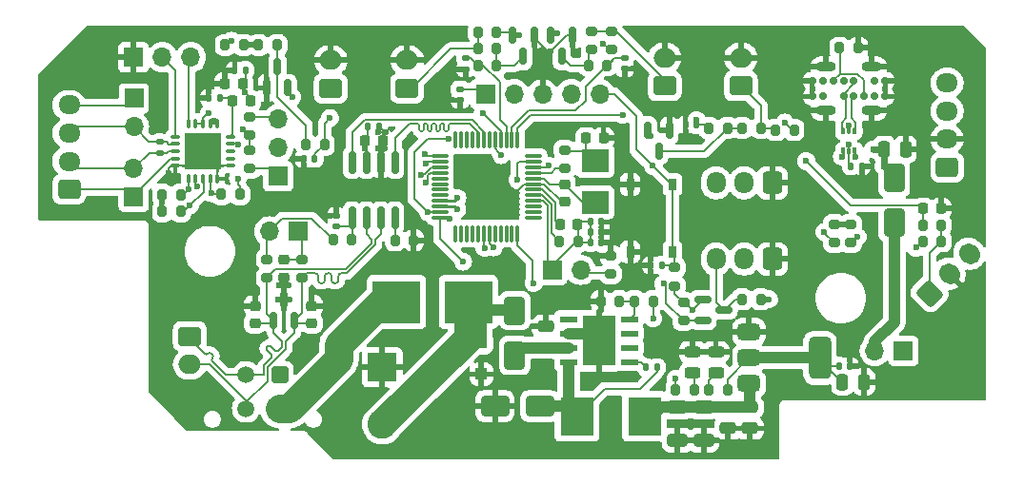
<source format=gbr>
%TF.GenerationSoftware,KiCad,Pcbnew,8.0.2-1*%
%TF.CreationDate,2024-05-31T20:33:29-04:00*%
%TF.ProjectId,checkpoint,63686563-6b70-46f6-996e-742e6b696361,v1.1*%
%TF.SameCoordinates,Original*%
%TF.FileFunction,Copper,L1,Top*%
%TF.FilePolarity,Positive*%
%FSLAX46Y46*%
G04 Gerber Fmt 4.6, Leading zero omitted, Abs format (unit mm)*
G04 Created by KiCad (PCBNEW 8.0.2-1) date 2024-05-31 20:33:29*
%MOMM*%
%LPD*%
G01*
G04 APERTURE LIST*
G04 Aperture macros list*
%AMRoundRect*
0 Rectangle with rounded corners*
0 $1 Rounding radius*
0 $2 $3 $4 $5 $6 $7 $8 $9 X,Y pos of 4 corners*
0 Add a 4 corners polygon primitive as box body*
4,1,4,$2,$3,$4,$5,$6,$7,$8,$9,$2,$3,0*
0 Add four circle primitives for the rounded corners*
1,1,$1+$1,$2,$3*
1,1,$1+$1,$4,$5*
1,1,$1+$1,$6,$7*
1,1,$1+$1,$8,$9*
0 Add four rect primitives between the rounded corners*
20,1,$1+$1,$2,$3,$4,$5,0*
20,1,$1+$1,$4,$5,$6,$7,0*
20,1,$1+$1,$6,$7,$8,$9,0*
20,1,$1+$1,$8,$9,$2,$3,0*%
%AMHorizOval*
0 Thick line with rounded ends*
0 $1 width*
0 $2 $3 position (X,Y) of the first rounded end (center of the circle)*
0 $4 $5 position (X,Y) of the second rounded end (center of the circle)*
0 Add line between two ends*
20,1,$1,$2,$3,$4,$5,0*
0 Add two circle primitives to create the rounded ends*
1,1,$1,$2,$3*
1,1,$1,$4,$5*%
G04 Aperture macros list end*
%TA.AperFunction,ComponentPad*%
%ADD10RoundRect,0.250000X0.750000X-0.600000X0.750000X0.600000X-0.750000X0.600000X-0.750000X-0.600000X0*%
%TD*%
%TA.AperFunction,ComponentPad*%
%ADD11O,2.000000X1.700000*%
%TD*%
%TA.AperFunction,SMDPad,CuDef*%
%ADD12RoundRect,0.140000X0.140000X0.170000X-0.140000X0.170000X-0.140000X-0.170000X0.140000X-0.170000X0*%
%TD*%
%TA.AperFunction,SMDPad,CuDef*%
%ADD13RoundRect,0.200000X0.275000X-0.200000X0.275000X0.200000X-0.275000X0.200000X-0.275000X-0.200000X0*%
%TD*%
%TA.AperFunction,SMDPad,CuDef*%
%ADD14RoundRect,0.250000X0.475000X-0.250000X0.475000X0.250000X-0.475000X0.250000X-0.475000X-0.250000X0*%
%TD*%
%TA.AperFunction,SMDPad,CuDef*%
%ADD15RoundRect,0.200000X0.200000X0.275000X-0.200000X0.275000X-0.200000X-0.275000X0.200000X-0.275000X0*%
%TD*%
%TA.AperFunction,ComponentPad*%
%ADD16R,1.700000X1.700000*%
%TD*%
%TA.AperFunction,ComponentPad*%
%ADD17O,1.700000X1.700000*%
%TD*%
%TA.AperFunction,SMDPad,CuDef*%
%ADD18RoundRect,0.075000X-0.075000X0.337500X-0.075000X-0.337500X0.075000X-0.337500X0.075000X0.337500X0*%
%TD*%
%TA.AperFunction,SMDPad,CuDef*%
%ADD19RoundRect,0.075000X-0.337500X0.075000X-0.337500X-0.075000X0.337500X-0.075000X0.337500X0.075000X0*%
%TD*%
%TA.AperFunction,HeatsinkPad*%
%ADD20R,3.250000X3.250000*%
%TD*%
%TA.AperFunction,SMDPad,CuDef*%
%ADD21RoundRect,0.250000X-0.475000X0.250000X-0.475000X-0.250000X0.475000X-0.250000X0.475000X0.250000X0*%
%TD*%
%TA.AperFunction,SMDPad,CuDef*%
%ADD22RoundRect,0.093750X-0.093750X0.156250X-0.093750X-0.156250X0.093750X-0.156250X0.093750X0.156250X0*%
%TD*%
%TA.AperFunction,SMDPad,CuDef*%
%ADD23RoundRect,0.075000X-0.075000X0.250000X-0.075000X-0.250000X0.075000X-0.250000X0.075000X0.250000X0*%
%TD*%
%TA.AperFunction,SMDPad,CuDef*%
%ADD24RoundRect,0.225000X0.225000X0.250000X-0.225000X0.250000X-0.225000X-0.250000X0.225000X-0.250000X0*%
%TD*%
%TA.AperFunction,SMDPad,CuDef*%
%ADD25RoundRect,0.140000X-0.170000X0.140000X-0.170000X-0.140000X0.170000X-0.140000X0.170000X0.140000X0*%
%TD*%
%TA.AperFunction,SMDPad,CuDef*%
%ADD26RoundRect,0.250000X0.650000X-1.000000X0.650000X1.000000X-0.650000X1.000000X-0.650000X-1.000000X0*%
%TD*%
%TA.AperFunction,SMDPad,CuDef*%
%ADD27RoundRect,0.200000X-0.200000X-0.275000X0.200000X-0.275000X0.200000X0.275000X-0.200000X0.275000X0*%
%TD*%
%TA.AperFunction,SMDPad,CuDef*%
%ADD28RoundRect,0.150000X0.150000X-0.587500X0.150000X0.587500X-0.150000X0.587500X-0.150000X-0.587500X0*%
%TD*%
%TA.AperFunction,SMDPad,CuDef*%
%ADD29RoundRect,0.243750X-0.456250X0.243750X-0.456250X-0.243750X0.456250X-0.243750X0.456250X0.243750X0*%
%TD*%
%TA.AperFunction,SMDPad,CuDef*%
%ADD30RoundRect,0.140000X-0.140000X-0.170000X0.140000X-0.170000X0.140000X0.170000X-0.140000X0.170000X0*%
%TD*%
%TA.AperFunction,SMDPad,CuDef*%
%ADD31RoundRect,0.250000X-0.650000X0.325000X-0.650000X-0.325000X0.650000X-0.325000X0.650000X0.325000X0*%
%TD*%
%TA.AperFunction,ComponentPad*%
%ADD32RoundRect,0.250000X-0.750000X0.600000X-0.750000X-0.600000X0.750000X-0.600000X0.750000X0.600000X0*%
%TD*%
%TA.AperFunction,SMDPad,CuDef*%
%ADD33RoundRect,0.218750X0.218750X0.256250X-0.218750X0.256250X-0.218750X-0.256250X0.218750X-0.256250X0*%
%TD*%
%TA.AperFunction,SMDPad,CuDef*%
%ADD34RoundRect,0.075000X0.662500X0.075000X-0.662500X0.075000X-0.662500X-0.075000X0.662500X-0.075000X0*%
%TD*%
%TA.AperFunction,SMDPad,CuDef*%
%ADD35RoundRect,0.075000X0.075000X0.662500X-0.075000X0.662500X-0.075000X-0.662500X0.075000X-0.662500X0*%
%TD*%
%TA.AperFunction,ComponentPad*%
%ADD36R,2.600000X2.600000*%
%TD*%
%TA.AperFunction,ComponentPad*%
%ADD37C,2.600000*%
%TD*%
%TA.AperFunction,SMDPad,CuDef*%
%ADD38RoundRect,0.150000X-0.150000X0.587500X-0.150000X-0.587500X0.150000X-0.587500X0.150000X0.587500X0*%
%TD*%
%TA.AperFunction,SMDPad,CuDef*%
%ADD39RoundRect,0.250000X-0.250000X-0.475000X0.250000X-0.475000X0.250000X0.475000X-0.250000X0.475000X0*%
%TD*%
%TA.AperFunction,SMDPad,CuDef*%
%ADD40RoundRect,0.225000X-0.250000X0.225000X-0.250000X-0.225000X0.250000X-0.225000X0.250000X0.225000X0*%
%TD*%
%TA.AperFunction,SMDPad,CuDef*%
%ADD41RoundRect,0.150000X-0.150000X0.825000X-0.150000X-0.825000X0.150000X-0.825000X0.150000X0.825000X0*%
%TD*%
%TA.AperFunction,ComponentPad*%
%ADD42RoundRect,0.250000X0.600000X0.725000X-0.600000X0.725000X-0.600000X-0.725000X0.600000X-0.725000X0*%
%TD*%
%TA.AperFunction,ComponentPad*%
%ADD43O,1.700000X1.950000*%
%TD*%
%TA.AperFunction,SMDPad,CuDef*%
%ADD44RoundRect,0.200000X-0.275000X0.200000X-0.275000X-0.200000X0.275000X-0.200000X0.275000X0.200000X0*%
%TD*%
%TA.AperFunction,SMDPad,CuDef*%
%ADD45R,1.550000X0.600000*%
%TD*%
%TA.AperFunction,ComponentPad*%
%ADD46C,0.600000*%
%TD*%
%TA.AperFunction,SMDPad,CuDef*%
%ADD47R,2.600000X3.100000*%
%TD*%
%TA.AperFunction,SMDPad,CuDef*%
%ADD48R,2.950000X4.500000*%
%TD*%
%TA.AperFunction,SMDPad,CuDef*%
%ADD49RoundRect,0.375000X-0.625000X-0.375000X0.625000X-0.375000X0.625000X0.375000X-0.625000X0.375000X0*%
%TD*%
%TA.AperFunction,SMDPad,CuDef*%
%ADD50RoundRect,0.500000X-0.500000X-1.400000X0.500000X-1.400000X0.500000X1.400000X-0.500000X1.400000X0*%
%TD*%
%TA.AperFunction,SMDPad,CuDef*%
%ADD51R,4.240000X3.810000*%
%TD*%
%TA.AperFunction,SMDPad,CuDef*%
%ADD52R,3.000000X3.500000*%
%TD*%
%TA.AperFunction,SMDPad,CuDef*%
%ADD53RoundRect,0.225000X-0.225000X-0.250000X0.225000X-0.250000X0.225000X0.250000X-0.225000X0.250000X0*%
%TD*%
%TA.AperFunction,SMDPad,CuDef*%
%ADD54R,2.400000X2.000000*%
%TD*%
%TA.AperFunction,SMDPad,CuDef*%
%ADD55RoundRect,0.225000X0.250000X-0.225000X0.250000X0.225000X-0.250000X0.225000X-0.250000X-0.225000X0*%
%TD*%
%TA.AperFunction,ComponentPad*%
%ADD56RoundRect,0.250000X0.725000X-0.600000X0.725000X0.600000X-0.725000X0.600000X-0.725000X-0.600000X0*%
%TD*%
%TA.AperFunction,ComponentPad*%
%ADD57O,1.950000X1.700000*%
%TD*%
%TA.AperFunction,SMDPad,CuDef*%
%ADD58R,0.750000X1.000000*%
%TD*%
%TA.AperFunction,SMDPad,CuDef*%
%ADD59RoundRect,0.250000X1.000000X0.650000X-1.000000X0.650000X-1.000000X-0.650000X1.000000X-0.650000X0*%
%TD*%
%TA.AperFunction,ComponentPad*%
%ADD60RoundRect,0.150000X-0.150000X-0.150000X0.150000X-0.150000X0.150000X0.150000X-0.150000X0.150000X0*%
%TD*%
%TA.AperFunction,ComponentPad*%
%ADD61O,1.800000X0.900000*%
%TD*%
%TA.AperFunction,SMDPad,CuDef*%
%ADD62RoundRect,0.250000X-0.300000X0.300000X-0.300000X-0.300000X0.300000X-0.300000X0.300000X0.300000X0*%
%TD*%
%TA.AperFunction,SMDPad,CuDef*%
%ADD63RoundRect,0.150000X-0.587500X-0.150000X0.587500X-0.150000X0.587500X0.150000X-0.587500X0.150000X0*%
%TD*%
%TA.AperFunction,ComponentPad*%
%ADD64RoundRect,0.250001X0.499999X0.499999X-0.499999X0.499999X-0.499999X-0.499999X0.499999X-0.499999X0*%
%TD*%
%TA.AperFunction,ComponentPad*%
%ADD65C,1.500000*%
%TD*%
%TA.AperFunction,ComponentPad*%
%ADD66RoundRect,0.250000X0.088388X-0.936916X0.936916X-0.088388X-0.088388X0.936916X-0.936916X0.088388X0*%
%TD*%
%TA.AperFunction,ComponentPad*%
%ADD67HorizOval,1.700000X-0.088388X0.088388X0.088388X-0.088388X0*%
%TD*%
%TA.AperFunction,ViaPad*%
%ADD68C,0.600000*%
%TD*%
%TA.AperFunction,Conductor*%
%ADD69C,0.200000*%
%TD*%
%TA.AperFunction,Conductor*%
%ADD70C,1.000000*%
%TD*%
%TA.AperFunction,Conductor*%
%ADD71C,0.148600*%
%TD*%
%TA.AperFunction,Conductor*%
%ADD72C,0.600000*%
%TD*%
%TA.AperFunction,Conductor*%
%ADD73C,0.267200*%
%TD*%
%TA.AperFunction,Conductor*%
%ADD74C,2.500000*%
%TD*%
G04 APERTURE END LIST*
D10*
%TO.P,J1,1,Pin_1*%
%TO.N,Net-(J1-Pin_1)*%
X27039592Y-7108882D03*
D11*
%TO.P,J1,2,Pin_2*%
%TO.N,GND*%
X27039592Y-4608882D03*
%TD*%
D12*
%TO.P,C5,1*%
%TO.N,+3.3V*%
X19479592Y-5488882D03*
%TO.P,C5,2*%
%TO.N,GND*%
X18519592Y-5488882D03*
%TD*%
D13*
%TO.P,R23,1*%
%TO.N,I2C_SDA*%
X71810000Y-20885000D03*
%TO.P,R23,2*%
%TO.N,+3.3V*%
X71810000Y-19235000D03*
%TD*%
D12*
%TO.P,C6,1*%
%TO.N,Net-(U1-VDD)*%
X17170000Y-7980000D03*
%TO.P,C6,2*%
%TO.N,GND*%
X16210000Y-7980000D03*
%TD*%
D14*
%TO.P,C27,1*%
%TO.N,Net-(D10-K)*%
X46140000Y-30208882D03*
%TO.P,C27,2*%
%TO.N,GND*%
X46140000Y-28308882D03*
%TD*%
D15*
%TO.P,R35,1*%
%TO.N,+5V*%
X55704592Y-26058882D03*
%TO.P,R35,2*%
%TO.N,Net-(U6-VSENSE)*%
X54054592Y-26058882D03*
%TD*%
D12*
%TO.P,C4,1*%
%TO.N,T3*%
X59569592Y-10388882D03*
%TO.P,C4,2*%
%TO.N,GND*%
X58609592Y-10388882D03*
%TD*%
D16*
%TO.P,JP1,1,A*%
%TO.N,/CANBUS/120R*%
X24144592Y-19858882D03*
D17*
%TO.P,JP1,2,B*%
%TO.N,Net-(JP1-B)*%
X21604592Y-19858882D03*
%TD*%
D18*
%TO.P,U1,1,BIAS*%
%TO.N,Net-(U1-BIAS)*%
X16979592Y-10285793D03*
%TO.P,U1,2,REFIN+*%
X16329592Y-10285793D03*
%TO.P,U1,3,REFIN-*%
%TO.N,ISENSOR*%
X15679592Y-10285793D03*
%TO.P,U1,4,ISENSOR*%
X15029592Y-10285793D03*
%TO.P,U1,5,FORCE+*%
%TO.N,FORCE_P*%
X14379592Y-10285793D03*
D19*
%TO.P,U1,6,FORCE2*%
%TO.N,FORCE2*%
X13242092Y-11423293D03*
%TO.P,U1,7,RTDIN+*%
%TO.N,RTDIN_P*%
X13242092Y-12073293D03*
%TO.P,U1,8,RTDIN-*%
%TO.N,RTDIN_N*%
X13242092Y-12723293D03*
%TO.P,U1,9,FORCE-*%
%TO.N,FORCE_N*%
X13242092Y-13373293D03*
%TO.P,U1,10,GND*%
%TO.N,GND*%
X13242092Y-14023293D03*
D18*
%TO.P,U1,11,SDI*%
%TO.N,MOSI*%
X14379592Y-15160793D03*
%TO.P,U1,12,SCLK*%
%TO.N,SCK*%
X15029592Y-15160793D03*
%TO.P,U1,13,~{CS}*%
%TO.N,PT_CS*%
X15679592Y-15160793D03*
%TO.P,U1,14,SDO*%
%TO.N,MISO*%
X16329592Y-15160793D03*
%TO.P,U1,15,DGND*%
%TO.N,GND*%
X16979592Y-15160793D03*
D19*
%TO.P,U1,16,GND*%
X18117092Y-14023293D03*
%TO.P,U1,17,NC*%
%TO.N,unconnected-(U1-NC-Pad17)*%
X18117092Y-13373293D03*
%TO.P,U1,18,~{DRDY}*%
%TO.N,unconnected-(U1-~{DRDY}-Pad18)*%
X18117092Y-12723293D03*
%TO.P,U1,19,DVDD*%
%TO.N,+3.3V*%
X18117092Y-12073293D03*
%TO.P,U1,20,VDD*%
%TO.N,Net-(U1-VDD)*%
X18117092Y-11423293D03*
D20*
%TO.P,U1,21,GND*%
%TO.N,GND*%
X15679592Y-12723293D03*
%TD*%
D15*
%TO.P,R10,1*%
%TO.N,+3.3V*%
X41805000Y-2147500D03*
%TO.P,R10,2*%
%TO.N,Net-(J2-Pin_1)*%
X40155000Y-2147500D03*
%TD*%
D21*
%TO.P,C30,1*%
%TO.N,+5V*%
X62349592Y-35498882D03*
%TO.P,C30,2*%
%TO.N,GND*%
X62349592Y-37398882D03*
%TD*%
D15*
%TO.P,R13,1*%
%TO.N,+3.3V*%
X18985000Y-16560000D03*
%TO.P,R13,2*%
%TO.N,MISO*%
X17335000Y-16560000D03*
%TD*%
D13*
%TO.P,R20,1*%
%TO.N,CAN_P*%
X24469592Y-24003882D03*
%TO.P,R20,2*%
%TO.N,/CANBUS/120R*%
X24469592Y-22353882D03*
%TD*%
%TO.P,R26,1*%
%TO.N,+3.3V*%
X57620000Y-24725000D03*
%TO.P,R26,2*%
%TO.N,RESET*%
X57620000Y-23075000D03*
%TD*%
%TO.P,R7,1*%
%TO.N,Net-(D3-COM)*%
X50260000Y-3675000D03*
%TO.P,R7,2*%
%TO.N,Net-(J3-Pin_1)*%
X50260000Y-2025000D03*
%TD*%
D22*
%TO.P,U4,1,I/O1*%
%TO.N,D_P*%
X73632092Y-10948882D03*
D23*
%TO.P,U4,2,GND*%
%TO.N,GND*%
X73094592Y-10873882D03*
D22*
%TO.P,U4,3,I/O2*%
%TO.N,D_N*%
X72557092Y-10948882D03*
%TO.P,U4,4,I/O2*%
%TO.N,USB_N*%
X72557092Y-12648882D03*
D23*
%TO.P,U4,5,VBUS*%
%TO.N,VBUS*%
X73094592Y-12723882D03*
D22*
%TO.P,U4,6,I/O1*%
%TO.N,USB_P*%
X73632092Y-12648882D03*
%TD*%
D24*
%TO.P,C20,1*%
%TO.N,GND*%
X51289592Y-11553882D03*
%TO.P,C20,2*%
%TO.N,Net-(C20-Pad2)*%
X49739592Y-11553882D03*
%TD*%
D25*
%TO.P,C3,1*%
%TO.N,T2*%
X53180000Y-4430000D03*
%TO.P,C3,2*%
%TO.N,GND*%
X53180000Y-5390000D03*
%TD*%
D26*
%TO.P,D10,1,K*%
%TO.N,Net-(D10-K)*%
X43400000Y-30907500D03*
%TO.P,D10,2,A*%
%TO.N,VOUT*%
X43400000Y-26907500D03*
%TD*%
D12*
%TO.P,C1,1*%
%TO.N,T0*%
X25619592Y-13380000D03*
%TO.P,C1,2*%
%TO.N,GND*%
X24659592Y-13380000D03*
%TD*%
D25*
%TO.P,C7,1*%
%TO.N,RTDIN_P*%
X11844592Y-11908882D03*
%TO.P,C7,2*%
%TO.N,RTDIN_N*%
X11844592Y-12868882D03*
%TD*%
D27*
%TO.P,R8,1*%
%TO.N,Net-(D4-COM)*%
X63624592Y-10648882D03*
%TO.P,R8,2*%
%TO.N,Net-(J4-Pin_1)*%
X65274592Y-10648882D03*
%TD*%
D24*
%TO.P,C8,1*%
%TO.N,GND*%
X31668668Y-11746607D03*
%TO.P,C8,2*%
%TO.N,+5V*%
X30118668Y-11746607D03*
%TD*%
D28*
%TO.P,D5,1,K*%
%TO.N,CAN_N*%
X21944592Y-27771382D03*
%TO.P,D5,2,K*%
%TO.N,CAN_P*%
X23844592Y-27771382D03*
%TO.P,D5,3,A*%
%TO.N,GND*%
X22894592Y-25896382D03*
%TD*%
D29*
%TO.P,D8,1,K*%
%TO.N,GND*%
X61280000Y-30602500D03*
%TO.P,D8,2,A*%
%TO.N,Net-(D8-A)*%
X61280000Y-32477500D03*
%TD*%
D30*
%TO.P,C18,1*%
%TO.N,+3.3V*%
X50110000Y-20860000D03*
%TO.P,C18,2*%
%TO.N,GND*%
X51070000Y-20860000D03*
%TD*%
D31*
%TO.P,C31,1*%
%TO.N,+5V*%
X60194592Y-35508882D03*
%TO.P,C31,2*%
%TO.N,GND*%
X60194592Y-38458882D03*
%TD*%
D10*
%TO.P,J2,1,Pin_1*%
%TO.N,Net-(J2-Pin_1)*%
X33824592Y-7108882D03*
D11*
%TO.P,J2,2,Pin_2*%
%TO.N,GND*%
X33824592Y-4608882D03*
%TD*%
D15*
%TO.P,R34,1*%
%TO.N,+3.3V*%
X62305000Y-33950000D03*
%TO.P,R34,2*%
%TO.N,Net-(D8-A)*%
X60655000Y-33950000D03*
%TD*%
D32*
%TO.P,J10,1,Pin_1*%
%TO.N,CAN_N*%
X14515000Y-29190000D03*
D11*
%TO.P,J10,2,Pin_2*%
%TO.N,CAN_P*%
X14515000Y-31690000D03*
%TD*%
D31*
%TO.P,C32,1*%
%TO.N,+5V*%
X57869592Y-35508882D03*
%TO.P,C32,2*%
%TO.N,GND*%
X57869592Y-38458882D03*
%TD*%
D33*
%TO.P,L2,1,1*%
%TO.N,+3.3V*%
X48987092Y-19278882D03*
%TO.P,L2,2,2*%
%TO.N,Net-(U3-VDD)*%
X47412092Y-19278882D03*
%TD*%
D15*
%TO.P,R6,1*%
%TO.N,Net-(D2-COM)*%
X41795000Y-3607500D03*
%TO.P,R6,2*%
%TO.N,Net-(J2-Pin_1)*%
X40145000Y-3607500D03*
%TD*%
D13*
%TO.P,R21,1*%
%TO.N,CAN_N*%
X21369592Y-23983882D03*
%TO.P,R21,2*%
%TO.N,Net-(JP1-B)*%
X21369592Y-22333882D03*
%TD*%
D34*
%TO.P,U3,1,PC13*%
%TO.N,unconnected-(U3-PC13-Pad1)*%
X45067092Y-18641382D03*
%TO.P,U3,2,PC14*%
%TO.N,unconnected-(U3-PC14-Pad2)*%
X45067092Y-18141382D03*
%TO.P,U3,3,PC15*%
%TO.N,unconnected-(U3-PC15-Pad3)*%
X45067092Y-17641382D03*
%TO.P,U3,4,VBAT*%
%TO.N,+3.3V*%
X45067092Y-17141382D03*
%TO.P,U3,5,VREF+*%
%TO.N,Net-(U3-VREF+)*%
X45067092Y-16641382D03*
%TO.P,U3,6,VDD*%
%TO.N,Net-(U3-VDD)*%
X45067092Y-16141382D03*
%TO.P,U3,7,VSS*%
%TO.N,GND*%
X45067092Y-15641382D03*
%TO.P,U3,8,PF0*%
%TO.N,OSC_IN*%
X45067092Y-15141382D03*
%TO.P,U3,9,PF1*%
%TO.N,OSC_OUT*%
X45067092Y-14641382D03*
%TO.P,U3,10,PF2*%
%TO.N,RESET*%
X45067092Y-14141382D03*
%TO.P,U3,11,PA0*%
%TO.N,SERVO_PWM*%
X45067092Y-13641382D03*
%TO.P,U3,12,PA1*%
%TO.N,unconnected-(U3-PA1-Pad12)*%
X45067092Y-13141382D03*
D35*
%TO.P,U3,13,PA2*%
%TO.N,T3*%
X43654592Y-11728882D03*
%TO.P,U3,14,PA3*%
%TO.N,T2*%
X43154592Y-11728882D03*
%TO.P,U3,15,PA4*%
%TO.N,T1*%
X42654592Y-11728882D03*
%TO.P,U3,16,PA5*%
%TO.N,T0*%
X42154592Y-11728882D03*
%TO.P,U3,17,PA6*%
%TO.N,Y_ENDSTOP*%
X41654592Y-11728882D03*
%TO.P,U3,18,PA7*%
%TO.N,unconnected-(U3-PA7-Pad18)*%
X41154592Y-11728882D03*
%TO.P,U3,19,PB0*%
%TO.N,CAN_RX*%
X40654592Y-11728882D03*
%TO.P,U3,20,PB1*%
%TO.N,CAN_TX*%
X40154592Y-11728882D03*
%TO.P,U3,21,PB2*%
%TO.N,unconnected-(U3-PB2-Pad21)*%
X39654592Y-11728882D03*
%TO.P,U3,22,PB10*%
%TO.N,unconnected-(U3-PB10-Pad22)*%
X39154592Y-11728882D03*
%TO.P,U3,23,PB11*%
%TO.N,unconnected-(U3-PB11-Pad23)*%
X38654592Y-11728882D03*
%TO.P,U3,24,PB12*%
%TO.N,unconnected-(U3-PB12-Pad24)*%
X38154592Y-11728882D03*
D34*
%TO.P,U3,25,PB13*%
%TO.N,SCK*%
X36742092Y-13141382D03*
%TO.P,U3,26,PB14*%
%TO.N,MISO*%
X36742092Y-13641382D03*
%TO.P,U3,27,PB15*%
%TO.N,MOSI*%
X36742092Y-14141382D03*
%TO.P,U3,28,PA8*%
%TO.N,PT_CS*%
X36742092Y-14641382D03*
%TO.P,U3,29,PA9/UCPD1_DBCC1*%
%TO.N,unconnected-(U3-PA9{slash}UCPD1_DBCC1-Pad29)*%
X36742092Y-15141382D03*
%TO.P,U3,30,PC6*%
%TO.N,unconnected-(U3-PC6-Pad30)*%
X36742092Y-15641382D03*
%TO.P,U3,31,PC7*%
%TO.N,unconnected-(U3-PC7-Pad31)*%
X36742092Y-16141382D03*
%TO.P,U3,32,PA10/UCPD1_DBCC2*%
%TO.N,unconnected-(U3-PA10{slash}UCPD1_DBCC2-Pad32)*%
X36742092Y-16641382D03*
%TO.P,U3,33,PA11/PA9*%
%TO.N,USB_N*%
X36742092Y-17141382D03*
%TO.P,U3,34,PA12/PA10*%
%TO.N,USB_P*%
X36742092Y-17641382D03*
%TO.P,U3,35,PA13*%
%TO.N,SWDIO*%
X36742092Y-18141382D03*
%TO.P,U3,36,PA14*%
%TO.N,SWCLK*%
X36742092Y-18641382D03*
D35*
%TO.P,U3,37,PA15*%
%TO.N,unconnected-(U3-PA15-Pad37)*%
X38154592Y-20053882D03*
%TO.P,U3,38,PD0*%
%TO.N,unconnected-(U3-PD0-Pad38)*%
X38654592Y-20053882D03*
%TO.P,U3,39,PD1*%
%TO.N,unconnected-(U3-PD1-Pad39)*%
X39154592Y-20053882D03*
%TO.P,U3,40,PD2*%
%TO.N,unconnected-(U3-PD2-Pad40)*%
X39654592Y-20053882D03*
%TO.P,U3,41,PD3*%
%TO.N,unconnected-(U3-PD3-Pad41)*%
X40154592Y-20053882D03*
%TO.P,U3,42,PB3*%
%TO.N,I2C_SCL*%
X40654592Y-20053882D03*
%TO.P,U3,43,PB4*%
%TO.N,I2C_SDA*%
X41154592Y-20053882D03*
%TO.P,U3,44,PB5*%
%TO.N,unconnected-(U3-PB5-Pad44)*%
X41654592Y-20053882D03*
%TO.P,U3,45,PB6*%
%TO.N,unconnected-(U3-PB6-Pad45)*%
X42154592Y-20053882D03*
%TO.P,U3,46,PB7*%
%TO.N,unconnected-(U3-PB7-Pad46)*%
X42654592Y-20053882D03*
%TO.P,U3,47,PB8*%
%TO.N,unconnected-(U3-PB8-Pad47)*%
X43154592Y-20053882D03*
%TO.P,U3,48,PB9*%
%TO.N,RGB_DATA*%
X43654592Y-20053882D03*
%TD*%
D15*
%TO.P,R28,1*%
%TO.N,Net-(D6-A)*%
X59345000Y-33950000D03*
%TO.P,R28,2*%
%TO.N,SWDIO*%
X57695000Y-33950000D03*
%TD*%
D13*
%TO.P,R25,1*%
%TO.N,SWCLK*%
X51930000Y-23645000D03*
%TO.P,R25,2*%
%TO.N,GND*%
X51930000Y-21995000D03*
%TD*%
D15*
%TO.P,R29,1*%
%TO.N,+3.3V*%
X49024592Y-20738882D03*
%TO.P,R29,2*%
%TO.N,Net-(U3-VREF+)*%
X47374592Y-20738882D03*
%TD*%
D29*
%TO.P,D6,1,K*%
%TO.N,GND*%
X59230000Y-30602500D03*
%TO.P,D6,2,A*%
%TO.N,Net-(D6-A)*%
X59230000Y-32477500D03*
%TD*%
D15*
%TO.P,R12,1*%
%TO.N,+3.3V*%
X68235000Y-10830000D03*
%TO.P,R12,2*%
%TO.N,Net-(J4-Pin_1)*%
X66585000Y-10830000D03*
%TD*%
D36*
%TO.P,J18,1,Pin_1*%
%TO.N,GND*%
X31625000Y-31955000D03*
D37*
%TO.P,J18,2,Pin_2*%
%TO.N,VOUT*%
X31625000Y-37035000D03*
%TD*%
D15*
%TO.P,R31,1*%
%TO.N,+5V*%
X65275000Y-25900000D03*
%TO.P,R31,2*%
%TO.N,Net-(J15-Pin_3)*%
X63625000Y-25900000D03*
%TD*%
D27*
%TO.P,R24,1*%
%TO.N,+3.3V*%
X79675000Y-20750000D03*
%TO.P,R24,2*%
%TO.N,Net-(J12-Pin_1)*%
X81325000Y-20750000D03*
%TD*%
D13*
%TO.P,R11,1*%
%TO.N,+3.3V*%
X51980000Y-3665000D03*
%TO.P,R11,2*%
%TO.N,Net-(J3-Pin_1)*%
X51980000Y-2015000D03*
%TD*%
D15*
%TO.P,R33,1*%
%TO.N,GND*%
X73925000Y-3520000D03*
%TO.P,R33,2*%
%TO.N,Net-(J17-CC1)*%
X72275000Y-3520000D03*
%TD*%
%TO.P,R5,1*%
%TO.N,Net-(D1-COM)*%
X22284592Y-3268882D03*
%TO.P,R5,2*%
%TO.N,Net-(J1-Pin_1)*%
X20634592Y-3268882D03*
%TD*%
D26*
%TO.P,D7,1,K*%
%TO.N,Net-(D7-K)*%
X77140000Y-19090000D03*
%TO.P,D7,2,A*%
%TO.N,VBUS*%
X77140000Y-15090000D03*
%TD*%
D38*
%TO.P,D2,1,A*%
%TO.N,GND*%
X45120000Y-2400000D03*
%TO.P,D2,2,K*%
%TO.N,+3.3V*%
X43220000Y-2400000D03*
%TO.P,D2,3,COM*%
%TO.N,Net-(D2-COM)*%
X44170000Y-4275000D03*
%TD*%
D39*
%TO.P,C25,1*%
%TO.N,+3.3V*%
X72530000Y-33270000D03*
%TO.P,C25,2*%
%TO.N,GND*%
X74430000Y-33270000D03*
%TD*%
D40*
%TO.P,C17,1*%
%TO.N,OSC_IN*%
X47839592Y-15653882D03*
%TO.P,C17,2*%
%TO.N,GND*%
X47839592Y-17203882D03*
%TD*%
D12*
%TO.P,C14,1*%
%TO.N,RESET*%
X56460000Y-22880000D03*
%TO.P,C14,2*%
%TO.N,GND*%
X55500000Y-22880000D03*
%TD*%
D41*
%TO.P,U2,1,TXD*%
%TO.N,CAN_TX*%
X32765000Y-13705000D03*
%TO.P,U2,2,GND*%
%TO.N,GND*%
X31495000Y-13705000D03*
%TO.P,U2,3,VCC*%
%TO.N,+5V*%
X30225000Y-13705000D03*
%TO.P,U2,4,RXD*%
%TO.N,CAN_RX*%
X28955000Y-13705000D03*
%TO.P,U2,5,VREF*%
%TO.N,Net-(U2-VREF)*%
X28955000Y-18655000D03*
%TO.P,U2,6,CANL*%
%TO.N,CAN_N*%
X30225000Y-18655000D03*
%TO.P,U2,7,CANH*%
%TO.N,CAN_P*%
X31495000Y-18655000D03*
%TO.P,U2,8,S*%
%TO.N,Net-(U2-S)*%
X32765000Y-18655000D03*
%TD*%
D16*
%TO.P,JP2,1,A*%
%TO.N,+5V*%
X77953454Y-30490000D03*
D17*
%TO.P,JP2,2,B*%
%TO.N,Net-(D7-K)*%
X75413454Y-30490000D03*
%TD*%
D38*
%TO.P,D3,1,A*%
%TO.N,GND*%
X48522500Y-2392500D03*
%TO.P,D3,2,K*%
%TO.N,+3.3V*%
X46622500Y-2392500D03*
%TO.P,D3,3,COM*%
%TO.N,Net-(D3-COM)*%
X47572500Y-4267500D03*
%TD*%
D16*
%TO.P,J8,1,Pin_1*%
%TO.N,FORCE_N*%
X9539592Y-16788882D03*
D17*
%TO.P,J8,2,Pin_2*%
%TO.N,RTDIN_N*%
X9539592Y-14248882D03*
%TD*%
D30*
%TO.P,C24,1*%
%TO.N,VBUS*%
X73279592Y-14038882D03*
%TO.P,C24,2*%
%TO.N,GND*%
X74239592Y-14038882D03*
%TD*%
D42*
%TO.P,J15,1,Pin_1*%
%TO.N,GND*%
X66300000Y-22320000D03*
D43*
%TO.P,J15,2,Pin_2*%
%TO.N,+5V*%
X63800000Y-22320000D03*
%TO.P,J15,3,Pin_3*%
%TO.N,Net-(J15-Pin_3)*%
X61300000Y-22320000D03*
%TD*%
D25*
%TO.P,C10,1*%
%TO.N,GND*%
X27544592Y-18478882D03*
%TO.P,C10,2*%
%TO.N,Net-(U2-VREF)*%
X27544592Y-19438882D03*
%TD*%
D44*
%TO.P,R22,1*%
%TO.N,+3.3V*%
X73270000Y-19225000D03*
%TO.P,R22,2*%
%TO.N,I2C_SCL*%
X73270000Y-20875000D03*
%TD*%
D13*
%TO.P,R17,1*%
%TO.N,Net-(U1-BIAS)*%
X19830000Y-11315000D03*
%TO.P,R17,2*%
%TO.N,4300R*%
X19830000Y-9665000D03*
%TD*%
D45*
%TO.P,U6,1,BOOT*%
%TO.N,Net-(U6-BOOT)*%
X53579592Y-31483882D03*
%TO.P,U6,2,NC*%
%TO.N,unconnected-(U6-NC-Pad2)*%
X53579592Y-30213882D03*
%TO.P,U6,3,NC*%
%TO.N,unconnected-(U6-NC-Pad3)*%
X53579592Y-28943882D03*
%TO.P,U6,4,VSENSE*%
%TO.N,Net-(U6-VSENSE)*%
X53579592Y-27673882D03*
%TO.P,U6,5,EN*%
%TO.N,unconnected-(U6-EN-Pad5)*%
X48179592Y-27673882D03*
%TO.P,U6,6,GND*%
%TO.N,GND*%
X48179592Y-28943882D03*
%TO.P,U6,7,VIN*%
%TO.N,Net-(D10-K)*%
X48179592Y-30213882D03*
%TO.P,U6,8,PH*%
%TO.N,Net-(D11-K)*%
X48179592Y-31483882D03*
D46*
%TO.P,U6,9,GNDPAD*%
%TO.N,GND*%
X51479592Y-31378882D03*
X51479592Y-30178882D03*
X51479592Y-28878882D03*
X51479592Y-27778882D03*
D47*
X50879592Y-29578882D03*
D48*
X50879592Y-29578882D03*
D46*
X50279592Y-31378882D03*
X50279592Y-30178882D03*
X50279592Y-28878882D03*
X50279592Y-27778882D03*
%TD*%
D30*
%TO.P,C22,1*%
%TO.N,+3.3V*%
X50110000Y-19020000D03*
%TO.P,C22,2*%
%TO.N,GND*%
X51070000Y-19020000D03*
%TD*%
D49*
%TO.P,U5,1,GND*%
%TO.N,GND*%
X64229592Y-28818882D03*
%TO.P,U5,2,VO*%
%TO.N,+3.3V*%
X64229592Y-31118882D03*
D50*
X70529592Y-31118882D03*
D49*
%TO.P,U5,3,VI*%
%TO.N,+5V*%
X64229592Y-33418882D03*
%TD*%
D16*
%TO.P,J16,1,Pin_1*%
%TO.N,+3.3V*%
X40810000Y-7630000D03*
D17*
%TO.P,J16,2,Pin_2*%
%TO.N,SWDIO*%
X43350000Y-7630000D03*
%TO.P,J16,3,Pin_3*%
%TO.N,GND*%
X45890000Y-7630000D03*
%TO.P,J16,4,Pin_4*%
%TO.N,SWCLK*%
X48430000Y-7630000D03*
%TO.P,J16,5,Pin_5*%
%TO.N,RESET*%
X50970000Y-7630000D03*
%TD*%
D16*
%TO.P,J6,1,Pin_1*%
%TO.N,GND*%
X9534592Y-4358882D03*
D17*
%TO.P,J6,2,Pin_2*%
%TO.N,FORCE2*%
X12074592Y-4358882D03*
%TO.P,J6,3,Pin_3*%
%TO.N,FORCE_P*%
X14614592Y-4358882D03*
%TD*%
D30*
%TO.P,C26,1*%
%TO.N,+3.3V*%
X72210000Y-31820000D03*
%TO.P,C26,2*%
%TO.N,GND*%
X73170000Y-31820000D03*
%TD*%
D10*
%TO.P,J3,1,Pin_1*%
%TO.N,Net-(J3-Pin_1)*%
X56739592Y-6908882D03*
D11*
%TO.P,J3,2,Pin_2*%
%TO.N,GND*%
X56739592Y-4408882D03*
%TD*%
D39*
%TO.P,C23,1*%
%TO.N,VBUS*%
X76240000Y-12550000D03*
%TO.P,C23,2*%
%TO.N,GND*%
X78140000Y-12550000D03*
%TD*%
D15*
%TO.P,R18,1*%
%TO.N,GND*%
X34435000Y-20650000D03*
%TO.P,R18,2*%
%TO.N,Net-(U2-S)*%
X32785000Y-20650000D03*
%TD*%
D21*
%TO.P,C29,1*%
%TO.N,+5V*%
X64319592Y-35498882D03*
%TO.P,C29,2*%
%TO.N,GND*%
X64319592Y-37398882D03*
%TD*%
D44*
%TO.P,R16,1*%
%TO.N,Net-(U1-BIAS)*%
X19844592Y-12625000D03*
%TO.P,R16,2*%
%TO.N,430R*%
X19844592Y-14275000D03*
%TD*%
D51*
%TO.P,F1,1*%
%TO.N,VOUT*%
X39275000Y-26140000D03*
%TO.P,F1,2*%
%TO.N,VIN*%
X32905000Y-26140000D03*
%TD*%
D16*
%TO.P,J5,1,Pin_1*%
%TO.N,FORCE_P*%
X9549592Y-8019471D03*
D17*
%TO.P,J5,2,Pin_2*%
%TO.N,RTDIN_P*%
X9549592Y-10559471D03*
%TD*%
D44*
%TO.P,R32,1*%
%TO.N,Net-(C20-Pad2)*%
X47839592Y-12603882D03*
%TO.P,R32,2*%
%TO.N,OSC_OUT*%
X47839592Y-14253882D03*
%TD*%
D52*
%TO.P,L3,1,1*%
%TO.N,Net-(D11-K)*%
X48940000Y-36330000D03*
%TO.P,L3,2,2*%
%TO.N,+5V*%
X54940000Y-36330000D03*
%TD*%
D30*
%TO.P,C28,1*%
%TO.N,Net-(U6-BOOT)*%
X55079592Y-31958882D03*
%TO.P,C28,2*%
%TO.N,Net-(D11-K)*%
X56039592Y-31958882D03*
%TD*%
D53*
%TO.P,C15,1*%
%TO.N,Y_ENDSTOP*%
X79725000Y-17830000D03*
%TO.P,C15,2*%
%TO.N,GND*%
X81275000Y-17830000D03*
%TD*%
D16*
%TO.P,J11,1,Pin_1*%
%TO.N,+3.3V*%
X46719592Y-23278882D03*
D17*
%TO.P,J11,2,Pin_2*%
%TO.N,SWCLK*%
X49259592Y-23278882D03*
%TD*%
D54*
%TO.P,Y1,1,1*%
%TO.N,OSC_IN*%
X50539592Y-17278882D03*
%TO.P,Y1,2,2*%
%TO.N,Net-(C20-Pad2)*%
X50539592Y-13578882D03*
%TD*%
D25*
%TO.P,C19,1*%
%TO.N,+3.3V*%
X38540000Y-7220000D03*
%TO.P,C19,2*%
%TO.N,GND*%
X38540000Y-8180000D03*
%TD*%
D55*
%TO.P,C13,1*%
%TO.N,CAN_N*%
X20309592Y-28043882D03*
%TO.P,C13,2*%
%TO.N,GND*%
X20309592Y-26493882D03*
%TD*%
D27*
%TO.P,R2,1*%
%TO.N,T1*%
X40145000Y-5087500D03*
%TO.P,R2,2*%
%TO.N,Net-(D2-COM)*%
X41795000Y-5087500D03*
%TD*%
D28*
%TO.P,D1,1,A*%
%TO.N,GND*%
X21359592Y-7086382D03*
%TO.P,D1,2,K*%
%TO.N,+3.3V*%
X23259592Y-7086382D03*
%TO.P,D1,3,COM*%
%TO.N,Net-(D1-COM)*%
X22309592Y-5211382D03*
%TD*%
D30*
%TO.P,C21,1*%
%TO.N,+3.3V*%
X50120000Y-19940000D03*
%TO.P,C21,2*%
%TO.N,GND*%
X51080000Y-19940000D03*
%TD*%
D15*
%TO.P,R3,1*%
%TO.N,T2*%
X51595000Y-5060000D03*
%TO.P,R3,2*%
%TO.N,Net-(D3-COM)*%
X49945000Y-5060000D03*
%TD*%
D42*
%TO.P,J14,1,Pin_1*%
%TO.N,GND*%
X66290000Y-15535000D03*
D43*
%TO.P,J14,2,Pin_2*%
%TO.N,+5V*%
X63790000Y-15535000D03*
%TO.P,J14,3,Pin_3*%
%TO.N,SERVO_PWM*%
X61290000Y-15535000D03*
%TD*%
D24*
%TO.P,C16,1*%
%TO.N,+3.3V*%
X19204592Y-6678882D03*
%TO.P,C16,2*%
%TO.N,GND*%
X17654592Y-6678882D03*
%TD*%
D56*
%TO.P,J7,1,Pin_1*%
%TO.N,FORCE_N*%
X3790000Y-16110000D03*
D57*
%TO.P,J7,2,Pin_2*%
%TO.N,RTDIN_N*%
X3790000Y-13610000D03*
%TO.P,J7,3,Pin_3*%
%TO.N,RTDIN_P*%
X3790000Y-11110000D03*
%TO.P,J7,4,Pin_4*%
%TO.N,FORCE_P*%
X3790000Y-8610000D03*
%TD*%
D27*
%TO.P,R4,1*%
%TO.N,T3*%
X60654592Y-10648882D03*
%TO.P,R4,2*%
%TO.N,Net-(D4-COM)*%
X62304592Y-10648882D03*
%TD*%
D58*
%TO.P,SW1,1,1*%
%TO.N,GND*%
X53665000Y-21668882D03*
X53665000Y-15668882D03*
%TO.P,SW1,2,2*%
%TO.N,RESET*%
X57415000Y-21668882D03*
X57415000Y-15668882D03*
%TD*%
D15*
%TO.P,R36,1*%
%TO.N,Net-(U6-VSENSE)*%
X52704592Y-26058882D03*
%TO.P,R36,2*%
%TO.N,GND*%
X51054592Y-26058882D03*
%TD*%
D44*
%TO.P,R30,1*%
%TO.N,+3.3V*%
X58400000Y-26165000D03*
%TO.P,R30,2*%
%TO.N,RGB_DATA*%
X58400000Y-27815000D03*
%TD*%
D40*
%TO.P,C12,1*%
%TO.N,GND*%
X25369592Y-26483882D03*
%TO.P,C12,2*%
%TO.N,CAN_P*%
X25369592Y-28033882D03*
%TD*%
D33*
%TO.P,L1,1,1*%
%TO.N,+3.3V*%
X19885000Y-8260000D03*
%TO.P,L1,2,2*%
%TO.N,Net-(U1-VDD)*%
X18310000Y-8260000D03*
%TD*%
D25*
%TO.P,C2,1*%
%TO.N,T1*%
X39030000Y-4440000D03*
%TO.P,C2,2*%
%TO.N,GND*%
X39030000Y-5400000D03*
%TD*%
D38*
%TO.P,D4,1,A*%
%TO.N,GND*%
X57160000Y-10842500D03*
%TO.P,D4,2,K*%
%TO.N,+3.3V*%
X55260000Y-10842500D03*
%TO.P,D4,3,COM*%
%TO.N,Net-(D4-COM)*%
X56210000Y-12717500D03*
%TD*%
D56*
%TO.P,J13,1,Pin_1*%
%TO.N,+5V*%
X81840000Y-14140000D03*
D57*
%TO.P,J13,2,Pin_2*%
%TO.N,GND*%
X81840000Y-11640000D03*
%TO.P,J13,3,Pin_3*%
%TO.N,I2C_SCL*%
X81840000Y-9140000D03*
%TO.P,J13,4,Pin_4*%
%TO.N,I2C_SDA*%
X81840000Y-6640000D03*
%TD*%
D27*
%TO.P,R15,1*%
%TO.N,+3.3V*%
X12069592Y-16583882D03*
%TO.P,R15,2*%
%TO.N,MOSI*%
X13719592Y-16583882D03*
%TD*%
D40*
%TO.P,C11,1*%
%TO.N,/CANBUS/120R*%
X22919592Y-22403882D03*
%TO.P,C11,2*%
%TO.N,GND*%
X22919592Y-23953882D03*
%TD*%
D15*
%TO.P,R19,1*%
%TO.N,Net-(U2-VREF)*%
X28915000Y-20630000D03*
%TO.P,R19,2*%
%TO.N,Net-(JP1-B)*%
X27265000Y-20630000D03*
%TD*%
D59*
%TO.P,D11,1,K*%
%TO.N,Net-(D11-K)*%
X45640000Y-35410000D03*
%TO.P,D11,2,A*%
%TO.N,GND*%
X41640000Y-35410000D03*
%TD*%
D12*
%TO.P,C9,1*%
%TO.N,GND*%
X31324592Y-10533882D03*
%TO.P,C9,2*%
%TO.N,+5V*%
X30364592Y-10533882D03*
%TD*%
D60*
%TO.P,J17,A1,GND*%
%TO.N,GND*%
X69840000Y-6450000D03*
%TO.P,J17,A4,VBUS*%
%TO.N,VBUS*%
X70790000Y-6450000D03*
%TO.P,J17,A5,CC1*%
%TO.N,Net-(J17-CC1)*%
X71740000Y-6450000D03*
%TO.P,J17,A6,D+*%
%TO.N,D_P*%
X72640000Y-6450000D03*
%TO.P,J17,A7,D-*%
%TO.N,D_N*%
X73540000Y-6450000D03*
%TO.P,J17,A9,VBUS*%
%TO.N,VBUS*%
X75390000Y-6450000D03*
%TO.P,J17,A12,GND*%
%TO.N,GND*%
X76340000Y-6450000D03*
%TO.P,J17,B1,GND*%
X76340000Y-7850000D03*
%TO.P,J17,B4,VBUS*%
%TO.N,VBUS*%
X75390000Y-7850000D03*
%TO.P,J17,B5,CC2*%
%TO.N,Net-(J17-CC1)*%
X74440000Y-7850000D03*
%TO.P,J17,B6,D+*%
%TO.N,D_P*%
X73540000Y-7850000D03*
%TO.P,J17,B7,D-*%
%TO.N,D_N*%
X72640000Y-7850000D03*
%TO.P,J17,B9,VBUS*%
%TO.N,VBUS*%
X70790000Y-7850000D03*
%TO.P,J17,B12,GND*%
%TO.N,GND*%
X69840000Y-7850000D03*
D61*
%TO.P,J17,S1,SHIELD*%
X71090000Y-5220000D03*
X71090000Y-9080000D03*
X75090000Y-5220000D03*
X75090000Y-9080000D03*
%TD*%
D15*
%TO.P,R27,1*%
%TO.N,Net-(J12-Pin_1)*%
X81325000Y-19290000D03*
%TO.P,R27,2*%
%TO.N,Y_ENDSTOP*%
X79675000Y-19290000D03*
%TD*%
%TO.P,R1,1*%
%TO.N,T0*%
X26505000Y-12130000D03*
%TO.P,R1,2*%
%TO.N,Net-(D1-COM)*%
X24855000Y-12130000D03*
%TD*%
D16*
%TO.P,J9,1,Pin_1*%
%TO.N,430R*%
X22379592Y-14958882D03*
D17*
%TO.P,J9,2,Pin_2*%
%TO.N,ISENSOR*%
X22379592Y-12418882D03*
%TO.P,J9,3,Pin_3*%
%TO.N,4300R*%
X22379592Y-9878882D03*
%TD*%
D27*
%TO.P,R14,1*%
%TO.N,+3.3V*%
X12069592Y-18083882D03*
%TO.P,R14,2*%
%TO.N,PT_CS*%
X13719592Y-18083882D03*
%TD*%
D62*
%TO.P,D9,1,A1*%
%TO.N,VOUT*%
X40440000Y-29772500D03*
%TO.P,D9,2,A2*%
%TO.N,GND*%
X40440000Y-32572500D03*
%TD*%
D27*
%TO.P,R9,1*%
%TO.N,+3.3V*%
X17665000Y-3270000D03*
%TO.P,R9,2*%
%TO.N,Net-(J1-Pin_1)*%
X19315000Y-3270000D03*
%TD*%
D63*
%TO.P,Q1,1,G*%
%TO.N,+3.3V*%
X60112500Y-25920000D03*
%TO.P,Q1,2,S*%
%TO.N,RGB_DATA*%
X60112500Y-27820000D03*
%TO.P,Q1,3,D*%
%TO.N,Net-(J15-Pin_3)*%
X61987500Y-26870000D03*
%TD*%
D10*
%TO.P,J4,1,Pin_1*%
%TO.N,Net-(J4-Pin_1)*%
X63509592Y-6908882D03*
D11*
%TO.P,J4,2,Pin_2*%
%TO.N,GND*%
X63509592Y-4408882D03*
%TD*%
D64*
%TO.P,J19,1,Pin_1*%
%TO.N,GND*%
X22519592Y-32638882D03*
D65*
%TO.P,J19,2,Pin_2*%
%TO.N,CAN_N*%
X19519592Y-32638882D03*
%TO.P,J19,3,Pin_3*%
%TO.N,VIN*%
X22519592Y-35638882D03*
%TO.P,J19,4,Pin_4*%
%TO.N,CAN_P*%
X19519592Y-35638882D03*
%TD*%
D66*
%TO.P,J12,1,Pin_1*%
%TO.N,Net-(J12-Pin_1)*%
X80271752Y-25377286D03*
D67*
%TO.P,J12,2,Pin_2*%
%TO.N,GND*%
X82039519Y-23609519D03*
%TO.P,J12,3,Pin_3*%
%TO.N,+5V*%
X83807286Y-21841752D03*
%TD*%
D68*
%TO.N,T0*%
X26970000Y-9760000D03*
X40550000Y-9320000D03*
%TO.N,GND*%
X12669592Y-14648882D03*
X43090000Y-18460000D03*
X23320000Y-24630000D03*
X22360000Y-25896382D03*
X31870000Y-12470000D03*
X6900000Y-17770000D03*
X23430000Y-25896382D03*
X22475000Y-24635000D03*
X16669592Y-11783293D03*
X31284592Y-11008882D03*
X26970000Y-25790000D03*
X43080000Y-16180000D03*
X31540000Y-15100000D03*
X73094591Y-10395643D03*
X31280000Y-12430000D03*
X14719592Y-13683293D03*
X31959592Y-10983882D03*
X46570000Y-3830000D03*
X6920000Y-6610000D03*
X15930000Y-18320000D03*
X34420000Y-22480000D03*
%TO.N,T3*%
X59550000Y-9950000D03*
X52990000Y-9480000D03*
%TO.N,+3.3V*%
X59195000Y-26855000D03*
X18810000Y-12090000D03*
X18250000Y-2880000D03*
X23630000Y-7920000D03*
X55470000Y-11380000D03*
X43810000Y-2390000D03*
X68790000Y-31100000D03*
X65870000Y-31080000D03*
X19400000Y-7500000D03*
X47221709Y-2230000D03*
X72560000Y-19235000D03*
X12069592Y-17320000D03*
X79070000Y-21310000D03*
X67410000Y-10170000D03*
X18810000Y-15140000D03*
X51270000Y-3120000D03*
%TO.N,+5V*%
X63350000Y-35500000D03*
X56850000Y-35480000D03*
X30110000Y-12430000D03*
X66000000Y-25900000D03*
X61369592Y-35508882D03*
X59020000Y-35500000D03*
X55700000Y-27590000D03*
X64290000Y-34610000D03*
%TO.N,RESET*%
X46435044Y-14016426D03*
X55660808Y-14020000D03*
%TO.N,Y_ENDSTOP*%
X69310000Y-13600000D03*
X42210000Y-13060000D03*
%TO.N,VBUS*%
X76190000Y-14060000D03*
X73094592Y-12095643D03*
X75260000Y-12550000D03*
%TO.N,Net-(J1-Pin_1)*%
X19970000Y-3270000D03*
%TO.N,RGB_DATA*%
X56645000Y-24520000D03*
X45090000Y-24450000D03*
%TO.N,ISENSOR*%
X16220000Y-9320000D03*
%TO.N,SERVO_PWM*%
X43645000Y-15285000D03*
%TO.N,SWCLK*%
X37599884Y-18758660D03*
X38810000Y-22540000D03*
%TO.N,SWDIO*%
X37504592Y-11620000D03*
X35690240Y-18141381D03*
X57700000Y-32970000D03*
%TO.N,MISO*%
X16459410Y-16460882D03*
X35457517Y-13807517D03*
%TO.N,PT_CS*%
X35500000Y-15550000D03*
X14534000Y-17544000D03*
%TO.N,MOSI*%
X35106331Y-14829748D03*
X14383721Y-16108025D03*
%TO.N,Net-(U1-BIAS)*%
X19275000Y-10760000D03*
X16665735Y-9994265D03*
%TO.N,SCK*%
X15144592Y-15860882D03*
X35400000Y-12970000D03*
%TO.N,USB_N*%
X38300000Y-16880000D03*
X72486347Y-13192894D03*
%TO.N,USB_P*%
X73701277Y-13196655D03*
X38290000Y-17910000D03*
%TO.N,I2C_SDA*%
X41525814Y-21289226D03*
X70930000Y-19920000D03*
%TO.N,I2C_SCL*%
X73890000Y-20340000D03*
X40721865Y-21333633D03*
%TD*%
D69*
%TO.N,T0*%
X26505000Y-10225000D02*
X26505000Y-12130000D01*
X25619592Y-13380000D02*
X25619592Y-13015408D01*
X25619592Y-13015408D02*
X26505000Y-12130000D01*
X26970000Y-9760000D02*
X26505000Y-10225000D01*
X40550000Y-9320000D02*
X42154592Y-10924592D01*
X42154592Y-10924592D02*
X42154592Y-11728882D01*
%TO.N,GND*%
X31540000Y-15100000D02*
X31495000Y-15055000D01*
X31848474Y-12470000D02*
X31495000Y-12823474D01*
X31280000Y-12430000D02*
X31389592Y-12320408D01*
X46014644Y-15641382D02*
X47577144Y-17203882D01*
D70*
X48179592Y-28943882D02*
X49866118Y-28943882D01*
D69*
X31959592Y-10983882D02*
X31668668Y-11274806D01*
X46570000Y-3830000D02*
X46330000Y-3830000D01*
X13242092Y-14023293D02*
X12925181Y-14023293D01*
X23430000Y-25896382D02*
X22894592Y-25896382D01*
X46570000Y-3830000D02*
X48007500Y-2392500D01*
X73094592Y-10395644D02*
X73094591Y-10395643D01*
X48007500Y-2392500D02*
X48522500Y-2392500D01*
X31668668Y-10877958D02*
X31324592Y-10533882D01*
X31495000Y-15055000D02*
X31495000Y-13705000D01*
X44259911Y-15641382D02*
X45067092Y-15641382D01*
X31668668Y-11746607D02*
X31668668Y-10877958D01*
X31284592Y-11008882D02*
X31324592Y-10968882D01*
X22919592Y-23953882D02*
X22919592Y-24229592D01*
X31389592Y-12320408D02*
X31389592Y-12025683D01*
X69759592Y-9003882D02*
X69759592Y-9018882D01*
X16979592Y-15160793D02*
X16979592Y-14023293D01*
X31324592Y-10968882D02*
X31324592Y-10533882D01*
X12669592Y-14278882D02*
X12669592Y-14648882D01*
X31309592Y-10983882D02*
X31959592Y-10983882D01*
X31495000Y-12645000D02*
X31495000Y-13705000D01*
X12925181Y-14023293D02*
X12669592Y-14278882D01*
X31495000Y-12823474D02*
X31495000Y-13705000D01*
X31668668Y-11274806D02*
X31668668Y-11746607D01*
X46330000Y-3830000D02*
X45120000Y-2620000D01*
X31280000Y-12430000D02*
X31495000Y-12645000D01*
X18117092Y-14023293D02*
X16979592Y-14023293D01*
X31870000Y-12470000D02*
X31870000Y-11947939D01*
X69759592Y-9018882D02*
X69884592Y-9143882D01*
X31284592Y-11008882D02*
X31309592Y-10983882D01*
X13242092Y-14023293D02*
X14379592Y-14023293D01*
X73094592Y-10873882D02*
X73094592Y-10395644D01*
X31870000Y-12470000D02*
X31848474Y-12470000D01*
X22360000Y-25896382D02*
X22894592Y-25896382D01*
X22475000Y-24635000D02*
X22919592Y-24190408D01*
X43080000Y-16180000D02*
X43721293Y-16180000D01*
X43721293Y-16180000D02*
X44259911Y-15641382D01*
X45067092Y-15641382D02*
X46014644Y-15641382D01*
X22919592Y-24229592D02*
X23320000Y-24630000D01*
%TO.N,T1*%
X42070000Y-6550148D02*
X40607352Y-5087500D01*
X39497500Y-4440000D02*
X39703750Y-4646250D01*
X39030000Y-4440000D02*
X39497500Y-4440000D01*
X42654592Y-10524592D02*
X42654592Y-11728882D01*
X42070000Y-9940000D02*
X42070000Y-6550148D01*
X42070000Y-9940000D02*
X42654592Y-10524592D01*
X40607352Y-5087500D02*
X40145000Y-5087500D01*
X39703750Y-4646250D02*
X40145000Y-5087500D01*
%TO.N,T2*%
X49730000Y-6925000D02*
X51595000Y-5060000D01*
X52225000Y-4430000D02*
X51595000Y-5060000D01*
X44630000Y-9120000D02*
X48810000Y-9120000D01*
X43154592Y-11728882D02*
X43154592Y-10595408D01*
X53180000Y-4430000D02*
X52225000Y-4430000D01*
X49730000Y-8200000D02*
X49730000Y-6925000D01*
X52185163Y-4565000D02*
X51690163Y-5060000D01*
X48810000Y-9120000D02*
X49730000Y-8200000D01*
X43154592Y-10595408D02*
X44630000Y-9120000D01*
%TO.N,T3*%
X59569592Y-9969592D02*
X59569592Y-10388882D01*
X52990000Y-9480000D02*
X44820000Y-9480000D01*
X43654592Y-10645408D02*
X43654592Y-11728882D01*
X44820000Y-9480000D02*
X43654592Y-10645408D01*
X60384592Y-10378882D02*
X60200000Y-10378882D01*
X60200000Y-10378882D02*
X59479592Y-10378882D01*
X59550000Y-9950000D02*
X59569592Y-9969592D01*
%TO.N,+3.3V*%
X47060000Y-2391709D02*
X46623291Y-2391709D01*
X72530000Y-33270000D02*
X71340000Y-32080000D01*
X19400000Y-7500000D02*
X19400000Y-6874290D01*
X38550000Y-7220000D02*
X40400000Y-7220000D01*
X46312592Y-17579420D02*
X46312592Y-22871882D01*
D70*
X64229592Y-31118882D02*
X65831118Y-31118882D01*
D69*
X19479592Y-5488882D02*
X19479592Y-6403882D01*
X57620000Y-25385000D02*
X58400000Y-26165000D01*
X47221709Y-2230000D02*
X47060000Y-2391709D01*
X19885000Y-7985000D02*
X19400000Y-7500000D01*
X18793293Y-12073293D02*
X18117092Y-12073293D01*
D70*
X65908882Y-31118882D02*
X68771118Y-31118882D01*
D69*
X23433779Y-7723779D02*
X23433779Y-7084808D01*
X67410000Y-10170000D02*
X68070000Y-10830000D01*
X62305000Y-33043474D02*
X64229592Y-31118882D01*
X12069592Y-16583882D02*
X12069592Y-18083882D01*
X18810000Y-15650000D02*
X18985000Y-15825000D01*
X62305000Y-33950000D02*
X62305000Y-33043474D01*
D70*
X68790000Y-31100000D02*
X68808882Y-31118882D01*
D69*
X42967500Y-2147500D02*
X43220000Y-2400000D01*
X79070000Y-21310000D02*
X79115000Y-21310000D01*
X57620000Y-24725000D02*
X57620000Y-25385000D01*
D70*
X68771118Y-31118882D02*
X68790000Y-31100000D01*
D69*
X50110000Y-20860000D02*
X49145710Y-20860000D01*
X12069592Y-17320000D02*
X12069592Y-16583882D01*
X71810000Y-19235000D02*
X72560000Y-19235000D01*
X51270000Y-3120000D02*
X51815000Y-3665000D01*
X43810000Y-2390000D02*
X43800000Y-2400000D01*
X72210000Y-31820000D02*
X71230710Y-31820000D01*
X43800000Y-2400000D02*
X43220000Y-2400000D01*
X18250000Y-2880000D02*
X17860000Y-3270000D01*
X50110000Y-19020000D02*
X49245974Y-19020000D01*
X18810000Y-12090000D02*
X18793293Y-12073293D01*
X46719592Y-22900408D02*
X48881118Y-20738882D01*
X45874554Y-17141382D02*
X46312592Y-17579420D01*
X18985000Y-15825000D02*
X18985000Y-16560000D01*
X18810000Y-15140000D02*
X18810000Y-15650000D01*
X79115000Y-21310000D02*
X79675000Y-20750000D01*
D70*
X68808882Y-31118882D02*
X70529592Y-31118882D01*
D69*
X72560000Y-19235000D02*
X73260000Y-19235000D01*
X50110000Y-19020000D02*
X50110000Y-20860000D01*
X60112500Y-25937500D02*
X59195000Y-26855000D01*
X45067092Y-17141382D02*
X45874554Y-17141382D01*
X49024592Y-20738882D02*
X49024592Y-19316382D01*
X41805000Y-2147500D02*
X42967500Y-2147500D01*
X23630000Y-7920000D02*
X23433779Y-7723779D01*
X58505000Y-26165000D02*
X59195000Y-26855000D01*
%TO.N,Net-(U1-VDD)*%
X17170000Y-7980000D02*
X18030000Y-7980000D01*
X18310000Y-11230385D02*
X18310000Y-8260000D01*
X18117092Y-11423293D02*
X18310000Y-11230385D01*
%TO.N,RTDIN_N*%
X11844592Y-12868882D02*
X12471118Y-12868882D01*
X12616707Y-12723293D02*
X13242092Y-12723293D01*
X11844592Y-12868882D02*
X10919592Y-12868882D01*
X10919592Y-12868882D02*
X9539592Y-14248882D01*
X12471118Y-12868882D02*
X12616707Y-12723293D01*
X9539592Y-14248882D02*
X4428882Y-14248882D01*
X4428882Y-14248882D02*
X3790000Y-13610000D01*
%TO.N,RTDIN_P*%
X11844592Y-11908882D02*
X10899003Y-11908882D01*
X11844592Y-11908882D02*
X12438882Y-11908882D01*
X10899003Y-11908882D02*
X9549592Y-10559471D01*
X9549592Y-10559471D02*
X4340529Y-10559471D01*
X12620000Y-12090000D02*
X13225385Y-12090000D01*
X12438882Y-11908882D02*
X12620000Y-12090000D01*
D70*
%TO.N,+5V*%
X56379592Y-35508882D02*
X55709592Y-36178882D01*
X63341118Y-35508882D02*
X61369592Y-35508882D01*
D69*
X55700000Y-27590000D02*
X55704592Y-27585408D01*
X30225000Y-12545000D02*
X30110000Y-12430000D01*
D70*
X59028882Y-35508882D02*
X60194592Y-35508882D01*
X64259592Y-33683882D02*
X64259592Y-35413882D01*
X57869592Y-35508882D02*
X56878882Y-35508882D01*
D69*
X55704592Y-27585408D02*
X55704592Y-26158882D01*
D70*
X59011118Y-35508882D02*
X59020000Y-35500000D01*
X63358882Y-35508882D02*
X63350000Y-35500000D01*
X56821118Y-35508882D02*
X56379592Y-35508882D01*
X63350000Y-35500000D02*
X63341118Y-35508882D01*
D69*
X30110000Y-12430000D02*
X30110000Y-11867336D01*
D70*
X63869592Y-35508882D02*
X63358882Y-35508882D01*
D69*
X30225000Y-13705000D02*
X30225000Y-12545000D01*
X30364592Y-10533882D02*
X30364592Y-11500683D01*
D70*
X57869592Y-35508882D02*
X59011118Y-35508882D01*
X61369592Y-35508882D02*
X60244592Y-35508882D01*
D69*
X66000000Y-25900000D02*
X65275000Y-25900000D01*
D70*
X59020000Y-35500000D02*
X59028882Y-35508882D01*
D69*
%TO.N,Net-(U2-VREF)*%
X28640000Y-19440000D02*
X28955000Y-19125000D01*
X28940000Y-20605000D02*
X28940000Y-18670000D01*
X28638882Y-19438882D02*
X28640000Y-19440000D01*
X27544592Y-19438882D02*
X28638882Y-19438882D01*
D71*
%TO.N,CAN_P*%
X26890000Y-23587200D02*
X26770000Y-23587200D01*
X26530000Y-23827200D02*
X26530000Y-24217291D01*
X31037200Y-20575301D02*
X31037200Y-21043400D01*
X21430000Y-33210000D02*
X21430000Y-31975974D01*
X31495000Y-20117501D02*
X31037200Y-20575301D01*
X16274512Y-31690000D02*
X19519592Y-34935080D01*
X23071792Y-30334182D02*
X23071792Y-29650433D01*
X14515000Y-31690000D02*
X16274512Y-31690000D01*
X19519592Y-34935080D02*
X19519592Y-35638882D01*
X24886274Y-23587200D02*
X25690000Y-23587200D01*
X23071792Y-29650433D02*
X23844592Y-28877633D01*
X28493400Y-23587200D02*
X27970000Y-23587200D01*
X24469592Y-27146382D02*
X24469592Y-24003882D01*
X24886274Y-23587200D02*
X24469592Y-24003882D01*
X19519592Y-35110408D02*
X21420000Y-33210000D01*
X25930000Y-24217291D02*
X25930000Y-23827200D01*
X31037200Y-21043400D02*
X28493400Y-23587200D01*
X27730000Y-23827200D02*
X27730000Y-24217316D01*
X21430000Y-31975974D02*
X23071792Y-30334182D01*
X21420000Y-33210000D02*
X21430000Y-33210000D01*
X23844592Y-27771382D02*
X24113210Y-28040000D01*
X31495000Y-18655000D02*
X31495000Y-20117501D01*
X27490000Y-24457316D02*
X27370000Y-24457316D01*
X24113210Y-28040000D02*
X25363474Y-28040000D01*
X23844592Y-28877633D02*
X23844592Y-27771382D01*
X27130000Y-24217316D02*
X27130000Y-23827200D01*
X23844592Y-27771382D02*
X24469592Y-27146382D01*
X26290000Y-24457291D02*
X26170000Y-24457291D01*
X27730000Y-24217316D02*
G75*
G02*
X27490000Y-24457290I-240008J34D01*
G01*
X26530000Y-24217291D02*
G75*
G02*
X26290000Y-24457290I-240008J9D01*
G01*
X27370000Y-24457316D02*
G75*
G02*
X27129958Y-24217316I-8J240034D01*
G01*
X25930000Y-23827200D02*
G75*
G03*
X25690000Y-23587174I-240008J18D01*
G01*
X26770000Y-23587200D02*
G75*
G03*
X26530010Y-23827200I-8J-239982D01*
G01*
X27970000Y-23587200D02*
G75*
G03*
X27730010Y-23827200I-8J-239982D01*
G01*
X26170000Y-24457291D02*
G75*
G02*
X25929983Y-24217291I-8J240009D01*
G01*
X27130000Y-23827200D02*
G75*
G03*
X26890000Y-23587174I-240008J18D01*
G01*
%TO.N,CAN_N*%
X21369592Y-23983882D02*
X22126792Y-23226682D01*
X22717392Y-29650433D02*
X22717392Y-30187412D01*
X30682800Y-20575301D02*
X30225000Y-20117501D01*
X16534494Y-31448785D02*
X17724592Y-32638882D01*
X21343866Y-30414219D02*
X21781459Y-30851812D01*
X21944592Y-28877633D02*
X22717392Y-29650433D01*
X28346600Y-23232800D02*
X28389447Y-23189953D01*
X21138012Y-31766792D02*
X21713579Y-31191224D01*
X30225000Y-20117501D02*
X30225000Y-18655000D01*
X21944592Y-27771382D02*
X21675974Y-28040000D01*
X17724592Y-32638882D02*
X19519592Y-32638882D01*
X16537347Y-31129147D02*
X16534494Y-31132001D01*
X21138012Y-31766792D02*
X21138012Y-32638882D01*
X23383846Y-23226682D02*
X23387164Y-23230000D01*
X21411749Y-30074808D02*
X21343866Y-30142690D01*
X21944592Y-27771382D02*
X21369592Y-27196382D01*
X21781459Y-31123341D02*
X21713579Y-31191224D01*
X22120872Y-30512402D02*
X21683278Y-30074808D01*
X21675974Y-28040000D02*
X20313474Y-28040000D01*
X21369592Y-27196382D02*
X21369592Y-23983882D01*
X21138012Y-32638882D02*
X19519592Y-32638882D01*
X22126792Y-23226682D02*
X23383846Y-23226682D01*
X16138516Y-30736023D02*
X16141368Y-30733168D01*
X26200000Y-23232800D02*
X28346600Y-23232800D01*
X26197200Y-23230000D02*
X26200000Y-23232800D01*
X21944592Y-27771382D02*
X21944592Y-28877633D01*
X23387164Y-23230000D02*
X26197200Y-23230000D01*
X16458152Y-30733168D02*
X16537347Y-30812363D01*
X28389447Y-23189953D02*
X30682800Y-20896600D01*
X22717392Y-30187412D02*
X22392402Y-30512402D01*
X30682800Y-20896600D02*
X30682800Y-20575301D01*
X14515000Y-29429290D02*
X15821732Y-30736022D01*
X21683278Y-30074808D02*
G75*
G03*
X21411750Y-30074808I-135764J-135763D01*
G01*
X15821732Y-30736022D02*
G75*
G03*
X16138484Y-30735991I158360J158440D01*
G01*
X16534494Y-31132001D02*
G75*
G03*
X16534505Y-31448774I158398J-158381D01*
G01*
X16141368Y-30733168D02*
G75*
G02*
X16458152Y-30733168I158392J-158392D01*
G01*
X16537347Y-30812363D02*
G75*
G02*
X16537374Y-31129174I-158355J-158419D01*
G01*
X21781459Y-30851812D02*
G75*
G02*
X21781465Y-31123346I-135767J-135770D01*
G01*
X21343866Y-30142690D02*
G75*
G03*
X21343838Y-30414247I135726J-135792D01*
G01*
X22392402Y-30512402D02*
G75*
G02*
X22120872Y-30512402I-135765J135764D01*
G01*
D69*
%TO.N,RESET*%
X56460000Y-22880000D02*
X57425000Y-22880000D01*
X57620000Y-23075000D02*
X57620000Y-21926790D01*
X54180000Y-12540000D02*
X54180000Y-9550000D01*
X55660808Y-14020000D02*
X55660000Y-14020000D01*
X57415000Y-21668882D02*
X57415000Y-15668882D01*
X46310088Y-14141382D02*
X45067092Y-14141382D01*
X55660000Y-14020000D02*
X54180000Y-12540000D01*
X54180000Y-9550000D02*
X52260000Y-7630000D01*
X52260000Y-7630000D02*
X50970000Y-7630000D01*
X55660808Y-14020000D02*
X57309690Y-15668882D01*
X46435044Y-14016426D02*
X46310088Y-14141382D01*
%TO.N,Y_ENDSTOP*%
X69310000Y-13600000D02*
X73250000Y-17540000D01*
X41922182Y-12766382D02*
X41654592Y-12498792D01*
X73250000Y-17540000D02*
X79435000Y-17540000D01*
X42210000Y-13060000D02*
X41922182Y-12772182D01*
X41654592Y-12498792D02*
X41654592Y-11728882D01*
X41922182Y-12772182D02*
X41922182Y-12766382D01*
X79675000Y-19290000D02*
X79675000Y-17880000D01*
%TO.N,OSC_IN*%
X49464592Y-17278882D02*
X47839592Y-15653882D01*
X45977092Y-15141382D02*
X45067092Y-15141382D01*
X46489592Y-15653882D02*
X45977092Y-15141382D01*
X47839592Y-15653882D02*
X46489592Y-15653882D01*
%TO.N,VBUS*%
X73094592Y-12723882D02*
X73094592Y-12095643D01*
D72*
X76240000Y-14060000D02*
X76190000Y-14060000D01*
D69*
X73094592Y-12952610D02*
X73044592Y-12902610D01*
D72*
X76240000Y-14060000D02*
X77220000Y-15040000D01*
D69*
X73094592Y-13863882D02*
X73094592Y-12952610D01*
D72*
X75260000Y-12550000D02*
X76240000Y-12550000D01*
X76240000Y-12550000D02*
X76240000Y-14060000D01*
D69*
%TO.N,Net-(D1-COM)*%
X24855000Y-10394290D02*
X22319592Y-7858882D01*
X22309592Y-5211382D02*
X22309592Y-3293882D01*
X22319592Y-7858882D02*
X22319592Y-5221382D01*
X24855000Y-12130000D02*
X24855000Y-10394290D01*
%TO.N,Net-(D2-COM)*%
X43357500Y-5087500D02*
X44170000Y-4275000D01*
X41795000Y-5087500D02*
X43357500Y-5087500D01*
X41795000Y-3607500D02*
X41795000Y-5087500D01*
%TO.N,Net-(D3-COM)*%
X49935000Y-3590000D02*
X49935000Y-5050000D01*
X48365000Y-5060000D02*
X49945000Y-5060000D01*
X47572500Y-4267500D02*
X48365000Y-5060000D01*
%TO.N,Net-(D4-COM)*%
X62304592Y-10648882D02*
X63624592Y-10648882D01*
X56422500Y-12740000D02*
X60213474Y-12740000D01*
X60213474Y-12740000D02*
X62304592Y-10648882D01*
%TO.N,Net-(D8-A)*%
X60655000Y-33102500D02*
X61280000Y-32477500D01*
X60655000Y-33950000D02*
X60655000Y-33102500D01*
D70*
%TO.N,Net-(D10-K)*%
X46140000Y-30208882D02*
X44098618Y-30208882D01*
X44098618Y-30208882D02*
X43400000Y-30907500D01*
X48174592Y-30208882D02*
X48179592Y-30213882D01*
X46140000Y-30208882D02*
X48174592Y-30208882D01*
D69*
%TO.N,Net-(J1-Pin_1)*%
X19315000Y-3270000D02*
X20633474Y-3270000D01*
%TO.N,Net-(J2-Pin_1)*%
X34211118Y-7108882D02*
X37712500Y-3607500D01*
X40155000Y-3175500D02*
X40155000Y-2147500D01*
X37712500Y-3607500D02*
X40145000Y-3607500D01*
%TO.N,Net-(J3-Pin_1)*%
X52425000Y-2015000D02*
X51980000Y-2015000D01*
X50260000Y-2025000D02*
X51970000Y-2025000D01*
X56739592Y-6329592D02*
X52425000Y-2015000D01*
%TO.N,Net-(J4-Pin_1)*%
X65274592Y-8673882D02*
X63509592Y-6908882D01*
X65274592Y-10648882D02*
X65274592Y-8673882D01*
X65274592Y-10648882D02*
X66564592Y-10648882D01*
%TO.N,RGB_DATA*%
X56645000Y-24520000D02*
X56845000Y-24720000D01*
X56845000Y-24720000D02*
X56845000Y-26260000D01*
X43659592Y-21138882D02*
X43659592Y-20058882D01*
X56845000Y-26260000D02*
X58400000Y-27815000D01*
X44979592Y-24339592D02*
X44979592Y-22458882D01*
X45090000Y-24450000D02*
X44979592Y-24339592D01*
X44979592Y-22458882D02*
X43659592Y-21138882D01*
X60112500Y-27820000D02*
X58405000Y-27820000D01*
%TO.N,FORCE_P*%
X3818882Y-8638882D02*
X8930181Y-8638882D01*
X14389592Y-4583882D02*
X14389592Y-10275793D01*
%TO.N,FORCE2*%
X12074592Y-4358882D02*
X13242092Y-5526382D01*
X13242092Y-5526382D02*
X13242092Y-11423293D01*
%TO.N,FORCE_N*%
X12829593Y-13373293D02*
X13242092Y-13373293D01*
X3790000Y-16110000D02*
X8860710Y-16110000D01*
X9539592Y-16663294D02*
X12829593Y-13373293D01*
%TO.N,430R*%
X19844592Y-14275000D02*
X21695710Y-14275000D01*
%TO.N,4300R*%
X19830000Y-9665000D02*
X22165710Y-9665000D01*
%TO.N,ISENSOR*%
X15679592Y-9780408D02*
X15679592Y-10285793D01*
X16140000Y-9320000D02*
X15679592Y-9780408D01*
X15029592Y-10285793D02*
X15679592Y-10285793D01*
X16220000Y-9320000D02*
X16140000Y-9320000D01*
%TO.N,SERVO_PWM*%
X43808618Y-13641382D02*
X45067092Y-13641382D01*
X43645000Y-13805000D02*
X43808618Y-13641382D01*
X43645000Y-15285000D02*
X43645000Y-13805000D01*
%TO.N,SWCLK*%
X49530710Y-23550000D02*
X51965000Y-23550000D01*
X37599884Y-18758660D02*
X37482606Y-18641382D01*
X36742092Y-18641382D02*
X36742092Y-20472092D01*
X37482606Y-18641382D02*
X36742092Y-18641382D01*
X36742092Y-20472092D02*
X38810000Y-22540000D01*
%TO.N,SWDIO*%
X35972181Y-18141381D02*
X35972182Y-18141382D01*
X57695000Y-32975000D02*
X57695000Y-33950000D01*
X35690240Y-18141381D02*
X35972181Y-18141381D01*
X37504592Y-11620000D02*
X35670000Y-11620000D01*
X35670000Y-11620000D02*
X34460000Y-12830000D01*
X34460000Y-12830000D02*
X34460000Y-16911141D01*
X57700000Y-32970000D02*
X57695000Y-32975000D01*
X34460000Y-16911141D02*
X35690240Y-18141381D01*
%TO.N,Net-(U3-VDD)*%
X45837002Y-16141382D02*
X45067092Y-16141382D01*
X46989592Y-18891382D02*
X46989592Y-17293972D01*
X47589592Y-19491382D02*
X46989592Y-18891382D01*
X46989592Y-17293972D02*
X45837002Y-16141382D01*
%TO.N,MISO*%
X16558528Y-16560000D02*
X17335000Y-16560000D01*
X16459410Y-16460882D02*
X16329592Y-16331064D01*
X35623652Y-13641382D02*
X36742092Y-13641382D01*
X35457517Y-13807517D02*
X35623652Y-13641382D01*
X16329592Y-16331064D02*
X16329592Y-15160793D01*
X16459410Y-16460882D02*
X16558528Y-16560000D01*
%TO.N,PT_CS*%
X14534000Y-17546000D02*
X13996118Y-18083882D01*
X14534000Y-17544000D02*
X14534000Y-17546000D01*
X14536000Y-17544000D02*
X15744592Y-16335408D01*
X15744592Y-16335408D02*
X15744592Y-15225793D01*
X14534000Y-17544000D02*
X14536000Y-17544000D01*
X35938618Y-14641382D02*
X36742092Y-14641382D01*
X35704592Y-14875408D02*
X35938618Y-14641382D01*
X35704592Y-15345408D02*
X35704592Y-14875408D01*
X15744592Y-15225793D02*
X15679592Y-15160793D01*
X35500000Y-15550000D02*
X35704592Y-15345408D01*
%TO.N,MOSI*%
X35377592Y-14735972D02*
X35972182Y-14141382D01*
X35106331Y-14829748D02*
X35200107Y-14735972D01*
X14383721Y-16108025D02*
X13907864Y-16583882D01*
X35972182Y-14141382D02*
X36742092Y-14141382D01*
X14379592Y-15989592D02*
X14379592Y-15160793D01*
X35200107Y-14735972D02*
X35377592Y-14735972D01*
X14383721Y-16108025D02*
X14383721Y-15993721D01*
X14383721Y-15993721D02*
X14379592Y-15989592D01*
%TO.N,Net-(U1-BIAS)*%
X16329592Y-10285793D02*
X16979592Y-10285793D01*
X19275000Y-10760000D02*
X19830000Y-11315000D01*
X16374207Y-10285793D02*
X16665735Y-9994265D01*
X19844592Y-11329592D02*
X19844592Y-12625000D01*
%TO.N,Net-(U2-S)*%
X32790000Y-20615000D02*
X32790000Y-18680000D01*
%TO.N,Net-(U3-VREF+)*%
X45837002Y-16641382D02*
X46639592Y-17443972D01*
X46639592Y-20003882D02*
X47374592Y-20738882D01*
X46639592Y-17443972D02*
X46639592Y-20003882D01*
X45067092Y-16641382D02*
X45837002Y-16641382D01*
%TO.N,OSC_OUT*%
X46658618Y-14641382D02*
X45067092Y-14641382D01*
X47046118Y-14253882D02*
X46658618Y-14641382D01*
X47839592Y-14253882D02*
X47046118Y-14253882D01*
%TO.N,SCK*%
X35400000Y-12970000D02*
X35571382Y-13141382D01*
X15144592Y-15860882D02*
X15029592Y-15745882D01*
X35571382Y-13141382D02*
X36742092Y-13141382D01*
X15029592Y-15745882D02*
X15029592Y-15160793D01*
D71*
%TO.N,CAN_TX*%
X40154592Y-11728882D02*
X40154592Y-10991218D01*
X36994000Y-10228082D02*
X36920000Y-10228082D01*
X34700000Y-10228082D02*
X34101918Y-10228082D01*
X34922000Y-10813472D02*
X34922000Y-10376082D01*
X36624000Y-10961472D02*
X36550000Y-10961472D01*
X36772000Y-10376082D02*
X36772000Y-10813472D01*
X36402000Y-10813472D02*
X36402000Y-10376082D01*
X32765000Y-11565000D02*
X32765000Y-13705000D01*
X35292000Y-10376082D02*
X35292000Y-10813472D01*
X34070000Y-10260000D02*
X32765000Y-11565000D01*
X35662000Y-10813472D02*
X35662000Y-10376082D01*
X34101918Y-10228082D02*
X34070000Y-10260000D01*
X35884000Y-10961472D02*
X35810000Y-10961472D01*
X35144000Y-10961472D02*
X35070000Y-10961472D01*
X37142000Y-10813472D02*
X37142000Y-10376082D01*
X36254000Y-10228082D02*
X36180000Y-10228082D01*
X37512000Y-10376082D02*
X37512000Y-10813472D01*
X40154592Y-10991218D02*
X39391456Y-10228082D01*
X39391456Y-10228082D02*
X37660000Y-10228082D01*
X37364000Y-10961472D02*
X37290000Y-10961472D01*
X36032000Y-10376082D02*
X36032000Y-10813472D01*
X34774000Y-10228082D02*
X34700000Y-10228082D01*
X35514000Y-10228082D02*
X35440000Y-10228082D01*
X37660000Y-10228082D02*
G75*
G03*
X37511992Y-10376082I-8J-148000D01*
G01*
X36180000Y-10228082D02*
G75*
G03*
X36031992Y-10376082I-8J-148000D01*
G01*
X35810000Y-10961472D02*
G75*
G02*
X35662002Y-10813472I-8J147990D01*
G01*
X34922000Y-10376082D02*
G75*
G03*
X34774000Y-10228074I-148008J0D01*
G01*
X36032000Y-10813472D02*
G75*
G02*
X35884000Y-10961490I-148008J-10D01*
G01*
X36772000Y-10813472D02*
G75*
G02*
X36624000Y-10961490I-148008J-10D01*
G01*
X35070000Y-10961472D02*
G75*
G02*
X34922002Y-10813472I-8J147990D01*
G01*
X36550000Y-10961472D02*
G75*
G02*
X36402002Y-10813472I-8J147990D01*
G01*
X36402000Y-10376082D02*
G75*
G03*
X36254000Y-10228074I-148008J0D01*
G01*
X35662000Y-10376082D02*
G75*
G03*
X35514000Y-10228074I-148008J0D01*
G01*
X37512000Y-10813472D02*
G75*
G02*
X37364000Y-10961490I-148008J-10D01*
G01*
X37142000Y-10376082D02*
G75*
G03*
X36994000Y-10228074I-148008J0D01*
G01*
X36920000Y-10228082D02*
G75*
G03*
X36771992Y-10376082I-8J-148000D01*
G01*
X37290000Y-10961472D02*
G75*
G02*
X37142002Y-10813472I-8J147990D01*
G01*
X35292000Y-10813472D02*
G75*
G02*
X35144000Y-10961490I-148008J-10D01*
G01*
X35440000Y-10228082D02*
G75*
G03*
X35291992Y-10376082I-8J-148000D01*
G01*
%TO.N,CAN_RX*%
X40654592Y-10991218D02*
X39610056Y-9946682D01*
X28955000Y-11039584D02*
X28955000Y-13705000D01*
X30047902Y-9946682D02*
X28955000Y-11039584D01*
X40654592Y-11728882D02*
X40654592Y-10991218D01*
X39610056Y-9946682D02*
X30047902Y-9946682D01*
D69*
%TO.N,D_N*%
X72846062Y-9795643D02*
X72869592Y-9795643D01*
X72869592Y-9795643D02*
X72869592Y-8423581D01*
X73540000Y-6749999D02*
X73540000Y-6450000D01*
X72557092Y-10948882D02*
X72557092Y-10706673D01*
X72494591Y-10644172D02*
X72494591Y-10147114D01*
X72869592Y-8423581D02*
X72870000Y-8423173D01*
X72870000Y-8080000D02*
X72640000Y-7850000D01*
X72870000Y-8423173D02*
X72870000Y-8080000D01*
X72557092Y-10706673D02*
X72494591Y-10644172D01*
X72494591Y-10147114D02*
X72846062Y-9795643D01*
X72640000Y-7649999D02*
X73540000Y-6749999D01*
%TO.N,D_P*%
X73320000Y-8070000D02*
X73540000Y-7850000D01*
X73632092Y-10948882D02*
X73632092Y-10706671D01*
X73319592Y-9795643D02*
X73319592Y-8190408D01*
X73632092Y-10706671D02*
X73694591Y-10644172D01*
X73694591Y-10644172D02*
X73694591Y-10147114D01*
X73694591Y-10147114D02*
X73343120Y-9795643D01*
X73343120Y-9795643D02*
X73319592Y-9795643D01*
X73320000Y-8190000D02*
X73320000Y-8070000D01*
X73319592Y-8190408D02*
X73320000Y-8190000D01*
D73*
%TO.N,USB_N*%
X72557092Y-12648882D02*
X72557092Y-13122149D01*
X72557092Y-13122149D02*
X72486347Y-13192894D01*
X38300000Y-16880000D02*
X38038618Y-17141382D01*
X38038618Y-17141382D02*
X36742092Y-17141382D01*
%TO.N,USB_P*%
X73632092Y-12648882D02*
X73632092Y-13127470D01*
X73632092Y-13127470D02*
X73701277Y-13196655D01*
X38021382Y-17641382D02*
X36742092Y-17641382D01*
X38290000Y-17910000D02*
X38021382Y-17641382D01*
D69*
%TO.N,I2C_SDA*%
X70930000Y-19920000D02*
X70930000Y-20005000D01*
X41525814Y-21289226D02*
X41154592Y-20918004D01*
X41154592Y-20918004D02*
X41154592Y-20053882D01*
X70930000Y-20005000D02*
X71810000Y-20885000D01*
%TO.N,I2C_SCL*%
X40654592Y-21266360D02*
X40654592Y-20053882D01*
X73890000Y-20340000D02*
X73355000Y-20875000D01*
X40721865Y-21333633D02*
X40654592Y-21266360D01*
%TO.N,Net-(C20-Pad2)*%
X49739592Y-11553882D02*
X49739592Y-12778882D01*
X47939592Y-12703882D02*
X49664592Y-12703882D01*
%TO.N,Net-(D6-A)*%
X59345000Y-33950000D02*
X59345000Y-32592500D01*
D70*
%TO.N,Net-(D7-K)*%
X75413454Y-29676546D02*
X77140000Y-27950000D01*
X77140000Y-27950000D02*
X77140000Y-19270000D01*
X75413454Y-30490000D02*
X75413454Y-29676546D01*
D69*
%TO.N,Net-(D11-K)*%
X56039592Y-32378882D02*
X54548474Y-33870000D01*
D70*
X45640000Y-35410000D02*
X48020000Y-35410000D01*
X48234592Y-35733882D02*
X47919592Y-35418882D01*
D69*
X56039592Y-31998882D02*
X56039592Y-32378882D01*
D70*
X48179592Y-31758882D02*
X48179592Y-35569592D01*
D69*
X51400000Y-33870000D02*
X48940000Y-36330000D01*
X54548474Y-33870000D02*
X51400000Y-33870000D01*
%TO.N,Net-(J12-Pin_1)*%
X80271752Y-21803248D02*
X81325000Y-20750000D01*
X80271752Y-25377286D02*
X80271752Y-21803248D01*
X81325000Y-20750000D02*
X81325000Y-19290000D01*
%TO.N,Net-(J15-Pin_3)*%
X63030000Y-25900000D02*
X62060000Y-26870000D01*
X63625000Y-25900000D02*
X63030000Y-25900000D01*
X61987500Y-26870000D02*
X61300000Y-26182500D01*
X61300000Y-26182500D02*
X61300000Y-22320000D01*
%TO.N,Net-(J17-CC1)*%
X72329448Y-5820000D02*
X73860000Y-5820000D01*
X73860000Y-5820000D02*
X74440000Y-6400000D01*
X72290000Y-3535000D02*
X72290000Y-5859448D01*
X74440000Y-6400000D02*
X74440000Y-7850000D01*
X72290000Y-5859448D02*
X71740000Y-6409448D01*
X71740000Y-6409448D02*
X72329448Y-5820000D01*
%TO.N,Net-(U6-VSENSE)*%
X52704592Y-26058882D02*
X54054592Y-26058882D01*
X54054592Y-27298882D02*
X53579592Y-27773882D01*
X54054592Y-26158882D02*
X54054592Y-27298882D01*
%TO.N,Net-(U6-BOOT)*%
X53579592Y-31483882D02*
X54604592Y-31483882D01*
X54604592Y-31483882D02*
X55079592Y-31958882D01*
%TO.N,/CANBUS/120R*%
X22919592Y-22403882D02*
X24419592Y-22403882D01*
X24469592Y-22353882D02*
X24469592Y-20183882D01*
%TO.N,Net-(JP1-B)*%
X27265000Y-20630000D02*
X25343882Y-18708882D01*
X22754592Y-18708882D02*
X21604592Y-19858882D01*
X21369592Y-22333882D02*
X21369592Y-20093882D01*
X25343882Y-18708882D02*
X22754592Y-18708882D01*
D74*
%TO.N,VIN*%
X23411118Y-35638882D02*
X22519592Y-35638882D01*
X27780000Y-31270000D02*
X23411118Y-35638882D01*
X31600000Y-26140000D02*
X27780000Y-29960000D01*
X27780000Y-29960000D02*
X27780000Y-31270000D01*
X32905000Y-26140000D02*
X31600000Y-26140000D01*
%TO.N,VOUT*%
X39275000Y-29385000D02*
X39275000Y-26140000D01*
D70*
X40440000Y-29772500D02*
X40440000Y-27255000D01*
X43442500Y-26830000D02*
X40015000Y-26830000D01*
D74*
X31625000Y-37035000D02*
X39275000Y-29385000D01*
%TD*%
%TA.AperFunction,Conductor*%
%TO.N,GND*%
G36*
X13335131Y-14043478D02*
G01*
X13380886Y-14096282D01*
X13392092Y-14147793D01*
X13392092Y-14673293D01*
X13605092Y-14673293D01*
X13672131Y-14692978D01*
X13717886Y-14745782D01*
X13729092Y-14797293D01*
X13729092Y-15484382D01*
X13709407Y-15551421D01*
X13656603Y-15597176D01*
X13605092Y-15608382D01*
X13462976Y-15608382D01*
X13443737Y-15610130D01*
X13392399Y-15614795D01*
X13229985Y-15665404D01*
X13084403Y-15753412D01*
X13084402Y-15753413D01*
X12982273Y-15855543D01*
X12920950Y-15889028D01*
X12851258Y-15884044D01*
X12806911Y-15855543D01*
X12704780Y-15753412D01*
X12665276Y-15729531D01*
X12559198Y-15665404D01*
X12396788Y-15614796D01*
X12396786Y-15614795D01*
X12396784Y-15614795D01*
X12347370Y-15610305D01*
X12326208Y-15608382D01*
X11812976Y-15608382D01*
X11747898Y-15614296D01*
X11679352Y-15600759D01*
X11629006Y-15552313D01*
X11612845Y-15484338D01*
X11635999Y-15418416D01*
X11648987Y-15403133D01*
X12445466Y-14606654D01*
X12506783Y-14573173D01*
X12576474Y-14578157D01*
X12608629Y-14595965D01*
X12614609Y-14600554D01*
X12614612Y-14600556D01*
X12754483Y-14658491D01*
X12754487Y-14658492D01*
X12866894Y-14673292D01*
X12866909Y-14673293D01*
X13092092Y-14673293D01*
X13092092Y-14147793D01*
X13111777Y-14080754D01*
X13164581Y-14034999D01*
X13216092Y-14023793D01*
X13268092Y-14023793D01*
X13335131Y-14043478D01*
G37*
%TD.AperFunction*%
%TA.AperFunction,Conductor*%
G36*
X18017493Y-14692978D02*
G01*
X18063248Y-14745782D01*
X18073192Y-14814940D01*
X18067495Y-14838248D01*
X18024633Y-14960737D01*
X18024630Y-14960750D01*
X18004435Y-15139996D01*
X18004435Y-15140003D01*
X18024630Y-15319249D01*
X18024631Y-15319254D01*
X18084211Y-15489522D01*
X18119265Y-15545310D01*
X18138265Y-15612546D01*
X18117898Y-15679382D01*
X18064630Y-15724596D01*
X17995374Y-15733834D01*
X17950121Y-15717399D01*
X17923546Y-15701334D01*
X17824606Y-15641522D01*
X17716700Y-15607897D01*
X17658554Y-15569161D01*
X17630580Y-15505136D01*
X17629592Y-15489513D01*
X17629592Y-15310793D01*
X17104092Y-15310793D01*
X17037053Y-15291108D01*
X16991298Y-15238304D01*
X16980092Y-15186793D01*
X16980092Y-15134793D01*
X16999777Y-15067754D01*
X17052581Y-15021999D01*
X17104092Y-15010793D01*
X17629592Y-15010793D01*
X17629592Y-14797293D01*
X17649277Y-14730254D01*
X17702081Y-14684499D01*
X17753592Y-14673293D01*
X17950454Y-14673293D01*
X18017493Y-14692978D01*
G37*
%TD.AperFunction*%
%TA.AperFunction,Conductor*%
G36*
X16702035Y-11162307D02*
G01*
X16754356Y-11183980D01*
X16825802Y-11193386D01*
X16861281Y-11198057D01*
X16866872Y-11198793D01*
X16866879Y-11198793D01*
X17080092Y-11198793D01*
X17147131Y-11218478D01*
X17192886Y-11271282D01*
X17204092Y-11322793D01*
X17204092Y-11536020D01*
X17216257Y-11628414D01*
X17217749Y-11639752D01*
X17218905Y-11648528D01*
X17218905Y-11648529D01*
X17240573Y-11700842D01*
X17248040Y-11770312D01*
X17240573Y-11795744D01*
X17218905Y-11848056D01*
X17218905Y-11848057D01*
X17204092Y-11960565D01*
X17204092Y-12186020D01*
X17216029Y-12276686D01*
X17218774Y-12297537D01*
X17218905Y-12298528D01*
X17218905Y-12298529D01*
X17240573Y-12350842D01*
X17248040Y-12420312D01*
X17240573Y-12445744D01*
X17218905Y-12498056D01*
X17218905Y-12498057D01*
X17204092Y-12610565D01*
X17204092Y-12836020D01*
X17218905Y-12948528D01*
X17218905Y-12948529D01*
X17240573Y-13000842D01*
X17248040Y-13070312D01*
X17240573Y-13095744D01*
X17218905Y-13148056D01*
X17218905Y-13148057D01*
X17204092Y-13260565D01*
X17204092Y-13486020D01*
X17218904Y-13598526D01*
X17218904Y-13598528D01*
X17218905Y-13598529D01*
X17236006Y-13639815D01*
X17240844Y-13651494D01*
X17248312Y-13720964D01*
X17240844Y-13746396D01*
X17219392Y-13798188D01*
X17209503Y-13873292D01*
X17209504Y-13873293D01*
X17346010Y-13873293D01*
X17413049Y-13892978D01*
X17421491Y-13898913D01*
X17470973Y-13936883D01*
X17489264Y-13950918D01*
X17530466Y-14007346D01*
X17534621Y-14077092D01*
X17500408Y-14138012D01*
X17438691Y-14170764D01*
X17413777Y-14173293D01*
X17209503Y-14173293D01*
X17177525Y-14209757D01*
X17166056Y-14221226D01*
X17129592Y-14253204D01*
X17129592Y-14457477D01*
X17109907Y-14524516D01*
X17057103Y-14570271D01*
X16987945Y-14580215D01*
X16924389Y-14551190D01*
X16907216Y-14532963D01*
X16855216Y-14465195D01*
X16830022Y-14400026D01*
X16829592Y-14389709D01*
X16829592Y-14253204D01*
X16829591Y-14253204D01*
X16754487Y-14263093D01*
X16702695Y-14284545D01*
X16633226Y-14292012D01*
X16607793Y-14284545D01*
X16607139Y-14284274D01*
X16554828Y-14262606D01*
X16554827Y-14262605D01*
X16554825Y-14262605D01*
X16442319Y-14247793D01*
X16442312Y-14247793D01*
X16216872Y-14247793D01*
X16216864Y-14247793D01*
X16104356Y-14262606D01*
X16104355Y-14262606D01*
X16052043Y-14284274D01*
X15982573Y-14291741D01*
X15957141Y-14284274D01*
X15930238Y-14273131D01*
X15904828Y-14262606D01*
X15890763Y-14260754D01*
X15792319Y-14247793D01*
X15792312Y-14247793D01*
X15566872Y-14247793D01*
X15566864Y-14247793D01*
X15454356Y-14262606D01*
X15454355Y-14262606D01*
X15402043Y-14284274D01*
X15332573Y-14291741D01*
X15307141Y-14284274D01*
X15280238Y-14273131D01*
X15254828Y-14262606D01*
X15240763Y-14260754D01*
X15142319Y-14247793D01*
X15142312Y-14247793D01*
X14916872Y-14247793D01*
X14916864Y-14247793D01*
X14804356Y-14262606D01*
X14804355Y-14262606D01*
X14752043Y-14284274D01*
X14682573Y-14291741D01*
X14657141Y-14284274D01*
X14630238Y-14273131D01*
X14604828Y-14262606D01*
X14590763Y-14260754D01*
X14492319Y-14247793D01*
X14492312Y-14247793D01*
X14271198Y-14247793D01*
X14204159Y-14228108D01*
X14177969Y-14205551D01*
X14149680Y-14173293D01*
X13945407Y-14173293D01*
X13878368Y-14153608D01*
X13832613Y-14100804D01*
X13822669Y-14031646D01*
X13851694Y-13968090D01*
X13869920Y-13950918D01*
X13888211Y-13936883D01*
X13937688Y-13898917D01*
X14002856Y-13873723D01*
X14013174Y-13873293D01*
X14149680Y-13873293D01*
X14149680Y-13873292D01*
X14139791Y-13798189D01*
X14139791Y-13798187D01*
X14118340Y-13746399D01*
X14110871Y-13676929D01*
X14118337Y-13651499D01*
X14140279Y-13598529D01*
X14155092Y-13486013D01*
X14155092Y-13260573D01*
X14140279Y-13148057D01*
X14118609Y-13095742D01*
X14111141Y-13026278D01*
X14118606Y-13000849D01*
X14140279Y-12948529D01*
X14155092Y-12836013D01*
X14155092Y-12610573D01*
X14140279Y-12498057D01*
X14118609Y-12445742D01*
X14111141Y-12376278D01*
X14118606Y-12350849D01*
X14140279Y-12298529D01*
X14155092Y-12186013D01*
X14155092Y-11960573D01*
X14140279Y-11848057D01*
X14118609Y-11795742D01*
X14111141Y-11726278D01*
X14118606Y-11700849D01*
X14140279Y-11648529D01*
X14155092Y-11536013D01*
X14155092Y-11322793D01*
X14174777Y-11255754D01*
X14227581Y-11209999D01*
X14279092Y-11198793D01*
X14492305Y-11198793D01*
X14492312Y-11198793D01*
X14604828Y-11183980D01*
X14657142Y-11162310D01*
X14726607Y-11154842D01*
X14752035Y-11162307D01*
X14804356Y-11183980D01*
X14875802Y-11193386D01*
X14911281Y-11198057D01*
X14916872Y-11198793D01*
X14916879Y-11198793D01*
X15142305Y-11198793D01*
X15142312Y-11198793D01*
X15254828Y-11183980D01*
X15307142Y-11162310D01*
X15376607Y-11154842D01*
X15402035Y-11162307D01*
X15454356Y-11183980D01*
X15525802Y-11193386D01*
X15561281Y-11198057D01*
X15566872Y-11198793D01*
X15566879Y-11198793D01*
X15792305Y-11198793D01*
X15792312Y-11198793D01*
X15904828Y-11183980D01*
X15957142Y-11162310D01*
X16026607Y-11154842D01*
X16052035Y-11162307D01*
X16104356Y-11183980D01*
X16175802Y-11193386D01*
X16211281Y-11198057D01*
X16216872Y-11198793D01*
X16216879Y-11198793D01*
X16442305Y-11198793D01*
X16442312Y-11198793D01*
X16554828Y-11183980D01*
X16607142Y-11162310D01*
X16676607Y-11154842D01*
X16702035Y-11162307D01*
G37*
%TD.AperFunction*%
%TA.AperFunction,Conductor*%
G36*
X39230263Y-1537685D02*
G01*
X39276018Y-1590489D01*
X39285962Y-1659647D01*
X39281612Y-1678878D01*
X39274274Y-1702431D01*
X39260913Y-1745307D01*
X39254500Y-1815886D01*
X39254500Y-2479113D01*
X39260913Y-2549692D01*
X39260913Y-2549694D01*
X39260914Y-2549696D01*
X39311522Y-2712106D01*
X39367726Y-2805078D01*
X39385562Y-2872633D01*
X39367731Y-2933370D01*
X39362334Y-2942297D01*
X39359405Y-2947143D01*
X39307883Y-2994333D01*
X39253285Y-3007000D01*
X37799169Y-3007000D01*
X37799153Y-3006999D01*
X37791557Y-3006999D01*
X37633443Y-3006999D01*
X37528246Y-3035187D01*
X37480710Y-3047924D01*
X37480709Y-3047925D01*
X37430596Y-3076859D01*
X37430595Y-3076860D01*
X37416531Y-3084980D01*
X37343785Y-3126979D01*
X37343782Y-3126981D01*
X37231978Y-3238786D01*
X35513327Y-4957435D01*
X35452004Y-4990920D01*
X35382312Y-4985936D01*
X35326379Y-4944064D01*
X35301962Y-4878600D01*
X35302760Y-4859978D01*
X35301823Y-4858882D01*
X34257604Y-4858882D01*
X34290517Y-4801875D01*
X34324592Y-4674708D01*
X34324592Y-4543056D01*
X34290517Y-4415889D01*
X34257604Y-4358882D01*
X35301823Y-4358882D01*
X35291349Y-4292755D01*
X35291349Y-4292752D01*
X35225687Y-4090664D01*
X35129212Y-3901324D01*
X35004319Y-3729422D01*
X35004315Y-3729417D01*
X34854056Y-3579158D01*
X34854051Y-3579154D01*
X34682149Y-3454261D01*
X34492809Y-3357786D01*
X34290721Y-3292124D01*
X34080838Y-3258882D01*
X34074592Y-3258882D01*
X34074592Y-4175870D01*
X34017585Y-4142957D01*
X33890418Y-4108882D01*
X33758766Y-4108882D01*
X33631599Y-4142957D01*
X33574592Y-4175870D01*
X33574592Y-3258882D01*
X33568346Y-3258882D01*
X33358464Y-3292124D01*
X33358461Y-3292124D01*
X33156374Y-3357786D01*
X32967034Y-3454261D01*
X32795132Y-3579154D01*
X32795127Y-3579158D01*
X32644868Y-3729417D01*
X32644864Y-3729422D01*
X32519971Y-3901324D01*
X32423496Y-4090664D01*
X32357834Y-4292752D01*
X32357834Y-4292755D01*
X32347361Y-4358882D01*
X33391580Y-4358882D01*
X33358667Y-4415889D01*
X33324592Y-4543056D01*
X33324592Y-4674708D01*
X33358667Y-4801875D01*
X33391580Y-4858882D01*
X32347361Y-4858882D01*
X32357834Y-4925008D01*
X32357834Y-4925011D01*
X32423496Y-5127099D01*
X32519971Y-5316439D01*
X32644864Y-5488341D01*
X32644868Y-5488346D01*
X32783735Y-5627213D01*
X32817220Y-5688536D01*
X32812236Y-5758228D01*
X32770364Y-5814161D01*
X32761151Y-5820433D01*
X32605934Y-5916171D01*
X32481881Y-6040224D01*
X32389779Y-6189545D01*
X32389777Y-6189550D01*
X32366809Y-6258863D01*
X32334593Y-6356085D01*
X32334593Y-6356086D01*
X32334592Y-6356086D01*
X32324092Y-6458865D01*
X32324092Y-7758883D01*
X32324093Y-7758900D01*
X32334592Y-7861678D01*
X32334593Y-7861681D01*
X32375441Y-7984949D01*
X32389778Y-8028216D01*
X32481880Y-8177538D01*
X32605936Y-8301594D01*
X32755258Y-8393696D01*
X32921795Y-8448881D01*
X33024583Y-8459382D01*
X34624600Y-8459381D01*
X34727389Y-8448881D01*
X34784368Y-8430000D01*
X37735496Y-8430000D01*
X37777968Y-8576195D01*
X37860278Y-8715374D01*
X37860285Y-8715383D01*
X37974616Y-8829714D01*
X37974625Y-8829721D01*
X38113804Y-8912031D01*
X38269089Y-8957145D01*
X38290000Y-8958789D01*
X38290000Y-8430000D01*
X37735496Y-8430000D01*
X34784368Y-8430000D01*
X34893926Y-8393696D01*
X35043248Y-8301594D01*
X35167304Y-8177538D01*
X35259406Y-8028216D01*
X35314591Y-7861679D01*
X35325092Y-7758891D01*
X35325091Y-6895503D01*
X35344775Y-6828465D01*
X35361405Y-6807828D01*
X36519234Y-5650000D01*
X38225496Y-5650000D01*
X38267968Y-5796195D01*
X38350278Y-5935374D01*
X38350285Y-5935383D01*
X38464616Y-6049714D01*
X38464625Y-6049721D01*
X38603804Y-6132031D01*
X38759089Y-6177145D01*
X38780000Y-6178789D01*
X38780000Y-5650000D01*
X38225496Y-5650000D01*
X36519234Y-5650000D01*
X37924916Y-4244319D01*
X37986239Y-4210834D01*
X38012597Y-4208000D01*
X38095500Y-4208000D01*
X38162539Y-4227685D01*
X38208294Y-4280489D01*
X38219500Y-4332000D01*
X38219500Y-4644697D01*
X38222356Y-4680991D01*
X38222357Y-4680997D01*
X38267504Y-4836390D01*
X38267507Y-4836397D01*
X38279910Y-4857370D01*
X38297093Y-4925094D01*
X38279912Y-4983608D01*
X38267968Y-5003804D01*
X38225496Y-5150000D01*
X38531648Y-5150000D01*
X38594766Y-5167267D01*
X38603605Y-5172494D01*
X38603608Y-5172494D01*
X38603610Y-5172496D01*
X38759002Y-5217642D01*
X38759005Y-5217642D01*
X38759007Y-5217643D01*
X38795310Y-5220500D01*
X39120500Y-5220500D01*
X39187539Y-5240185D01*
X39233294Y-5292989D01*
X39244500Y-5344500D01*
X39244500Y-5419116D01*
X39250914Y-5489696D01*
X39266751Y-5540520D01*
X39274386Y-5565022D01*
X39280000Y-5601911D01*
X39280000Y-6178789D01*
X39300910Y-6177145D01*
X39456195Y-6132031D01*
X39595375Y-6049720D01*
X39601545Y-6044935D01*
X39603701Y-6047715D01*
X39650793Y-6021743D01*
X39714548Y-6024410D01*
X39817804Y-6056586D01*
X39817808Y-6056586D01*
X39824068Y-6058537D01*
X39823305Y-6060985D01*
X39875015Y-6088010D01*
X39909612Y-6148713D01*
X39905898Y-6218484D01*
X39865052Y-6275171D01*
X39832280Y-6293456D01*
X39717669Y-6336203D01*
X39717664Y-6336206D01*
X39602455Y-6422452D01*
X39602452Y-6422455D01*
X39516206Y-6537664D01*
X39516200Y-6537674D01*
X39515767Y-6538838D01*
X39515023Y-6539831D01*
X39511953Y-6545454D01*
X39511144Y-6545012D01*
X39473894Y-6594770D01*
X39408429Y-6619184D01*
X39399587Y-6619500D01*
X39206667Y-6619500D01*
X39139628Y-6599815D01*
X39118986Y-6583181D01*
X39105692Y-6569887D01*
X39105684Y-6569881D01*
X38980649Y-6495936D01*
X38966395Y-6487506D01*
X38966394Y-6487505D01*
X38966393Y-6487505D01*
X38966390Y-6487504D01*
X38810997Y-6442357D01*
X38810991Y-6442356D01*
X38774697Y-6439500D01*
X38774690Y-6439500D01*
X38305310Y-6439500D01*
X38305302Y-6439500D01*
X38269008Y-6442356D01*
X38269002Y-6442357D01*
X38113609Y-6487504D01*
X38113606Y-6487505D01*
X37974315Y-6569881D01*
X37974307Y-6569887D01*
X37859887Y-6684307D01*
X37859881Y-6684315D01*
X37777505Y-6823606D01*
X37777504Y-6823609D01*
X37732357Y-6979002D01*
X37732356Y-6979008D01*
X37729500Y-7015302D01*
X37729500Y-7424697D01*
X37732356Y-7460991D01*
X37732357Y-7460997D01*
X37777504Y-7616390D01*
X37777507Y-7616397D01*
X37789910Y-7637370D01*
X37807093Y-7705094D01*
X37789912Y-7763608D01*
X37777968Y-7783804D01*
X37735496Y-7930000D01*
X38041648Y-7930000D01*
X38104766Y-7947267D01*
X38113605Y-7952494D01*
X38113608Y-7952494D01*
X38113610Y-7952496D01*
X38269002Y-7997642D01*
X38269005Y-7997642D01*
X38269007Y-7997643D01*
X38305310Y-8000500D01*
X38305318Y-8000500D01*
X38666000Y-8000500D01*
X38733039Y-8020185D01*
X38778794Y-8072989D01*
X38790000Y-8124500D01*
X38790000Y-8958789D01*
X38810910Y-8957145D01*
X38966195Y-8912031D01*
X39105374Y-8829721D01*
X39105383Y-8829714D01*
X39219714Y-8715383D01*
X39219719Y-8715377D01*
X39267770Y-8634126D01*
X39318839Y-8586442D01*
X39387581Y-8573938D01*
X39452170Y-8600583D01*
X39490685Y-8653913D01*
X39516202Y-8722328D01*
X39516206Y-8722335D01*
X39602452Y-8837544D01*
X39602455Y-8837547D01*
X39717664Y-8923793D01*
X39725454Y-8928047D01*
X39724093Y-8930539D01*
X39768455Y-8963746D01*
X39792874Y-9029209D01*
X39786232Y-9079013D01*
X39764632Y-9140742D01*
X39764630Y-9140750D01*
X39750996Y-9261764D01*
X39723930Y-9326178D01*
X39666335Y-9365734D01*
X39627776Y-9371881D01*
X39526786Y-9371881D01*
X39526770Y-9371882D01*
X30131188Y-9371882D01*
X30131172Y-9371881D01*
X30123576Y-9371881D01*
X29972228Y-9371881D01*
X29826038Y-9411053D01*
X29826036Y-9411053D01*
X29826036Y-9411054D01*
X29787653Y-9433215D01*
X29787651Y-9433215D01*
X29694972Y-9486722D01*
X29694964Y-9486728D01*
X28495046Y-10686646D01*
X28495044Y-10686649D01*
X28419371Y-10817720D01*
X28413212Y-10840711D01*
X28413210Y-10840717D01*
X28380199Y-10963907D01*
X28380199Y-11125247D01*
X28380200Y-11125260D01*
X28380200Y-12333491D01*
X28360515Y-12400530D01*
X28343881Y-12421172D01*
X28286923Y-12478129D01*
X28286917Y-12478137D01*
X28203255Y-12619603D01*
X28203254Y-12619606D01*
X28157402Y-12777426D01*
X28157401Y-12777432D01*
X28154500Y-12814298D01*
X28154500Y-14595701D01*
X28157401Y-14632563D01*
X28157402Y-14632573D01*
X28203254Y-14790393D01*
X28203255Y-14790396D01*
X28203256Y-14790398D01*
X28227829Y-14831949D01*
X28286917Y-14931862D01*
X28286923Y-14931870D01*
X28403129Y-15048076D01*
X28403133Y-15048079D01*
X28403135Y-15048081D01*
X28544602Y-15131744D01*
X28586224Y-15143836D01*
X28702426Y-15177597D01*
X28702429Y-15177597D01*
X28702431Y-15177598D01*
X28739306Y-15180500D01*
X28739314Y-15180500D01*
X29170686Y-15180500D01*
X29170694Y-15180500D01*
X29207569Y-15177598D01*
X29207571Y-15177597D01*
X29207573Y-15177597D01*
X29285678Y-15154905D01*
X29365398Y-15131744D01*
X29506865Y-15048081D01*
X29506870Y-15048075D01*
X29513031Y-15043298D01*
X29514933Y-15045750D01*
X29563579Y-15019155D01*
X29633274Y-15024104D01*
X29665695Y-15044940D01*
X29666969Y-15043298D01*
X29673132Y-15048078D01*
X29673135Y-15048081D01*
X29814602Y-15131744D01*
X29856224Y-15143836D01*
X29972426Y-15177597D01*
X29972429Y-15177597D01*
X29972431Y-15177598D01*
X30009306Y-15180500D01*
X30009314Y-15180500D01*
X30440686Y-15180500D01*
X30440694Y-15180500D01*
X30477569Y-15177598D01*
X30477571Y-15177597D01*
X30477573Y-15177597D01*
X30555678Y-15154905D01*
X30635398Y-15131744D01*
X30776865Y-15048081D01*
X30776870Y-15048076D01*
X30783026Y-15043301D01*
X30784839Y-15045638D01*
X30833949Y-15018798D01*
X30903643Y-15023756D01*
X30935996Y-15044551D01*
X30937278Y-15042900D01*
X30943447Y-15047685D01*
X31084801Y-15131281D01*
X31242514Y-15177100D01*
X31242511Y-15177100D01*
X31244998Y-15177295D01*
X31245000Y-15177295D01*
X31245000Y-12311000D01*
X31264685Y-12243961D01*
X31317489Y-12198206D01*
X31369000Y-12187000D01*
X31418668Y-12187000D01*
X31418668Y-11620607D01*
X31438353Y-11553568D01*
X31491157Y-11507813D01*
X31542668Y-11496607D01*
X31794668Y-11496607D01*
X31861707Y-11516292D01*
X31907462Y-11569096D01*
X31918668Y-11620607D01*
X31918668Y-12640607D01*
X31898983Y-12707646D01*
X31846179Y-12753401D01*
X31794668Y-12764607D01*
X31745000Y-12764607D01*
X31745000Y-15177295D01*
X31745001Y-15177295D01*
X31747486Y-15177100D01*
X31905198Y-15131281D01*
X32046550Y-15047686D01*
X32052717Y-15042903D01*
X32054630Y-15045369D01*
X32103222Y-15018802D01*
X32172917Y-15023749D01*
X32205762Y-15044853D01*
X32206969Y-15043298D01*
X32213132Y-15048078D01*
X32213135Y-15048081D01*
X32354602Y-15131744D01*
X32396224Y-15143836D01*
X32512426Y-15177597D01*
X32512429Y-15177597D01*
X32512431Y-15177598D01*
X32549306Y-15180500D01*
X32549314Y-15180500D01*
X32980686Y-15180500D01*
X32980694Y-15180500D01*
X33017569Y-15177598D01*
X33017571Y-15177597D01*
X33017573Y-15177597D01*
X33095678Y-15154905D01*
X33175398Y-15131744D01*
X33316865Y-15048081D01*
X33433081Y-14931865D01*
X33516744Y-14790398D01*
X33562598Y-14632569D01*
X33562598Y-14632567D01*
X33562599Y-14632563D01*
X33564801Y-14604574D01*
X33565500Y-14595694D01*
X33565500Y-12814306D01*
X33562598Y-12777431D01*
X33562226Y-12776152D01*
X33524344Y-12645760D01*
X33516744Y-12619602D01*
X33433081Y-12478135D01*
X33433079Y-12478133D01*
X33433076Y-12478129D01*
X33376119Y-12421172D01*
X33342634Y-12359849D01*
X33339800Y-12333491D01*
X33339800Y-11854452D01*
X33359485Y-11787413D01*
X33376119Y-11766771D01*
X33767983Y-11374907D01*
X34169017Y-10973872D01*
X34230338Y-10940389D01*
X34300029Y-10945373D01*
X34355963Y-10987245D01*
X34371995Y-11018918D01*
X34372638Y-11018652D01*
X34374968Y-11024279D01*
X34374969Y-11024281D01*
X34391431Y-11064027D01*
X34429453Y-11155831D01*
X34501008Y-11262926D01*
X34508558Y-11274226D01*
X34609241Y-11374910D01*
X34727633Y-11454015D01*
X34739399Y-11458888D01*
X34793804Y-11502728D01*
X34815871Y-11569021D01*
X34798594Y-11636721D01*
X34779631Y-11661132D01*
X34091286Y-12349478D01*
X33979481Y-12461282D01*
X33979479Y-12461285D01*
X33933101Y-12541616D01*
X33933100Y-12541617D01*
X33900423Y-12598214D01*
X33900423Y-12598215D01*
X33859499Y-12750943D01*
X33859499Y-12750945D01*
X33859499Y-12919046D01*
X33859500Y-12919059D01*
X33859500Y-16824471D01*
X33859499Y-16824489D01*
X33859499Y-16990195D01*
X33859498Y-16990195D01*
X33869986Y-17029336D01*
X33900423Y-17142926D01*
X33928865Y-17192188D01*
X33929358Y-17193041D01*
X33929359Y-17193045D01*
X33929360Y-17193045D01*
X33974541Y-17271303D01*
X33979479Y-17279855D01*
X33979481Y-17279858D01*
X34098349Y-17398726D01*
X34098355Y-17398731D01*
X34859538Y-18159914D01*
X34893023Y-18221237D01*
X34895077Y-18233711D01*
X34904870Y-18320630D01*
X34904871Y-18320635D01*
X34904872Y-18320636D01*
X34908003Y-18329583D01*
X34964450Y-18490902D01*
X35055891Y-18636429D01*
X35060424Y-18643643D01*
X35187978Y-18771197D01*
X35340718Y-18867170D01*
X35497004Y-18921856D01*
X35553779Y-18962578D01*
X35570610Y-18991445D01*
X35576892Y-19006611D01*
X35576894Y-19006615D01*
X35669141Y-19126833D01*
X35789359Y-19219080D01*
X35929356Y-19277069D01*
X36033777Y-19290816D01*
X36097674Y-19319082D01*
X36136145Y-19377407D01*
X36141592Y-19413755D01*
X36141592Y-20385422D01*
X36141591Y-20385440D01*
X36141591Y-20551146D01*
X36141590Y-20551146D01*
X36151734Y-20589002D01*
X36182515Y-20703877D01*
X36182516Y-20703879D01*
X36182515Y-20703879D01*
X36192365Y-20720938D01*
X36192366Y-20720940D01*
X36261567Y-20840801D01*
X36261573Y-20840809D01*
X36380441Y-20959677D01*
X36380447Y-20959682D01*
X37979298Y-22558534D01*
X38012783Y-22619857D01*
X38014837Y-22632331D01*
X38024630Y-22719249D01*
X38084210Y-22889521D01*
X38130639Y-22963412D01*
X38180184Y-23042262D01*
X38307738Y-23169816D01*
X38460478Y-23265789D01*
X38579481Y-23307430D01*
X38630745Y-23325368D01*
X38630750Y-23325369D01*
X38809996Y-23345565D01*
X38810000Y-23345565D01*
X38810004Y-23345565D01*
X38989249Y-23325369D01*
X38989252Y-23325368D01*
X38989255Y-23325368D01*
X39159522Y-23265789D01*
X39312262Y-23169816D01*
X39439816Y-23042262D01*
X39535789Y-22889522D01*
X39595368Y-22719255D01*
X39596413Y-22709981D01*
X39615565Y-22540003D01*
X39615565Y-22539996D01*
X39595369Y-22360750D01*
X39595368Y-22360745D01*
X39581846Y-22322102D01*
X39535789Y-22190478D01*
X39534256Y-22188039D01*
X39464653Y-22077266D01*
X39439816Y-22037738D01*
X39312262Y-21910184D01*
X39239200Y-21864276D01*
X39159521Y-21814210D01*
X38989249Y-21754630D01*
X38902331Y-21744837D01*
X38837917Y-21717770D01*
X38828534Y-21709298D01*
X38728247Y-21609011D01*
X38622797Y-21503561D01*
X38589313Y-21442240D01*
X38594297Y-21372549D01*
X38636168Y-21316615D01*
X38701633Y-21292198D01*
X38710479Y-21291882D01*
X38767305Y-21291882D01*
X38767312Y-21291882D01*
X38879828Y-21277069D01*
X38879828Y-21277068D01*
X38887887Y-21276008D01*
X38888290Y-21279071D01*
X38920894Y-21279071D01*
X38921297Y-21276008D01*
X38929355Y-21277068D01*
X38929356Y-21277069D01*
X39041872Y-21291882D01*
X39041879Y-21291882D01*
X39267305Y-21291882D01*
X39267312Y-21291882D01*
X39379828Y-21277069D01*
X39379828Y-21277068D01*
X39387887Y-21276008D01*
X39388290Y-21279071D01*
X39420894Y-21279071D01*
X39421297Y-21276008D01*
X39429355Y-21277068D01*
X39429356Y-21277069D01*
X39541872Y-21291882D01*
X39541879Y-21291882D01*
X39767305Y-21291882D01*
X39767312Y-21291882D01*
X39784225Y-21289655D01*
X39853259Y-21300419D01*
X39905515Y-21346798D01*
X39923631Y-21398710D01*
X39936495Y-21512883D01*
X39936496Y-21512887D01*
X39996076Y-21683156D01*
X40092049Y-21835895D01*
X40219603Y-21963449D01*
X40236462Y-21974042D01*
X40370547Y-22058294D01*
X40372343Y-22059422D01*
X40538332Y-22117504D01*
X40542610Y-22119001D01*
X40542615Y-22119002D01*
X40721861Y-22139198D01*
X40721865Y-22139198D01*
X40721869Y-22139198D01*
X40901114Y-22119002D01*
X40901117Y-22119001D01*
X40901120Y-22119001D01*
X41071387Y-22059422D01*
X41103741Y-22039092D01*
X41170976Y-22020091D01*
X41210669Y-22027044D01*
X41346551Y-22074592D01*
X41346557Y-22074593D01*
X41346559Y-22074594D01*
X41346560Y-22074594D01*
X41346564Y-22074595D01*
X41525810Y-22094791D01*
X41525814Y-22094791D01*
X41525818Y-22094791D01*
X41705063Y-22074595D01*
X41705066Y-22074594D01*
X41705069Y-22074594D01*
X41875336Y-22015015D01*
X42028076Y-21919042D01*
X42155630Y-21791488D01*
X42251603Y-21638748D01*
X42311182Y-21468481D01*
X42312085Y-21460472D01*
X42319043Y-21398710D01*
X42320015Y-21390083D01*
X42347081Y-21325670D01*
X42404675Y-21286114D01*
X42459420Y-21281027D01*
X42478440Y-21283531D01*
X42541856Y-21291880D01*
X42541872Y-21291882D01*
X42541879Y-21291882D01*
X42767305Y-21291882D01*
X42767312Y-21291882D01*
X42879828Y-21277069D01*
X42879828Y-21277068D01*
X42887887Y-21276008D01*
X42888290Y-21279071D01*
X42920894Y-21279071D01*
X42921297Y-21276008D01*
X42998113Y-21286121D01*
X43062010Y-21314387D01*
X43094765Y-21364047D01*
X43096906Y-21363161D01*
X43100014Y-21370666D01*
X43116206Y-21398710D01*
X43123249Y-21410909D01*
X43179071Y-21507596D01*
X43179073Y-21507599D01*
X43297941Y-21626467D01*
X43297947Y-21626472D01*
X44342773Y-22671298D01*
X44376258Y-22732621D01*
X44379092Y-22758979D01*
X44379092Y-24041274D01*
X44366812Y-24095077D01*
X44364211Y-24100477D01*
X44304631Y-24270745D01*
X44304630Y-24270750D01*
X44284435Y-24449996D01*
X44284435Y-24450003D01*
X44304630Y-24629249D01*
X44304631Y-24629254D01*
X44364211Y-24799523D01*
X44460184Y-24952262D01*
X44561977Y-25054055D01*
X44595462Y-25115378D01*
X44593341Y-25145024D01*
X44626664Y-25132596D01*
X44694937Y-25147448D01*
X44701483Y-25151287D01*
X44740475Y-25175788D01*
X44910745Y-25235368D01*
X44910750Y-25235369D01*
X45089996Y-25255565D01*
X45090000Y-25255565D01*
X45090004Y-25255565D01*
X45269249Y-25235369D01*
X45269252Y-25235368D01*
X45269255Y-25235368D01*
X45439522Y-25175789D01*
X45592262Y-25079816D01*
X45719816Y-24952262D01*
X45815789Y-24799522D01*
X45846264Y-24712425D01*
X45886985Y-24655651D01*
X45951938Y-24629903D01*
X45963306Y-24629381D01*
X47617463Y-24629381D01*
X47617464Y-24629381D01*
X47677075Y-24622973D01*
X47811923Y-24572678D01*
X47927138Y-24486428D01*
X48013388Y-24371213D01*
X48062402Y-24239798D01*
X48104273Y-24183866D01*
X48169737Y-24159448D01*
X48238010Y-24174299D01*
X48266265Y-24195451D01*
X48388191Y-24317377D01*
X48484976Y-24385147D01*
X48581757Y-24452914D01*
X48581759Y-24452915D01*
X48581762Y-24452917D01*
X48795929Y-24552785D01*
X49024184Y-24613945D01*
X49206581Y-24629903D01*
X49259591Y-24634541D01*
X49259592Y-24634541D01*
X49259593Y-24634541D01*
X49312603Y-24629903D01*
X49495000Y-24613945D01*
X49723255Y-24552785D01*
X49937422Y-24452917D01*
X50130993Y-24317377D01*
X50261551Y-24186819D01*
X50322874Y-24153334D01*
X50349232Y-24150500D01*
X50951194Y-24150500D01*
X51018233Y-24170185D01*
X51057310Y-24210349D01*
X51099528Y-24280185D01*
X51099531Y-24280189D01*
X51219811Y-24400469D01*
X51219813Y-24400470D01*
X51219815Y-24400472D01*
X51365394Y-24488478D01*
X51527804Y-24539086D01*
X51598384Y-24545500D01*
X51598387Y-24545500D01*
X52261613Y-24545500D01*
X52261616Y-24545500D01*
X52332196Y-24539086D01*
X52494606Y-24488478D01*
X52640185Y-24400472D01*
X52760472Y-24280185D01*
X52848478Y-24134606D01*
X52899086Y-23972196D01*
X52905500Y-23901616D01*
X52905500Y-23388384D01*
X52899086Y-23317804D01*
X52848478Y-23155394D01*
X52833127Y-23130000D01*
X54721210Y-23130000D01*
X54722854Y-23150910D01*
X54767968Y-23306195D01*
X54850278Y-23445374D01*
X54850285Y-23445383D01*
X54964616Y-23559714D01*
X54964625Y-23559721D01*
X55103804Y-23642031D01*
X55250000Y-23684504D01*
X55250000Y-23130000D01*
X54721210Y-23130000D01*
X52833127Y-23130000D01*
X52760472Y-23009815D01*
X52760470Y-23009813D01*
X52760469Y-23009811D01*
X52657984Y-22907326D01*
X52624499Y-22846003D01*
X52629483Y-22776311D01*
X52657985Y-22731963D01*
X52760071Y-22629878D01*
X52760072Y-22629876D01*
X52786262Y-22586553D01*
X52837789Y-22539364D01*
X52906648Y-22527525D01*
X52966691Y-22551434D01*
X53047910Y-22612234D01*
X53047913Y-22612236D01*
X53182620Y-22662478D01*
X53182627Y-22662480D01*
X53242155Y-22668881D01*
X53242172Y-22668882D01*
X53415000Y-22668882D01*
X53915000Y-22668882D01*
X54087828Y-22668882D01*
X54087844Y-22668881D01*
X54147372Y-22662480D01*
X54147379Y-22662478D01*
X54234460Y-22629999D01*
X54721209Y-22629999D01*
X54721210Y-22630000D01*
X55250000Y-22630000D01*
X55250000Y-22075494D01*
X55249998Y-22075493D01*
X55103809Y-22117965D01*
X55103806Y-22117967D01*
X54964625Y-22200278D01*
X54964616Y-22200285D01*
X54850285Y-22314616D01*
X54850278Y-22314625D01*
X54767968Y-22453804D01*
X54767966Y-22453809D01*
X54722855Y-22609081D01*
X54722854Y-22609087D01*
X54721209Y-22629999D01*
X54234460Y-22629999D01*
X54282086Y-22612236D01*
X54282093Y-22612232D01*
X54397187Y-22526072D01*
X54397190Y-22526069D01*
X54483350Y-22410975D01*
X54483354Y-22410968D01*
X54533596Y-22276261D01*
X54533598Y-22276254D01*
X54539999Y-22216726D01*
X54540000Y-22216709D01*
X54540000Y-21918882D01*
X53915000Y-21918882D01*
X53915000Y-22668882D01*
X53415000Y-22668882D01*
X53415000Y-21418882D01*
X53915000Y-21418882D01*
X54540000Y-21418882D01*
X54540000Y-21121054D01*
X54539999Y-21121037D01*
X54533598Y-21061509D01*
X54533596Y-21061502D01*
X54483354Y-20926795D01*
X54483350Y-20926788D01*
X54397190Y-20811694D01*
X54397187Y-20811691D01*
X54282093Y-20725531D01*
X54282086Y-20725527D01*
X54147379Y-20675285D01*
X54147372Y-20675283D01*
X54087844Y-20668882D01*
X53915000Y-20668882D01*
X53915000Y-21418882D01*
X53415000Y-21418882D01*
X53415000Y-20668882D01*
X53242155Y-20668882D01*
X53182627Y-20675283D01*
X53182620Y-20675285D01*
X53047913Y-20725527D01*
X53047906Y-20725531D01*
X52932812Y-20811691D01*
X52932809Y-20811694D01*
X52846649Y-20926788D01*
X52846645Y-20926795D01*
X52796403Y-21061502D01*
X52796401Y-21061508D01*
X52789650Y-21124297D01*
X52762911Y-21188848D01*
X52705518Y-21228695D01*
X52635693Y-21231188D01*
X52602211Y-21217157D01*
X52494395Y-21151980D01*
X52494396Y-21151980D01*
X52332105Y-21101409D01*
X52332106Y-21101409D01*
X52261572Y-21095000D01*
X52180000Y-21095000D01*
X52180000Y-22121000D01*
X52160315Y-22188039D01*
X52107511Y-22233794D01*
X52056000Y-22245000D01*
X50955001Y-22245000D01*
X50955001Y-22251582D01*
X50961408Y-22322102D01*
X50961409Y-22322107D01*
X51011981Y-22484396D01*
X51099927Y-22629877D01*
X51202015Y-22731965D01*
X51235500Y-22793288D01*
X51230516Y-22862980D01*
X51202015Y-22907327D01*
X51196161Y-22913181D01*
X51134838Y-22946666D01*
X51108480Y-22949500D01*
X50664624Y-22949500D01*
X50597585Y-22929815D01*
X50551830Y-22877011D01*
X50544849Y-22857592D01*
X50533498Y-22815228D01*
X50533496Y-22815224D01*
X50533495Y-22815219D01*
X50433627Y-22601053D01*
X50426237Y-22590498D01*
X50298086Y-22407479D01*
X50130994Y-22240388D01*
X50130987Y-22240383D01*
X49937426Y-22104849D01*
X49937422Y-22104847D01*
X49921169Y-22097268D01*
X49723255Y-22004979D01*
X49723251Y-22004978D01*
X49723247Y-22004976D01*
X49495005Y-21943820D01*
X49494995Y-21943818D01*
X49418735Y-21937146D01*
X49353667Y-21911693D01*
X49312689Y-21855101D01*
X49308812Y-21785339D01*
X49343266Y-21724556D01*
X49392649Y-21695235D01*
X49514198Y-21657360D01*
X49578510Y-21618481D01*
X49646062Y-21600645D01*
X49705777Y-21617865D01*
X49713605Y-21622494D01*
X49713608Y-21622494D01*
X49713610Y-21622496D01*
X49869002Y-21667642D01*
X49869005Y-21667642D01*
X49869007Y-21667643D01*
X49905310Y-21670500D01*
X49905318Y-21670500D01*
X50314682Y-21670500D01*
X50314690Y-21670500D01*
X50350993Y-21667643D01*
X50350995Y-21667642D01*
X50350997Y-21667642D01*
X50401611Y-21652937D01*
X50506395Y-21622494D01*
X50527369Y-21610089D01*
X50595088Y-21592906D01*
X50653613Y-21610090D01*
X50673804Y-21622031D01*
X50829086Y-21667144D01*
X50829092Y-21667145D01*
X50840726Y-21668061D01*
X50906015Y-21692943D01*
X50918071Y-21709290D01*
X50918681Y-21708681D01*
X50955000Y-21745000D01*
X51680000Y-21745000D01*
X51680000Y-21110000D01*
X51014500Y-21110000D01*
X50947461Y-21090315D01*
X50901706Y-21037511D01*
X50890500Y-20986000D01*
X50890500Y-20625317D01*
X50890499Y-20625302D01*
X50889295Y-20610000D01*
X51330000Y-20610000D01*
X51848790Y-20610000D01*
X51847145Y-20589089D01*
X51806751Y-20450049D01*
X51806951Y-20380180D01*
X51812026Y-20366209D01*
X51812030Y-20366198D01*
X51857145Y-20210910D01*
X51858790Y-20190000D01*
X51330000Y-20190000D01*
X51330000Y-20610000D01*
X50889295Y-20610000D01*
X50887643Y-20589008D01*
X50887642Y-20589002D01*
X50847283Y-20450088D01*
X50847482Y-20380219D01*
X50852454Y-20366534D01*
X50897642Y-20210997D01*
X50897643Y-20210991D01*
X50900500Y-20174690D01*
X50900500Y-19705310D01*
X50899295Y-19690000D01*
X51330000Y-19690000D01*
X51858790Y-19690000D01*
X51857145Y-19669089D01*
X51812031Y-19513803D01*
X51812026Y-19513791D01*
X51812024Y-19513780D01*
X51809855Y-19506312D01*
X51811059Y-19505961D01*
X51803468Y-19444447D01*
X51806752Y-19429950D01*
X51847144Y-19290918D01*
X51847145Y-19290912D01*
X51848790Y-19270000D01*
X51330000Y-19270000D01*
X51330000Y-19690000D01*
X50899295Y-19690000D01*
X50897643Y-19669007D01*
X50889709Y-19641698D01*
X50850318Y-19506113D01*
X50851571Y-19505748D01*
X50843997Y-19444418D01*
X50847283Y-19429910D01*
X50887643Y-19290993D01*
X50890500Y-19254690D01*
X50890500Y-18903381D01*
X50910185Y-18836342D01*
X50962989Y-18790587D01*
X51014500Y-18779381D01*
X51787463Y-18779381D01*
X51787464Y-18779381D01*
X51847075Y-18772973D01*
X51981923Y-18722678D01*
X52097138Y-18636428D01*
X52183388Y-18521213D01*
X52233683Y-18386365D01*
X52240092Y-18326755D01*
X52240091Y-16231010D01*
X52238556Y-16216726D01*
X52790000Y-16216726D01*
X52796401Y-16276254D01*
X52796403Y-16276261D01*
X52846645Y-16410968D01*
X52846649Y-16410975D01*
X52932809Y-16526069D01*
X52932812Y-16526072D01*
X53047906Y-16612232D01*
X53047913Y-16612236D01*
X53182620Y-16662478D01*
X53182627Y-16662480D01*
X53242155Y-16668881D01*
X53242172Y-16668882D01*
X53415000Y-16668882D01*
X53915000Y-16668882D01*
X54087828Y-16668882D01*
X54087844Y-16668881D01*
X54147372Y-16662480D01*
X54147379Y-16662478D01*
X54282086Y-16612236D01*
X54282093Y-16612232D01*
X54397187Y-16526072D01*
X54397190Y-16526069D01*
X54483350Y-16410975D01*
X54483354Y-16410968D01*
X54533596Y-16276261D01*
X54533598Y-16276254D01*
X54539999Y-16216726D01*
X54540000Y-16216709D01*
X54540000Y-15918882D01*
X53915000Y-15918882D01*
X53915000Y-16668882D01*
X53415000Y-16668882D01*
X53415000Y-15918882D01*
X52790000Y-15918882D01*
X52790000Y-16216726D01*
X52238556Y-16216726D01*
X52233683Y-16171399D01*
X52231829Y-16166429D01*
X52183389Y-16036553D01*
X52183385Y-16036546D01*
X52097139Y-15921337D01*
X52097136Y-15921334D01*
X51981927Y-15835088D01*
X51981920Y-15835084D01*
X51847074Y-15784790D01*
X51847075Y-15784790D01*
X51787475Y-15778383D01*
X51787473Y-15778382D01*
X51787465Y-15778382D01*
X51787456Y-15778382D01*
X49291721Y-15778382D01*
X49291715Y-15778383D01*
X49232108Y-15784790D01*
X49097263Y-15835084D01*
X49097256Y-15835088D01*
X49053325Y-15867975D01*
X48987861Y-15892392D01*
X48919588Y-15877540D01*
X48891334Y-15856389D01*
X48851410Y-15816465D01*
X48817925Y-15755142D01*
X48815091Y-15728784D01*
X48815091Y-15380544D01*
X48815090Y-15380526D01*
X48804941Y-15281174D01*
X48804940Y-15281171D01*
X48780911Y-15208656D01*
X48751877Y-15121037D01*
X52790000Y-15121037D01*
X52790000Y-15418882D01*
X53415000Y-15418882D01*
X53915000Y-15418882D01*
X54540000Y-15418882D01*
X54540000Y-15121054D01*
X54539999Y-15121037D01*
X54533598Y-15061509D01*
X54533596Y-15061502D01*
X54483354Y-14926795D01*
X54483350Y-14926788D01*
X54397190Y-14811694D01*
X54397187Y-14811691D01*
X54282093Y-14725531D01*
X54282086Y-14725527D01*
X54147379Y-14675285D01*
X54147372Y-14675283D01*
X54087844Y-14668882D01*
X53915000Y-14668882D01*
X53915000Y-15418882D01*
X53415000Y-15418882D01*
X53415000Y-14668882D01*
X53242155Y-14668882D01*
X53182627Y-14675283D01*
X53182620Y-14675285D01*
X53047913Y-14725527D01*
X53047906Y-14725531D01*
X52932812Y-14811691D01*
X52932809Y-14811694D01*
X52846649Y-14926788D01*
X52846645Y-14926795D01*
X52796403Y-15061502D01*
X52796401Y-15061509D01*
X52790000Y-15121037D01*
X48751877Y-15121037D01*
X48751595Y-15120185D01*
X48751591Y-15120179D01*
X48751590Y-15120176D01*
X48679610Y-15003479D01*
X48661169Y-14936087D01*
X48679028Y-14874237D01*
X48698452Y-14842106D01*
X48749976Y-14794923D01*
X48818835Y-14783084D01*
X48883164Y-14810352D01*
X48903832Y-14831949D01*
X48982044Y-14936426D01*
X48982047Y-14936429D01*
X49097256Y-15022675D01*
X49097263Y-15022679D01*
X49232109Y-15072973D01*
X49232108Y-15072973D01*
X49239036Y-15073717D01*
X49291719Y-15079382D01*
X51787464Y-15079381D01*
X51847075Y-15072973D01*
X51981923Y-15022678D01*
X52097138Y-14936428D01*
X52183388Y-14821213D01*
X52233683Y-14686365D01*
X52240092Y-14626755D01*
X52240091Y-12531010D01*
X52233683Y-12471399D01*
X52230322Y-12462389D01*
X52183389Y-12336553D01*
X52183388Y-12336551D01*
X52164631Y-12311495D01*
X52154181Y-12297536D01*
X52129765Y-12232073D01*
X52144616Y-12163800D01*
X52147912Y-12158126D01*
X52176137Y-12112367D01*
X52229447Y-11951488D01*
X52239591Y-11852204D01*
X52239592Y-11852191D01*
X52239592Y-11803882D01*
X51163592Y-11803882D01*
X51096553Y-11784197D01*
X51050798Y-11731393D01*
X51039592Y-11679882D01*
X51039592Y-11303882D01*
X51539592Y-11303882D01*
X52239591Y-11303882D01*
X52239591Y-11255574D01*
X52239590Y-11255559D01*
X52229447Y-11156274D01*
X52176139Y-10995400D01*
X52176134Y-10995389D01*
X52087167Y-10851153D01*
X52087164Y-10851149D01*
X51967324Y-10731309D01*
X51967320Y-10731306D01*
X51823084Y-10642339D01*
X51823073Y-10642334D01*
X51662198Y-10589026D01*
X51562914Y-10578882D01*
X51539592Y-10578882D01*
X51539592Y-11303882D01*
X51039592Y-11303882D01*
X51039592Y-10578881D01*
X51016285Y-10578882D01*
X51016266Y-10578883D01*
X50916984Y-10589026D01*
X50756110Y-10642334D01*
X50756099Y-10642339D01*
X50611863Y-10731306D01*
X50611857Y-10731310D01*
X50602623Y-10740545D01*
X50541299Y-10774028D01*
X50471607Y-10769041D01*
X50427264Y-10740542D01*
X50417636Y-10730914D01*
X50417632Y-10730911D01*
X50273297Y-10641883D01*
X50273291Y-10641880D01*
X50273289Y-10641879D01*
X50260068Y-10637498D01*
X50112301Y-10588533D01*
X50012938Y-10578382D01*
X49466254Y-10578382D01*
X49466236Y-10578383D01*
X49366884Y-10588532D01*
X49366881Y-10588533D01*
X49205897Y-10641878D01*
X49205886Y-10641883D01*
X49061551Y-10730911D01*
X49061547Y-10730914D01*
X48941624Y-10850837D01*
X48941621Y-10850841D01*
X48852593Y-10995176D01*
X48852588Y-10995187D01*
X48799243Y-11156172D01*
X48789092Y-11255529D01*
X48789092Y-11788362D01*
X48769407Y-11855401D01*
X48716603Y-11901156D01*
X48647445Y-11911100D01*
X48583889Y-11882075D01*
X48577411Y-11876043D01*
X48549780Y-11848412D01*
X48536867Y-11840606D01*
X48404198Y-11760404D01*
X48241788Y-11709796D01*
X48241786Y-11709795D01*
X48241784Y-11709795D01*
X48192370Y-11705305D01*
X48171208Y-11703382D01*
X47507976Y-11703382D01*
X47488737Y-11705130D01*
X47437399Y-11709795D01*
X47274985Y-11760404D01*
X47129403Y-11848412D01*
X47009122Y-11968693D01*
X46921114Y-12114275D01*
X46870505Y-12276689D01*
X46864092Y-12347268D01*
X46864092Y-12860495D01*
X46870505Y-12931074D01*
X46870505Y-12931076D01*
X46870506Y-12931078D01*
X46921114Y-13093488D01*
X46924144Y-13098501D01*
X46930525Y-13109055D01*
X46948361Y-13176610D01*
X46926843Y-13243083D01*
X46872803Y-13287371D01*
X46803397Y-13295412D01*
X46783454Y-13290247D01*
X46614301Y-13231058D01*
X46614293Y-13231056D01*
X46435048Y-13210861D01*
X46429092Y-13210861D01*
X46362053Y-13191176D01*
X46316298Y-13138372D01*
X46305092Y-13086861D01*
X46305092Y-13028668D01*
X46305091Y-13028654D01*
X46299550Y-12986567D01*
X46290279Y-12916146D01*
X46232290Y-12776149D01*
X46140043Y-12655931D01*
X46019825Y-12563684D01*
X46019821Y-12563682D01*
X45913069Y-12519464D01*
X45879828Y-12505695D01*
X45862153Y-12503368D01*
X45767319Y-12490882D01*
X45767312Y-12490882D01*
X44429092Y-12490882D01*
X44362053Y-12471197D01*
X44316298Y-12418393D01*
X44305092Y-12366882D01*
X44305092Y-11028668D01*
X44305091Y-11028654D01*
X44300713Y-10995400D01*
X44291607Y-10926234D01*
X44302372Y-10857199D01*
X44326862Y-10822371D01*
X45032417Y-10116819D01*
X45093740Y-10083334D01*
X45120098Y-10080500D01*
X52407588Y-10080500D01*
X52474627Y-10100185D01*
X52484903Y-10107555D01*
X52487736Y-10109814D01*
X52487738Y-10109816D01*
X52592647Y-10175735D01*
X52614315Y-10189350D01*
X52640478Y-10205789D01*
X52776331Y-10253326D01*
X52810745Y-10265368D01*
X52810750Y-10265369D01*
X52989996Y-10285565D01*
X52990000Y-10285565D01*
X52990004Y-10285565D01*
X53169249Y-10265369D01*
X53169252Y-10265368D01*
X53169255Y-10265368D01*
X53339522Y-10205789D01*
X53365685Y-10189350D01*
X53389527Y-10174369D01*
X53456764Y-10155368D01*
X53523599Y-10175735D01*
X53568814Y-10229003D01*
X53579500Y-10279362D01*
X53579500Y-12453330D01*
X53579499Y-12453348D01*
X53579499Y-12619054D01*
X53579498Y-12619054D01*
X53620423Y-12771785D01*
X53638070Y-12802350D01*
X53638069Y-12802350D01*
X53638070Y-12802351D01*
X53699475Y-12908709D01*
X53699481Y-12908717D01*
X53818349Y-13027585D01*
X53818355Y-13027590D01*
X54830208Y-14039443D01*
X54863693Y-14100766D01*
X54865747Y-14113239D01*
X54875438Y-14199249D01*
X54935018Y-14369521D01*
X54978787Y-14439179D01*
X55030992Y-14522262D01*
X55158546Y-14649816D01*
X55311286Y-14745789D01*
X55481553Y-14805368D01*
X55568477Y-14815161D01*
X55632888Y-14842226D01*
X55642273Y-14850700D01*
X56503181Y-15711608D01*
X56536666Y-15772931D01*
X56539500Y-15799289D01*
X56539500Y-16216752D01*
X56539501Y-16216758D01*
X56545908Y-16276365D01*
X56596202Y-16411210D01*
X56596206Y-16411217D01*
X56682452Y-16526426D01*
X56682453Y-16526427D01*
X56682454Y-16526428D01*
X56764811Y-16588080D01*
X56806682Y-16644013D01*
X56814500Y-16687346D01*
X56814500Y-20650416D01*
X56794815Y-20717455D01*
X56764812Y-20749682D01*
X56682452Y-20811337D01*
X56596206Y-20926546D01*
X56596202Y-20926553D01*
X56545908Y-21061399D01*
X56539708Y-21119071D01*
X56539500Y-21121009D01*
X56539500Y-21593645D01*
X56539501Y-21945500D01*
X56519817Y-22012539D01*
X56467013Y-22058294D01*
X56415501Y-22069500D01*
X56255302Y-22069500D01*
X56219008Y-22072356D01*
X56219002Y-22072357D01*
X56063609Y-22117504D01*
X56063604Y-22117506D01*
X56042628Y-22129911D01*
X55974903Y-22147092D01*
X55916389Y-22129911D01*
X55896191Y-22117966D01*
X55896190Y-22117965D01*
X55750001Y-22075493D01*
X55750000Y-22075494D01*
X55750000Y-22381645D01*
X55732734Y-22444763D01*
X55727507Y-22453600D01*
X55727504Y-22453608D01*
X55682357Y-22609002D01*
X55682356Y-22609008D01*
X55679500Y-22645302D01*
X55679500Y-23114697D01*
X55682356Y-23150991D01*
X55682357Y-23150997D01*
X55727503Y-23306389D01*
X55727505Y-23306393D01*
X55727506Y-23306395D01*
X55732732Y-23315233D01*
X55750000Y-23378352D01*
X55750000Y-23684503D01*
X55896194Y-23642032D01*
X55916384Y-23630091D01*
X55984108Y-23612906D01*
X56042629Y-23630089D01*
X56054848Y-23637315D01*
X56063605Y-23642494D01*
X56063608Y-23642495D01*
X56121966Y-23659450D01*
X56180852Y-23697056D01*
X56210058Y-23760528D01*
X56200312Y-23829715D01*
X56154708Y-23882649D01*
X56153346Y-23883518D01*
X56142739Y-23890182D01*
X56015184Y-24017737D01*
X55919211Y-24170476D01*
X55859631Y-24340745D01*
X55859630Y-24340750D01*
X55839435Y-24519996D01*
X55839435Y-24520003D01*
X55859630Y-24699249D01*
X55859631Y-24699254D01*
X55919211Y-24869524D01*
X55934220Y-24893409D01*
X55953221Y-24960645D01*
X55932854Y-25027481D01*
X55879587Y-25072695D01*
X55829227Y-25083382D01*
X55447976Y-25083382D01*
X55428737Y-25085130D01*
X55377399Y-25089795D01*
X55214985Y-25140404D01*
X55069403Y-25228412D01*
X55069402Y-25228413D01*
X54967273Y-25330543D01*
X54905950Y-25364028D01*
X54836258Y-25359044D01*
X54791911Y-25330543D01*
X54689780Y-25228412D01*
X54680306Y-25222685D01*
X54544198Y-25140404D01*
X54381788Y-25089796D01*
X54381786Y-25089795D01*
X54381784Y-25089795D01*
X54332370Y-25085305D01*
X54311208Y-25083382D01*
X53797976Y-25083382D01*
X53778737Y-25085130D01*
X53727399Y-25089795D01*
X53564985Y-25140404D01*
X53479618Y-25192011D01*
X53444634Y-25213160D01*
X53443742Y-25213699D01*
X53376187Y-25231535D01*
X53315442Y-25213699D01*
X53314550Y-25213160D01*
X53194198Y-25140404D01*
X53031788Y-25089796D01*
X53031786Y-25089795D01*
X53031784Y-25089795D01*
X52982370Y-25085305D01*
X52961208Y-25083382D01*
X52447976Y-25083382D01*
X52428737Y-25085130D01*
X52377399Y-25089795D01*
X52214985Y-25140404D01*
X52069403Y-25228412D01*
X52069402Y-25228413D01*
X51966919Y-25330897D01*
X51905596Y-25364382D01*
X51835904Y-25359398D01*
X51791557Y-25330897D01*
X51689469Y-25228809D01*
X51543987Y-25140862D01*
X51543988Y-25140862D01*
X51381697Y-25090291D01*
X51381698Y-25090291D01*
X51311164Y-25083882D01*
X51304592Y-25083882D01*
X51304592Y-26952882D01*
X51284907Y-27019921D01*
X51232103Y-27065676D01*
X51180592Y-27076882D01*
X51129592Y-27076882D01*
X51129592Y-27775327D01*
X51155874Y-27749045D01*
X51329592Y-27749045D01*
X51329592Y-27808719D01*
X51352428Y-27863850D01*
X51394624Y-27906046D01*
X51449755Y-27928882D01*
X51509429Y-27928882D01*
X51564560Y-27906046D01*
X51606756Y-27863850D01*
X51629592Y-27808719D01*
X51629592Y-27749045D01*
X51606756Y-27693914D01*
X51564560Y-27651718D01*
X51509429Y-27628882D01*
X51449755Y-27628882D01*
X51394624Y-27651718D01*
X51352428Y-27693914D01*
X51329592Y-27749045D01*
X51155874Y-27749045D01*
X51391910Y-27513009D01*
X51453233Y-27479524D01*
X51522924Y-27484508D01*
X51567272Y-27513009D01*
X52164778Y-28110515D01*
X52198263Y-28171838D01*
X52193279Y-28241530D01*
X52164779Y-28285877D01*
X52121774Y-28328882D01*
X52164778Y-28371886D01*
X52198263Y-28433209D01*
X52193279Y-28502901D01*
X52164778Y-28547248D01*
X51567273Y-29144753D01*
X51505950Y-29178238D01*
X51436258Y-29173254D01*
X51391911Y-29144753D01*
X51129592Y-28882434D01*
X51129592Y-32328882D01*
X52402420Y-32328882D01*
X52402436Y-32328881D01*
X52461964Y-32322480D01*
X52461968Y-32322479D01*
X52595869Y-32272537D01*
X52665561Y-32267553D01*
X52682524Y-32272533D01*
X52697109Y-32277973D01*
X52756719Y-32284382D01*
X54224682Y-32284381D01*
X54291721Y-32304066D01*
X54337476Y-32356869D01*
X54343757Y-32373781D01*
X54347096Y-32385273D01*
X54347097Y-32385275D01*
X54347098Y-32385277D01*
X54354513Y-32397815D01*
X54429473Y-32524566D01*
X54429479Y-32524574D01*
X54543899Y-32638994D01*
X54543908Y-32639001D01*
X54649071Y-32701194D01*
X54696754Y-32752263D01*
X54709258Y-32821005D01*
X54682613Y-32885594D01*
X54673631Y-32895607D01*
X54336058Y-33233181D01*
X54274735Y-33266666D01*
X54248377Y-33269500D01*
X51320941Y-33269500D01*
X51299449Y-33275258D01*
X51299450Y-33275259D01*
X51168214Y-33310423D01*
X51168209Y-33310426D01*
X51031290Y-33389475D01*
X51031282Y-33389481D01*
X50377583Y-34043181D01*
X50316260Y-34076666D01*
X50289902Y-34079500D01*
X49304092Y-34079500D01*
X49237053Y-34059815D01*
X49191298Y-34007011D01*
X49180092Y-33955500D01*
X49180092Y-32447933D01*
X49199777Y-32380894D01*
X49252581Y-32335139D01*
X49317351Y-32324644D01*
X49356754Y-32328881D01*
X49356764Y-32328882D01*
X50629592Y-32328882D01*
X50629592Y-28882435D01*
X50629591Y-28882434D01*
X50367272Y-29144753D01*
X50305949Y-29178238D01*
X50236257Y-29173254D01*
X50191910Y-29144753D01*
X49896202Y-28849045D01*
X50129592Y-28849045D01*
X50129592Y-28908719D01*
X50152428Y-28963850D01*
X50194624Y-29006046D01*
X50249755Y-29028882D01*
X50309429Y-29028882D01*
X50364560Y-29006046D01*
X50406756Y-28963850D01*
X50429592Y-28908719D01*
X50429592Y-28849045D01*
X51329592Y-28849045D01*
X51329592Y-28908719D01*
X51352428Y-28963850D01*
X51394624Y-29006046D01*
X51449755Y-29028882D01*
X51509429Y-29028882D01*
X51564560Y-29006046D01*
X51606756Y-28963850D01*
X51629592Y-28908719D01*
X51629592Y-28849045D01*
X51606756Y-28793914D01*
X51564560Y-28751718D01*
X51509429Y-28728882D01*
X51449755Y-28728882D01*
X51394624Y-28751718D01*
X51352428Y-28793914D01*
X51329592Y-28849045D01*
X50429592Y-28849045D01*
X50406756Y-28793914D01*
X50364560Y-28751718D01*
X50309429Y-28728882D01*
X50249755Y-28728882D01*
X50194624Y-28751718D01*
X50152428Y-28793914D01*
X50129592Y-28849045D01*
X49896202Y-28849045D01*
X49594405Y-28547248D01*
X49560920Y-28485925D01*
X49565904Y-28416233D01*
X49594405Y-28371885D01*
X49637409Y-28328881D01*
X50083145Y-28328881D01*
X50279592Y-28525328D01*
X50476038Y-28328883D01*
X50476038Y-28328882D01*
X50476037Y-28328881D01*
X51283145Y-28328881D01*
X51479592Y-28525328D01*
X51676038Y-28328883D01*
X51676038Y-28328882D01*
X51479592Y-28132435D01*
X51283145Y-28328881D01*
X50476037Y-28328881D01*
X50279592Y-28132435D01*
X50083145Y-28328881D01*
X49637409Y-28328881D01*
X49594405Y-28285877D01*
X49560920Y-28224554D01*
X49565904Y-28154862D01*
X49594405Y-28110515D01*
X49955875Y-27749045D01*
X50129592Y-27749045D01*
X50129592Y-27808719D01*
X50152428Y-27863850D01*
X50194624Y-27906046D01*
X50249755Y-27928882D01*
X50309429Y-27928882D01*
X50364560Y-27906046D01*
X50406756Y-27863850D01*
X50429592Y-27808719D01*
X50429592Y-27749045D01*
X50406756Y-27693914D01*
X50364560Y-27651718D01*
X50309429Y-27628882D01*
X50249755Y-27628882D01*
X50194624Y-27651718D01*
X50152428Y-27693914D01*
X50129592Y-27749045D01*
X49955875Y-27749045D01*
X50191911Y-27513009D01*
X50253234Y-27479524D01*
X50322926Y-27484508D01*
X50367273Y-27513009D01*
X50629592Y-27775328D01*
X50629592Y-26909882D01*
X50649277Y-26842843D01*
X50702081Y-26797088D01*
X50753592Y-26785882D01*
X50804592Y-26785882D01*
X50804592Y-26308882D01*
X50154593Y-26308882D01*
X50154593Y-26390464D01*
X50161000Y-26460984D01*
X50161001Y-26460989D01*
X50211573Y-26623278D01*
X50222124Y-26640732D01*
X50239960Y-26708286D01*
X50218443Y-26774760D01*
X50164402Y-26819048D01*
X50116007Y-26828882D01*
X49356747Y-26828882D01*
X49297219Y-26835283D01*
X49297211Y-26835285D01*
X49163313Y-26885226D01*
X49093621Y-26890210D01*
X49076650Y-26885227D01*
X49063322Y-26880256D01*
X49062073Y-26879790D01*
X49002475Y-26873383D01*
X49002473Y-26873382D01*
X49002465Y-26873382D01*
X49002456Y-26873382D01*
X47356721Y-26873382D01*
X47356715Y-26873383D01*
X47297108Y-26879790D01*
X47162263Y-26930084D01*
X47162256Y-26930088D01*
X47047047Y-27016334D01*
X47047044Y-27016337D01*
X46960798Y-27131546D01*
X46960795Y-27131551D01*
X46918964Y-27243706D01*
X46877092Y-27299639D01*
X46811628Y-27324056D01*
X46774599Y-27319432D01*
X46774308Y-27320792D01*
X46767694Y-27319375D01*
X46664986Y-27308882D01*
X46390000Y-27308882D01*
X46390000Y-28434882D01*
X46370315Y-28501921D01*
X46317511Y-28547676D01*
X46266000Y-28558882D01*
X44915001Y-28558882D01*
X44915001Y-28608868D01*
X44925494Y-28711579D01*
X44980641Y-28878001D01*
X44980643Y-28878006D01*
X45067785Y-29019285D01*
X45086225Y-29086678D01*
X45065302Y-29153341D01*
X45011660Y-29198111D01*
X44962246Y-29208382D01*
X44346177Y-29208382D01*
X44307173Y-29202088D01*
X44289410Y-29196202D01*
X44202797Y-29167501D01*
X44202795Y-29167500D01*
X44100010Y-29157000D01*
X42699998Y-29157000D01*
X42699981Y-29157001D01*
X42597203Y-29167500D01*
X42597200Y-29167501D01*
X42430668Y-29222685D01*
X42430663Y-29222687D01*
X42281342Y-29314789D01*
X42157289Y-29438842D01*
X42065187Y-29588163D01*
X42065185Y-29588168D01*
X42041100Y-29660853D01*
X42010001Y-29754703D01*
X42010001Y-29754704D01*
X42010000Y-29754704D01*
X41999500Y-29857483D01*
X41999500Y-31957501D01*
X41999501Y-31957518D01*
X42010000Y-32060296D01*
X42010001Y-32060299D01*
X42065185Y-32226831D01*
X42065187Y-32226836D01*
X42091121Y-32268882D01*
X42157288Y-32376156D01*
X42281344Y-32500212D01*
X42430666Y-32592314D01*
X42597203Y-32647499D01*
X42699991Y-32658000D01*
X44100008Y-32657999D01*
X44202797Y-32647499D01*
X44369334Y-32592314D01*
X44518656Y-32500212D01*
X44642712Y-32376156D01*
X44734814Y-32226834D01*
X44789999Y-32060297D01*
X44800500Y-31957509D01*
X44800500Y-31333382D01*
X44820185Y-31266343D01*
X44872989Y-31220588D01*
X44924500Y-31209382D01*
X45614991Y-31209382D01*
X46041459Y-31209382D01*
X46780092Y-31209382D01*
X46847131Y-31229067D01*
X46892886Y-31281871D01*
X46904092Y-31333382D01*
X46904092Y-31831752D01*
X46904093Y-31831758D01*
X46910500Y-31891365D01*
X46960794Y-32026210D01*
X46960798Y-32026217D01*
X47047044Y-32141426D01*
X47047045Y-32141427D01*
X47047046Y-32141428D01*
X47129403Y-32203080D01*
X47171274Y-32259013D01*
X47179092Y-32302346D01*
X47179092Y-33988559D01*
X47159407Y-34055598D01*
X47106603Y-34101353D01*
X47037445Y-34111297D01*
X46989996Y-34094098D01*
X46959340Y-34075189D01*
X46959335Y-34075187D01*
X46959334Y-34075186D01*
X46792797Y-34020001D01*
X46792795Y-34020000D01*
X46690010Y-34009500D01*
X44589998Y-34009500D01*
X44589981Y-34009501D01*
X44487203Y-34020000D01*
X44487200Y-34020001D01*
X44320668Y-34075185D01*
X44320663Y-34075187D01*
X44171342Y-34167289D01*
X44047289Y-34291342D01*
X43955187Y-34440663D01*
X43955185Y-34440668D01*
X43944361Y-34473334D01*
X43900001Y-34607203D01*
X43900001Y-34607204D01*
X43900000Y-34607204D01*
X43889500Y-34709983D01*
X43889500Y-36110001D01*
X43889501Y-36110018D01*
X43900000Y-36212796D01*
X43900001Y-36212799D01*
X43955185Y-36379331D01*
X43955187Y-36379336D01*
X43977043Y-36414770D01*
X44047288Y-36528656D01*
X44171344Y-36652712D01*
X44320666Y-36744814D01*
X44487203Y-36799999D01*
X44589991Y-36810500D01*
X46690008Y-36810499D01*
X46734981Y-36805905D01*
X46799533Y-36799311D01*
X46799752Y-36801462D01*
X46859204Y-36805905D01*
X46915003Y-36847954D01*
X46939212Y-36913496D01*
X46939500Y-36921948D01*
X46939500Y-38127870D01*
X46939501Y-38127876D01*
X46945908Y-38187483D01*
X46996202Y-38322328D01*
X46996206Y-38322335D01*
X47082452Y-38437544D01*
X47082455Y-38437547D01*
X47197664Y-38523793D01*
X47197671Y-38523797D01*
X47332517Y-38574091D01*
X47332516Y-38574091D01*
X47339444Y-38574835D01*
X47392127Y-38580500D01*
X50487872Y-38580499D01*
X50547483Y-38574091D01*
X50682331Y-38523796D01*
X50797546Y-38437546D01*
X50883796Y-38322331D01*
X50934091Y-38187483D01*
X50940500Y-38127873D01*
X50940499Y-35230096D01*
X50960184Y-35163058D01*
X50976818Y-35142416D01*
X51612416Y-34506819D01*
X51673739Y-34473334D01*
X51700097Y-34470500D01*
X52815500Y-34470500D01*
X52882539Y-34490185D01*
X52928294Y-34542989D01*
X52939500Y-34594500D01*
X52939500Y-38127870D01*
X52939501Y-38127876D01*
X52945908Y-38187483D01*
X52996202Y-38322328D01*
X52996206Y-38322335D01*
X53082452Y-38437544D01*
X53082455Y-38437547D01*
X53197664Y-38523793D01*
X53197671Y-38523797D01*
X53332517Y-38574091D01*
X53332516Y-38574091D01*
X53339444Y-38574835D01*
X53392127Y-38580500D01*
X56345592Y-38580499D01*
X56412631Y-38600184D01*
X56458386Y-38652988D01*
X56469592Y-38704498D01*
X56469592Y-38833852D01*
X56469593Y-38833869D01*
X56480086Y-38936579D01*
X56535233Y-39103001D01*
X56535235Y-39103006D01*
X56627276Y-39252227D01*
X56751246Y-39376197D01*
X56900467Y-39468238D01*
X56900472Y-39468240D01*
X57066894Y-39523387D01*
X57066901Y-39523388D01*
X57169611Y-39533881D01*
X57619591Y-39533881D01*
X58119592Y-39533881D01*
X58569564Y-39533881D01*
X58569578Y-39533880D01*
X58672289Y-39523387D01*
X58838711Y-39468240D01*
X58838716Y-39468238D01*
X58966995Y-39389115D01*
X59034388Y-39370675D01*
X59097189Y-39389115D01*
X59225467Y-39468238D01*
X59225472Y-39468240D01*
X59391894Y-39523387D01*
X59391901Y-39523388D01*
X59494611Y-39533881D01*
X59944591Y-39533881D01*
X60444592Y-39533881D01*
X60894564Y-39533881D01*
X60894578Y-39533880D01*
X60997289Y-39523387D01*
X61163711Y-39468240D01*
X61163716Y-39468238D01*
X61312937Y-39376197D01*
X61436907Y-39252227D01*
X61528948Y-39103006D01*
X61528950Y-39103001D01*
X61584097Y-38936579D01*
X61584098Y-38936572D01*
X61594591Y-38833868D01*
X61594592Y-38833855D01*
X61594592Y-38708882D01*
X60444592Y-38708882D01*
X60444592Y-39533881D01*
X59944591Y-39533881D01*
X59944592Y-39533880D01*
X59944592Y-38708882D01*
X58119592Y-38708882D01*
X58119592Y-39533881D01*
X57619591Y-39533881D01*
X57619592Y-39533880D01*
X57619592Y-38208882D01*
X58119592Y-38208882D01*
X59944592Y-38208882D01*
X59944592Y-37383882D01*
X59494620Y-37383882D01*
X59494604Y-37383883D01*
X59391894Y-37394376D01*
X59225472Y-37449523D01*
X59225463Y-37449527D01*
X59097188Y-37528648D01*
X59029796Y-37547088D01*
X58966996Y-37528648D01*
X58838720Y-37449527D01*
X58838711Y-37449523D01*
X58672289Y-37394376D01*
X58672282Y-37394375D01*
X58569578Y-37383882D01*
X58119592Y-37383882D01*
X58119592Y-38208882D01*
X57619592Y-38208882D01*
X57619592Y-37383882D01*
X57169620Y-37383882D01*
X57169602Y-37383883D01*
X57077100Y-37393333D01*
X57008407Y-37380563D01*
X56957523Y-37332682D01*
X56940499Y-37269975D01*
X56940499Y-36698292D01*
X56960184Y-36631253D01*
X57012988Y-36585498D01*
X57077102Y-36574934D01*
X57169583Y-36584382D01*
X58569600Y-36584381D01*
X58672389Y-36573881D01*
X58838926Y-36518696D01*
X58838926Y-36518695D01*
X58845782Y-36516424D01*
X58846387Y-36518250D01*
X58886390Y-36509382D01*
X58912578Y-36509382D01*
X58930341Y-36509382D01*
X58930342Y-36509382D01*
X59127422Y-36509382D01*
X59177794Y-36509382D01*
X59217796Y-36518250D01*
X59218402Y-36516424D01*
X59225257Y-36518695D01*
X59225258Y-36518696D01*
X59391795Y-36573881D01*
X59494583Y-36584382D01*
X60894600Y-36584381D01*
X60997389Y-36573881D01*
X61114754Y-36534989D01*
X61184581Y-36532588D01*
X61244623Y-36568319D01*
X61275816Y-36630840D01*
X61268256Y-36700299D01*
X61259296Y-36717793D01*
X61190235Y-36829757D01*
X61190233Y-36829762D01*
X61135086Y-36996184D01*
X61135085Y-36996191D01*
X61124592Y-37098895D01*
X61124592Y-37270067D01*
X61104907Y-37337106D01*
X61052103Y-37382861D01*
X60987990Y-37393425D01*
X60894580Y-37383882D01*
X60444592Y-37383882D01*
X60444592Y-38208882D01*
X61513592Y-38208882D01*
X61580631Y-38228567D01*
X61626386Y-38281371D01*
X61637592Y-38332882D01*
X61637592Y-38360451D01*
X61721894Y-38388387D01*
X61721901Y-38388388D01*
X61824611Y-38398881D01*
X62099591Y-38398881D01*
X62599592Y-38398881D01*
X62874564Y-38398881D01*
X62874578Y-38398880D01*
X62977289Y-38388387D01*
X63143711Y-38333240D01*
X63143716Y-38333238D01*
X63269495Y-38255657D01*
X63336888Y-38237217D01*
X63399689Y-38255657D01*
X63525467Y-38333238D01*
X63525472Y-38333240D01*
X63691894Y-38388387D01*
X63691901Y-38388388D01*
X63794611Y-38398881D01*
X64069591Y-38398881D01*
X64569592Y-38398881D01*
X64844564Y-38398881D01*
X64844578Y-38398880D01*
X64947289Y-38388387D01*
X65113711Y-38333240D01*
X65113716Y-38333238D01*
X65262937Y-38241197D01*
X65386907Y-38117227D01*
X65478948Y-37968006D01*
X65478950Y-37968001D01*
X65534097Y-37801579D01*
X65534098Y-37801572D01*
X65544591Y-37698868D01*
X65544592Y-37698855D01*
X65544592Y-37648882D01*
X64569592Y-37648882D01*
X64569592Y-38398881D01*
X64069591Y-38398881D01*
X64069592Y-38398880D01*
X64069592Y-37648882D01*
X62599592Y-37648882D01*
X62599592Y-38398881D01*
X62099591Y-38398881D01*
X62099592Y-38398880D01*
X62099592Y-37272882D01*
X62119277Y-37205843D01*
X62172081Y-37160088D01*
X62223592Y-37148882D01*
X65544591Y-37148882D01*
X65544591Y-37098910D01*
X65544590Y-37098895D01*
X65534097Y-36996184D01*
X65478950Y-36829762D01*
X65478948Y-36829757D01*
X65386907Y-36680536D01*
X65262936Y-36556565D01*
X65262933Y-36556563D01*
X65259931Y-36554711D01*
X65258305Y-36552903D01*
X65257269Y-36552084D01*
X65257409Y-36551906D01*
X65213209Y-36502762D01*
X65201989Y-36433799D01*
X65229835Y-36369718D01*
X65259936Y-36343636D01*
X65263248Y-36341594D01*
X65387304Y-36217538D01*
X65479406Y-36068216D01*
X65534591Y-35901679D01*
X65545092Y-35798891D01*
X65545091Y-35198874D01*
X65544766Y-35195696D01*
X65534591Y-35096085D01*
X65534590Y-35096082D01*
X65479406Y-34929548D01*
X65387304Y-34780226D01*
X65323564Y-34716486D01*
X65290079Y-34655163D01*
X65295063Y-34585471D01*
X65333558Y-34532158D01*
X65365081Y-34506819D01*
X65477314Y-34416604D01*
X65596622Y-34268178D01*
X65681233Y-34097575D01*
X65727192Y-33912771D01*
X65730092Y-33870005D01*
X65730091Y-32967760D01*
X65727192Y-32924993D01*
X65681233Y-32740189D01*
X65630990Y-32638882D01*
X65596624Y-32569589D01*
X65596622Y-32569586D01*
X65560434Y-32524566D01*
X65477314Y-32421160D01*
X65408105Y-32365528D01*
X65368187Y-32308184D01*
X65365607Y-32238362D01*
X65401186Y-32178229D01*
X65408089Y-32172247D01*
X65439831Y-32146733D01*
X65504414Y-32120076D01*
X65517516Y-32119382D01*
X65810341Y-32119382D01*
X68672578Y-32119382D01*
X68710341Y-32119382D01*
X68710342Y-32119382D01*
X68905093Y-32119382D01*
X68972132Y-32139067D01*
X69017887Y-32191871D01*
X69029093Y-32243382D01*
X69029093Y-32576916D01*
X69039705Y-32696297D01*
X69095681Y-32891927D01*
X69095682Y-32891930D01*
X69095683Y-32891931D01*
X69189894Y-33072289D01*
X69189896Y-33072291D01*
X69318482Y-33229991D01*
X69386773Y-33285674D01*
X69476185Y-33358580D01*
X69656543Y-33452791D01*
X69852174Y-33508768D01*
X69971555Y-33519382D01*
X71087628Y-33519381D01*
X71207010Y-33508768D01*
X71371390Y-33461733D01*
X71441256Y-33462216D01*
X71499772Y-33500396D01*
X71528357Y-33564151D01*
X71529500Y-33580948D01*
X71529500Y-33795000D01*
X71529501Y-33795019D01*
X71540000Y-33897796D01*
X71540001Y-33897799D01*
X71595185Y-34064331D01*
X71595187Y-34064336D01*
X71618019Y-34101353D01*
X71687288Y-34213656D01*
X71811344Y-34337712D01*
X71960666Y-34429814D01*
X72127203Y-34484999D01*
X72229991Y-34495500D01*
X72830008Y-34495499D01*
X72830016Y-34495498D01*
X72830019Y-34495498D01*
X72886302Y-34489748D01*
X72932797Y-34484999D01*
X73099334Y-34429814D01*
X73248656Y-34337712D01*
X73372712Y-34213656D01*
X73374752Y-34210347D01*
X73376745Y-34208555D01*
X73377193Y-34207989D01*
X73377289Y-34208065D01*
X73426694Y-34163623D01*
X73495656Y-34152395D01*
X73559740Y-34180234D01*
X73585829Y-34210339D01*
X73587681Y-34213341D01*
X73587683Y-34213344D01*
X73711654Y-34337315D01*
X73860875Y-34429356D01*
X73860880Y-34429358D01*
X74027302Y-34484505D01*
X74027309Y-34484506D01*
X74130019Y-34494999D01*
X74680000Y-34494999D01*
X74729972Y-34494999D01*
X74729986Y-34494998D01*
X74832697Y-34484505D01*
X74999119Y-34429358D01*
X74999124Y-34429356D01*
X75148345Y-34337315D01*
X75272315Y-34213345D01*
X75364356Y-34064124D01*
X75364358Y-34064119D01*
X75419505Y-33897697D01*
X75419506Y-33897690D01*
X75429999Y-33794986D01*
X75430000Y-33794973D01*
X75430000Y-33520000D01*
X74680000Y-33520000D01*
X74680000Y-34494999D01*
X74130019Y-34494999D01*
X74179999Y-34494998D01*
X74180000Y-34494998D01*
X74180000Y-33020000D01*
X74680000Y-33020000D01*
X75429999Y-33020000D01*
X75429999Y-32745028D01*
X75429998Y-32745013D01*
X75419505Y-32642302D01*
X75364358Y-32475880D01*
X75364356Y-32475875D01*
X75272315Y-32326654D01*
X75148345Y-32202684D01*
X74999124Y-32110643D01*
X74999119Y-32110641D01*
X74832697Y-32055494D01*
X74832690Y-32055493D01*
X74729986Y-32045000D01*
X74680000Y-32045000D01*
X74680000Y-33020000D01*
X74180000Y-33020000D01*
X74180000Y-32045000D01*
X74179999Y-32044999D01*
X74130029Y-32045000D01*
X74130011Y-32045001D01*
X74027309Y-32055493D01*
X74027296Y-32055496D01*
X74002515Y-32063707D01*
X73963516Y-32070000D01*
X73114500Y-32070000D01*
X73047461Y-32050315D01*
X73001706Y-31997511D01*
X72990500Y-31946000D01*
X72990500Y-31585317D01*
X72990499Y-31585302D01*
X72990265Y-31582331D01*
X72987643Y-31549007D01*
X72986458Y-31544929D01*
X72942495Y-31393608D01*
X72942492Y-31393600D01*
X72937266Y-31384763D01*
X72920000Y-31321645D01*
X72920000Y-31015494D01*
X73420000Y-31015494D01*
X73420000Y-31570000D01*
X73948790Y-31570000D01*
X73947145Y-31549089D01*
X73902031Y-31393804D01*
X73819721Y-31254625D01*
X73819714Y-31254616D01*
X73705383Y-31140285D01*
X73705374Y-31140278D01*
X73566193Y-31057967D01*
X73566190Y-31057965D01*
X73420001Y-31015493D01*
X73420000Y-31015494D01*
X72920000Y-31015494D01*
X72919998Y-31015493D01*
X72773809Y-31057965D01*
X72773806Y-31057967D01*
X72753608Y-31069912D01*
X72685884Y-31087092D01*
X72627370Y-31069910D01*
X72606397Y-31057507D01*
X72606390Y-31057504D01*
X72450997Y-31012357D01*
X72450991Y-31012356D01*
X72414697Y-31009500D01*
X72414690Y-31009500D01*
X72154091Y-31009500D01*
X72087052Y-30989815D01*
X72041297Y-30937011D01*
X72030091Y-30885500D01*
X72030091Y-29660853D01*
X72030091Y-29660846D01*
X72019478Y-29541464D01*
X71963501Y-29345833D01*
X71869290Y-29165475D01*
X71790529Y-29068882D01*
X71740701Y-29007772D01*
X71607802Y-28899408D01*
X71582999Y-28879184D01*
X71402641Y-28784973D01*
X71402640Y-28784972D01*
X71402637Y-28784971D01*
X71280031Y-28749890D01*
X71207010Y-28728996D01*
X71207007Y-28728995D01*
X71207005Y-28728995D01*
X71140694Y-28723099D01*
X71087629Y-28718382D01*
X71087624Y-28718382D01*
X69971563Y-28718382D01*
X69971557Y-28718382D01*
X69971556Y-28718383D01*
X69959908Y-28719418D01*
X69852176Y-28728995D01*
X69656546Y-28784971D01*
X69621383Y-28803339D01*
X69476185Y-28879184D01*
X69476183Y-28879185D01*
X69476182Y-28879186D01*
X69318482Y-29007772D01*
X69189896Y-29165472D01*
X69189894Y-29165475D01*
X69161676Y-29219496D01*
X69095681Y-29345836D01*
X69055515Y-29486213D01*
X69042267Y-29532516D01*
X69039706Y-29541465D01*
X69039705Y-29541468D01*
X69029092Y-29660848D01*
X69029092Y-29976530D01*
X69009407Y-30043569D01*
X68956603Y-30089324D01*
X68892940Y-30099933D01*
X68888543Y-30099500D01*
X68888540Y-30099500D01*
X68691460Y-30099500D01*
X68691458Y-30099500D01*
X68642036Y-30109331D01*
X68608513Y-30115999D01*
X68584323Y-30118382D01*
X65517516Y-30118382D01*
X65450477Y-30098697D01*
X65439843Y-30091040D01*
X65407704Y-30065206D01*
X65367788Y-30007867D01*
X65365208Y-29938045D01*
X65400786Y-29877912D01*
X65407707Y-29871915D01*
X65476958Y-29816249D01*
X65476959Y-29816248D01*
X65596199Y-29667907D01*
X65596201Y-29667904D01*
X65680760Y-29497405D01*
X65726694Y-29312706D01*
X65729592Y-29269978D01*
X65729592Y-29068882D01*
X62729592Y-29068882D01*
X62729592Y-29269978D01*
X62732489Y-29312706D01*
X62778423Y-29497405D01*
X62862982Y-29667904D01*
X62862984Y-29667907D01*
X62982222Y-29816246D01*
X63051476Y-29871913D01*
X63091395Y-29929257D01*
X63093975Y-29999079D01*
X63058397Y-30059211D01*
X63051477Y-30065208D01*
X63021476Y-30089324D01*
X62996583Y-30109334D01*
X62981868Y-30121162D01*
X62862561Y-30269586D01*
X62862559Y-30269589D01*
X62777952Y-30440184D01*
X62731992Y-30624989D01*
X62729092Y-30667761D01*
X62729093Y-31570000D01*
X62731991Y-31612768D01*
X62731992Y-31612776D01*
X62745837Y-31668449D01*
X62742913Y-31738257D01*
X62713183Y-31786054D01*
X62589887Y-31909350D01*
X62528564Y-31942835D01*
X62458872Y-31937851D01*
X62402939Y-31895979D01*
X62396668Y-31886766D01*
X62324028Y-31769000D01*
X62324025Y-31768996D01*
X62201003Y-31645974D01*
X62200995Y-31645968D01*
X62199812Y-31645238D01*
X62199171Y-31644525D01*
X62195336Y-31641493D01*
X62195854Y-31640837D01*
X62153091Y-31593287D01*
X62141875Y-31524323D01*
X62169723Y-31460243D01*
X62195123Y-31438238D01*
X62195023Y-31438112D01*
X62197842Y-31435882D01*
X62199832Y-31434159D01*
X62200692Y-31433628D01*
X62323629Y-31310691D01*
X62414903Y-31162714D01*
X62414905Y-31162709D01*
X62469592Y-30997673D01*
X62479999Y-30895815D01*
X62480000Y-30895802D01*
X62480000Y-30852500D01*
X58030000Y-30852500D01*
X58030000Y-30895815D01*
X58040407Y-30997673D01*
X58095094Y-31162709D01*
X58095096Y-31162714D01*
X58186370Y-31310691D01*
X58309309Y-31433630D01*
X58310173Y-31434163D01*
X58310641Y-31434683D01*
X58314977Y-31438112D01*
X58314391Y-31438852D01*
X58356901Y-31486108D01*
X58368126Y-31555070D01*
X58340286Y-31619154D01*
X58314601Y-31641414D01*
X58314664Y-31641493D01*
X58312912Y-31642878D01*
X58310194Y-31645234D01*
X58309005Y-31645967D01*
X58308996Y-31645974D01*
X58185974Y-31768996D01*
X58185971Y-31769000D01*
X58094642Y-31917066D01*
X58094637Y-31917077D01*
X58039911Y-32082228D01*
X58038496Y-32088842D01*
X58036420Y-32088397D01*
X58013829Y-32143737D01*
X57956641Y-32183878D01*
X57886829Y-32186728D01*
X57881636Y-32185174D01*
X57879253Y-32184631D01*
X57700004Y-32164435D01*
X57699996Y-32164435D01*
X57520750Y-32184630D01*
X57520745Y-32184631D01*
X57350476Y-32244211D01*
X57197737Y-32340184D01*
X57070184Y-32467737D01*
X56974211Y-32620476D01*
X56914631Y-32790745D01*
X56914630Y-32790750D01*
X56894435Y-32969996D01*
X56894435Y-32970003D01*
X56914631Y-33149252D01*
X56924541Y-33177574D01*
X56928102Y-33247353D01*
X56913616Y-33282678D01*
X56851522Y-33385393D01*
X56800913Y-33547807D01*
X56794500Y-33618386D01*
X56794500Y-33999446D01*
X56774815Y-34066485D01*
X56722011Y-34112240D01*
X56652853Y-34122184D01*
X56627168Y-34115628D01*
X56547485Y-34085909D01*
X56547483Y-34085908D01*
X56487883Y-34079501D01*
X56487881Y-34079500D01*
X56487873Y-34079500D01*
X56487865Y-34079500D01*
X55487570Y-34079500D01*
X55420531Y-34059815D01*
X55374776Y-34007011D01*
X55364832Y-33937853D01*
X55393857Y-33874297D01*
X55399889Y-33867819D01*
X55882315Y-33385393D01*
X56398098Y-32869610D01*
X56398103Y-32869606D01*
X56408306Y-32859402D01*
X56408308Y-32859402D01*
X56520112Y-32747598D01*
X56582879Y-32638882D01*
X56584930Y-32635328D01*
X56604640Y-32609636D01*
X56689709Y-32524569D01*
X56772086Y-32385277D01*
X56808770Y-32259013D01*
X56817234Y-32229879D01*
X56817235Y-32229873D01*
X56817474Y-32226834D01*
X56820092Y-32193572D01*
X56820092Y-31724192D01*
X56817235Y-31687889D01*
X56814996Y-31680184D01*
X56778647Y-31555070D01*
X56772086Y-31532487D01*
X56689709Y-31393195D01*
X56689707Y-31393193D01*
X56689704Y-31393189D01*
X56575284Y-31278769D01*
X56575276Y-31278763D01*
X56476907Y-31220588D01*
X56435987Y-31196388D01*
X56435986Y-31196387D01*
X56435985Y-31196387D01*
X56435982Y-31196386D01*
X56280589Y-31151239D01*
X56280583Y-31151238D01*
X56244289Y-31148382D01*
X56244282Y-31148382D01*
X55834902Y-31148382D01*
X55834894Y-31148382D01*
X55798600Y-31151238D01*
X55798594Y-31151239D01*
X55643200Y-31196386D01*
X55643194Y-31196388D01*
X55622712Y-31208502D01*
X55554988Y-31225683D01*
X55496472Y-31208502D01*
X55475989Y-31196388D01*
X55475983Y-31196386D01*
X55320589Y-31151239D01*
X55320583Y-31151238D01*
X55284289Y-31148382D01*
X55284282Y-31148382D01*
X55169690Y-31148382D01*
X55102651Y-31128697D01*
X55082009Y-31112063D01*
X54973309Y-31003363D01*
X54973308Y-31003362D01*
X54886496Y-30953242D01*
X54886496Y-30953241D01*
X54886492Y-30953240D01*
X54842566Y-30927878D01*
X54794353Y-30877311D01*
X54781131Y-30808704D01*
X54795743Y-30761055D01*
X54798385Y-30756216D01*
X54798388Y-30756213D01*
X54848683Y-30621365D01*
X54855092Y-30561755D01*
X54855092Y-30309184D01*
X58030000Y-30309184D01*
X58030000Y-30352500D01*
X58980000Y-30352500D01*
X59480000Y-30352500D01*
X61030000Y-30352500D01*
X61530000Y-30352500D01*
X62480000Y-30352500D01*
X62480000Y-30309197D01*
X62479999Y-30309184D01*
X62469592Y-30207326D01*
X62414905Y-30042290D01*
X62414903Y-30042285D01*
X62323629Y-29894308D01*
X62200691Y-29771370D01*
X62052714Y-29680096D01*
X62052709Y-29680094D01*
X61887673Y-29625407D01*
X61785815Y-29615000D01*
X61530000Y-29615000D01*
X61530000Y-30352500D01*
X61030000Y-30352500D01*
X61030000Y-29615000D01*
X60774184Y-29615000D01*
X60672326Y-29625407D01*
X60507290Y-29680094D01*
X60507285Y-29680096D01*
X60359308Y-29771370D01*
X60342681Y-29787998D01*
X60281358Y-29821483D01*
X60211666Y-29816499D01*
X60167319Y-29787998D01*
X60150691Y-29771370D01*
X60002714Y-29680096D01*
X60002709Y-29680094D01*
X59837673Y-29625407D01*
X59735815Y-29615000D01*
X59480000Y-29615000D01*
X59480000Y-30352500D01*
X58980000Y-30352500D01*
X58980000Y-29615000D01*
X58724184Y-29615000D01*
X58622326Y-29625407D01*
X58457290Y-29680094D01*
X58457285Y-29680096D01*
X58309308Y-29771370D01*
X58186370Y-29894308D01*
X58095096Y-30042285D01*
X58095094Y-30042290D01*
X58040407Y-30207326D01*
X58030000Y-30309184D01*
X54855092Y-30309184D01*
X54855091Y-29866010D01*
X54849742Y-29816246D01*
X54848683Y-29806398D01*
X54798389Y-29671552D01*
X54798388Y-29671551D01*
X54790379Y-29660853D01*
X54784645Y-29653193D01*
X54760227Y-29587732D01*
X54775077Y-29519458D01*
X54784642Y-29504573D01*
X54798388Y-29486213D01*
X54848683Y-29351365D01*
X54855092Y-29291755D01*
X54855091Y-28596010D01*
X54848683Y-28536399D01*
X54848683Y-28536398D01*
X54798389Y-28401552D01*
X54798388Y-28401551D01*
X54793907Y-28395565D01*
X54784645Y-28383193D01*
X54760227Y-28317732D01*
X54775077Y-28249458D01*
X54784642Y-28234573D01*
X54798388Y-28216213D01*
X54798388Y-28216210D01*
X54798390Y-28216209D01*
X54840955Y-28102085D01*
X54882826Y-28046151D01*
X54948290Y-28021733D01*
X55016563Y-28036584D01*
X55062131Y-28079446D01*
X55070181Y-28092259D01*
X55070184Y-28092262D01*
X55197738Y-28219816D01*
X55278664Y-28270665D01*
X55339485Y-28308882D01*
X55350478Y-28315789D01*
X55387893Y-28328881D01*
X55520745Y-28375368D01*
X55520750Y-28375369D01*
X55699996Y-28395565D01*
X55700000Y-28395565D01*
X55700004Y-28395565D01*
X55879249Y-28375369D01*
X55879252Y-28375368D01*
X55879255Y-28375368D01*
X56049522Y-28315789D01*
X56202262Y-28219816D01*
X56329816Y-28092262D01*
X56425789Y-27939522D01*
X56485368Y-27769255D01*
X56485369Y-27769249D01*
X56505565Y-27590003D01*
X56505565Y-27589996D01*
X56485369Y-27410750D01*
X56485368Y-27410745D01*
X56455718Y-27326010D01*
X56425789Y-27240478D01*
X56329816Y-27087738D01*
X56329815Y-27087737D01*
X56326111Y-27081842D01*
X56328045Y-27080626D01*
X56305735Y-27025953D01*
X56305092Y-27013345D01*
X56305092Y-26975401D01*
X56324777Y-26908362D01*
X56341411Y-26887720D01*
X56394767Y-26834364D01*
X56456090Y-26800879D01*
X56525782Y-26805863D01*
X56570129Y-26834364D01*
X57388181Y-27652416D01*
X57421666Y-27713739D01*
X57424500Y-27740097D01*
X57424500Y-28071616D01*
X57424587Y-28072569D01*
X57430913Y-28142192D01*
X57430913Y-28142194D01*
X57430914Y-28142196D01*
X57481522Y-28304606D01*
X57549218Y-28416589D01*
X57569530Y-28450188D01*
X57689811Y-28570469D01*
X57689813Y-28570470D01*
X57689815Y-28570472D01*
X57835394Y-28658478D01*
X57997804Y-28709086D01*
X58068384Y-28715500D01*
X58068387Y-28715500D01*
X58731613Y-28715500D01*
X58731616Y-28715500D01*
X58802196Y-28709086D01*
X58964606Y-28658478D01*
X59110185Y-28570472D01*
X59110186Y-28570470D01*
X59116604Y-28566591D01*
X59117472Y-28568028D01*
X59173895Y-28545551D01*
X59242480Y-28558889D01*
X59248568Y-28562261D01*
X59264602Y-28571744D01*
X59264605Y-28571744D01*
X59264607Y-28571746D01*
X59422426Y-28617597D01*
X59422429Y-28617597D01*
X59422431Y-28617598D01*
X59459306Y-28620500D01*
X59459314Y-28620500D01*
X60765686Y-28620500D01*
X60765694Y-28620500D01*
X60802569Y-28617598D01*
X60802571Y-28617597D01*
X60802573Y-28617597D01*
X60876871Y-28596011D01*
X60960398Y-28571744D01*
X61101865Y-28488081D01*
X61218081Y-28371865D01*
X61301744Y-28230398D01*
X61341877Y-28092262D01*
X61347597Y-28072573D01*
X61347598Y-28072567D01*
X61348120Y-28065932D01*
X61350500Y-28035694D01*
X61350500Y-27794500D01*
X61370185Y-27727461D01*
X61422989Y-27681706D01*
X61474500Y-27670500D01*
X62640686Y-27670500D01*
X62640694Y-27670500D01*
X62677569Y-27667598D01*
X62677571Y-27667597D01*
X62677573Y-27667597D01*
X62732228Y-27651718D01*
X62835398Y-27621744D01*
X62841185Y-27618321D01*
X62908906Y-27601135D01*
X62975170Y-27623291D01*
X63018936Y-27677754D01*
X63026310Y-27747234D01*
X62994949Y-27809670D01*
X62982601Y-27821138D01*
X62982224Y-27821515D01*
X62862984Y-27969856D01*
X62862982Y-27969859D01*
X62778423Y-28140358D01*
X62732489Y-28325057D01*
X62729592Y-28367785D01*
X62729592Y-28568882D01*
X63979592Y-28568882D01*
X64479592Y-28568882D01*
X65729592Y-28568882D01*
X65729592Y-28367785D01*
X65726694Y-28325057D01*
X65680760Y-28140358D01*
X65596201Y-27969859D01*
X65596199Y-27969856D01*
X65476959Y-27821515D01*
X65476958Y-27821514D01*
X65328617Y-27702274D01*
X65328614Y-27702272D01*
X65158115Y-27617713D01*
X64973416Y-27571779D01*
X64930689Y-27568882D01*
X64479592Y-27568882D01*
X64479592Y-28568882D01*
X63979592Y-28568882D01*
X63979592Y-27568882D01*
X63528495Y-27568882D01*
X63485767Y-27571779D01*
X63301072Y-27617712D01*
X63177487Y-27679004D01*
X63108682Y-27691155D01*
X63044230Y-27664178D01*
X63004594Y-27606639D01*
X63002359Y-27536805D01*
X63034710Y-27480235D01*
X63093081Y-27421865D01*
X63176744Y-27280398D01*
X63219706Y-27132524D01*
X63222597Y-27122573D01*
X63222598Y-27122567D01*
X63225499Y-27085701D01*
X63225500Y-27085694D01*
X63225500Y-26998294D01*
X63245185Y-26931255D01*
X63297989Y-26885500D01*
X63360722Y-26874803D01*
X63368384Y-26875500D01*
X63368393Y-26875500D01*
X63881613Y-26875500D01*
X63881616Y-26875500D01*
X63952196Y-26869086D01*
X64114606Y-26818478D01*
X64260185Y-26730472D01*
X64305289Y-26685368D01*
X64362319Y-26628339D01*
X64423642Y-26594854D01*
X64493334Y-26599838D01*
X64537681Y-26628339D01*
X64639811Y-26730469D01*
X64639813Y-26730470D01*
X64639815Y-26730472D01*
X64785394Y-26818478D01*
X64947804Y-26869086D01*
X65018384Y-26875500D01*
X65018387Y-26875500D01*
X65531613Y-26875500D01*
X65531616Y-26875500D01*
X65602196Y-26869086D01*
X65764606Y-26818478D01*
X65910185Y-26730472D01*
X65910186Y-26730470D01*
X65916604Y-26726591D01*
X65917410Y-26727925D01*
X65974232Y-26705291D01*
X65999689Y-26705529D01*
X66000000Y-26705565D01*
X66000001Y-26705564D01*
X66000003Y-26705565D01*
X66179249Y-26685369D01*
X66179252Y-26685368D01*
X66179255Y-26685368D01*
X66349522Y-26625789D01*
X66502262Y-26529816D01*
X66629816Y-26402262D01*
X66725789Y-26249522D01*
X66785368Y-26079255D01*
X66794065Y-26002068D01*
X66805565Y-25900003D01*
X66805565Y-25899996D01*
X66793946Y-25796874D01*
X70136263Y-25796874D01*
X70136263Y-25796889D01*
X70155556Y-26091245D01*
X70155557Y-26091255D01*
X70155558Y-26091262D01*
X70187037Y-26249522D01*
X70213110Y-26380598D01*
X70213113Y-26380612D01*
X70307941Y-26659962D01*
X70438417Y-26924542D01*
X70438421Y-26924549D01*
X70602317Y-27169837D01*
X70796833Y-27391640D01*
X71018636Y-27586156D01*
X71263924Y-27750052D01*
X71263931Y-27750056D01*
X71315176Y-27775327D01*
X71528515Y-27880534D01*
X71807870Y-27975363D01*
X72097212Y-28032916D01*
X72125480Y-28034768D01*
X72391585Y-28052211D01*
X72391592Y-28052211D01*
X72391599Y-28052211D01*
X72630010Y-28036584D01*
X72685972Y-28032916D01*
X72975314Y-27975363D01*
X73254669Y-27880534D01*
X73519257Y-27750054D01*
X73764549Y-27586155D01*
X73986350Y-27391640D01*
X74180865Y-27169839D01*
X74344764Y-26924547D01*
X74475244Y-26659959D01*
X74570073Y-26380604D01*
X74627626Y-26091262D01*
X74636859Y-25950400D01*
X74646921Y-25796889D01*
X74646921Y-25796874D01*
X74627627Y-25502518D01*
X74627626Y-25502502D01*
X74570073Y-25213160D01*
X74475244Y-24933805D01*
X74344764Y-24669218D01*
X74300720Y-24603302D01*
X74276040Y-24566365D01*
X74180865Y-24423925D01*
X74087423Y-24317375D01*
X73986350Y-24202123D01*
X73764547Y-24007607D01*
X73519259Y-23843711D01*
X73519252Y-23843707D01*
X73254672Y-23713231D01*
X72975322Y-23618403D01*
X72975316Y-23618401D01*
X72975314Y-23618401D01*
X72685972Y-23560848D01*
X72685965Y-23560847D01*
X72685955Y-23560846D01*
X72391599Y-23541553D01*
X72391585Y-23541553D01*
X72097228Y-23560846D01*
X72097216Y-23560847D01*
X72097212Y-23560848D01*
X72097204Y-23560849D01*
X72097201Y-23560850D01*
X71807875Y-23618400D01*
X71807861Y-23618403D01*
X71528511Y-23713231D01*
X71263926Y-23843710D01*
X71018633Y-24007610D01*
X70796833Y-24202123D01*
X70602320Y-24423923D01*
X70438420Y-24669216D01*
X70307941Y-24933801D01*
X70213113Y-25213151D01*
X70213110Y-25213165D01*
X70155560Y-25502491D01*
X70155556Y-25502518D01*
X70136263Y-25796874D01*
X66793946Y-25796874D01*
X66785369Y-25720750D01*
X66785368Y-25720745D01*
X66762953Y-25656686D01*
X66725789Y-25550478D01*
X66721644Y-25543882D01*
X66669812Y-25461392D01*
X66629816Y-25397738D01*
X66502262Y-25270184D01*
X66473200Y-25251923D01*
X66349523Y-25174211D01*
X66179254Y-25114631D01*
X66179249Y-25114630D01*
X66000004Y-25094435D01*
X65999995Y-25094435D01*
X65999675Y-25094471D01*
X65999470Y-25094435D01*
X65993038Y-25094435D01*
X65993038Y-25093307D01*
X65930855Y-25082408D01*
X65915438Y-25072704D01*
X65910186Y-25069529D01*
X65910185Y-25069528D01*
X65764606Y-24981522D01*
X65602196Y-24930914D01*
X65602194Y-24930913D01*
X65602192Y-24930913D01*
X65552778Y-24926423D01*
X65531616Y-24924500D01*
X65018384Y-24924500D01*
X64999145Y-24926248D01*
X64947807Y-24930913D01*
X64785393Y-24981522D01*
X64639811Y-25069530D01*
X64639810Y-25069531D01*
X64537681Y-25171661D01*
X64476358Y-25205146D01*
X64406666Y-25200162D01*
X64362319Y-25171661D01*
X64260188Y-25069530D01*
X64234589Y-25054055D01*
X64114606Y-24981522D01*
X63952196Y-24930914D01*
X63952194Y-24930913D01*
X63952192Y-24930913D01*
X63902778Y-24926423D01*
X63881616Y-24924500D01*
X63368384Y-24924500D01*
X63349145Y-24926248D01*
X63297807Y-24930913D01*
X63135393Y-24981522D01*
X62989811Y-25069530D01*
X62869531Y-25189810D01*
X62869528Y-25189814D01*
X62784399Y-25330633D01*
X62740283Y-25373869D01*
X62661287Y-25419477D01*
X62661282Y-25419481D01*
X62112181Y-25968583D01*
X62050858Y-26002068D01*
X61981166Y-25997084D01*
X61925233Y-25955212D01*
X61900816Y-25889748D01*
X61900500Y-25880902D01*
X61900500Y-23730718D01*
X61920185Y-23663679D01*
X61968207Y-23620233D01*
X62007815Y-23600052D01*
X62007815Y-23600051D01*
X62007816Y-23600051D01*
X62115468Y-23521838D01*
X62179786Y-23475109D01*
X62179788Y-23475106D01*
X62179792Y-23475104D01*
X62330104Y-23324792D01*
X62449683Y-23160204D01*
X62505011Y-23117540D01*
X62574624Y-23111561D01*
X62636420Y-23144166D01*
X62650313Y-23160199D01*
X62737818Y-23280640D01*
X62769896Y-23324792D01*
X62920213Y-23475109D01*
X63092179Y-23600048D01*
X63092181Y-23600049D01*
X63092184Y-23600051D01*
X63281588Y-23696557D01*
X63483757Y-23762246D01*
X63693713Y-23795500D01*
X63693714Y-23795500D01*
X63906286Y-23795500D01*
X63906287Y-23795500D01*
X64116243Y-23762246D01*
X64318412Y-23696557D01*
X64507816Y-23600051D01*
X64615468Y-23521838D01*
X64679784Y-23475110D01*
X64679784Y-23475109D01*
X64679792Y-23475104D01*
X64818967Y-23335928D01*
X64880286Y-23302446D01*
X64949978Y-23307430D01*
X65005912Y-23349301D01*
X65012184Y-23358515D01*
X65107684Y-23513345D01*
X65231654Y-23637315D01*
X65380875Y-23729356D01*
X65380880Y-23729358D01*
X65547302Y-23784505D01*
X65547309Y-23784506D01*
X65650019Y-23794999D01*
X66049999Y-23794999D01*
X66050000Y-23794998D01*
X66050000Y-22724145D01*
X66116657Y-22762630D01*
X66237465Y-22795000D01*
X66362535Y-22795000D01*
X66483343Y-22762630D01*
X66550000Y-22724145D01*
X66550000Y-23794999D01*
X66949972Y-23794999D01*
X66949986Y-23794998D01*
X67052697Y-23784505D01*
X67219119Y-23729358D01*
X67219124Y-23729356D01*
X67368345Y-23637315D01*
X67492315Y-23513345D01*
X67584356Y-23364124D01*
X67584358Y-23364119D01*
X67639505Y-23197697D01*
X67639506Y-23197690D01*
X67649999Y-23094986D01*
X67650000Y-23094973D01*
X67650000Y-22570000D01*
X66704146Y-22570000D01*
X66742630Y-22503343D01*
X66775000Y-22382535D01*
X66775000Y-22257465D01*
X66742630Y-22136657D01*
X66704146Y-22070000D01*
X67649999Y-22070000D01*
X67649999Y-21545028D01*
X67649998Y-21545013D01*
X67639505Y-21442302D01*
X67584358Y-21275880D01*
X67584356Y-21275875D01*
X67492315Y-21126654D01*
X67368345Y-21002684D01*
X67219124Y-20910643D01*
X67219119Y-20910641D01*
X67052697Y-20855494D01*
X67052690Y-20855493D01*
X66949986Y-20845000D01*
X66550000Y-20845000D01*
X66550000Y-21915854D01*
X66483343Y-21877370D01*
X66362535Y-21845000D01*
X66237465Y-21845000D01*
X66116657Y-21877370D01*
X66050000Y-21915854D01*
X66050000Y-20845000D01*
X65650028Y-20845000D01*
X65650012Y-20845001D01*
X65547302Y-20855494D01*
X65380880Y-20910641D01*
X65380875Y-20910643D01*
X65231654Y-21002684D01*
X65107683Y-21126655D01*
X65107680Y-21126659D01*
X65012183Y-21281484D01*
X64960235Y-21328209D01*
X64891273Y-21339430D01*
X64827191Y-21311587D01*
X64818964Y-21304068D01*
X64679786Y-21164890D01*
X64507820Y-21039951D01*
X64318414Y-20943444D01*
X64318413Y-20943443D01*
X64318412Y-20943443D01*
X64116243Y-20877754D01*
X64116241Y-20877753D01*
X64116240Y-20877753D01*
X63954957Y-20852208D01*
X63906287Y-20844500D01*
X63693713Y-20844500D01*
X63645042Y-20852208D01*
X63483760Y-20877753D01*
X63281585Y-20943444D01*
X63092179Y-21039951D01*
X62920213Y-21164890D01*
X62769894Y-21315209D01*
X62769890Y-21315214D01*
X62650318Y-21479793D01*
X62594989Y-21522459D01*
X62525375Y-21528438D01*
X62463580Y-21495833D01*
X62449682Y-21479793D01*
X62330109Y-21315214D01*
X62330105Y-21315209D01*
X62179786Y-21164890D01*
X62007820Y-21039951D01*
X61818414Y-20943444D01*
X61818413Y-20943443D01*
X61818412Y-20943443D01*
X61616243Y-20877754D01*
X61616241Y-20877753D01*
X61616240Y-20877753D01*
X61454957Y-20852208D01*
X61406287Y-20844500D01*
X61193713Y-20844500D01*
X61145042Y-20852208D01*
X60983760Y-20877753D01*
X60781585Y-20943444D01*
X60592179Y-21039951D01*
X60420213Y-21164890D01*
X60269890Y-21315213D01*
X60144951Y-21487179D01*
X60048444Y-21676585D01*
X60048443Y-21676587D01*
X60048443Y-21676588D01*
X60023085Y-21754632D01*
X59982753Y-21878760D01*
X59954802Y-22055236D01*
X59949500Y-22088713D01*
X59949500Y-22551287D01*
X59957382Y-22601051D01*
X59981851Y-22755547D01*
X59982754Y-22761243D01*
X60030219Y-22907326D01*
X60048444Y-22963414D01*
X60144951Y-23152820D01*
X60269890Y-23324786D01*
X60420213Y-23475109D01*
X60592184Y-23600051D01*
X60592184Y-23600052D01*
X60631793Y-23620233D01*
X60682590Y-23668206D01*
X60699500Y-23730718D01*
X60699500Y-24995500D01*
X60679815Y-25062539D01*
X60627011Y-25108294D01*
X60575500Y-25119500D01*
X59459298Y-25119500D01*
X59422432Y-25122401D01*
X59422426Y-25122402D01*
X59264606Y-25168254D01*
X59264603Y-25168255D01*
X59123140Y-25251915D01*
X59123130Y-25251923D01*
X59085407Y-25289645D01*
X59024083Y-25323129D01*
X58960839Y-25320348D01*
X58911029Y-25304827D01*
X58802196Y-25270914D01*
X58731616Y-25264500D01*
X58731613Y-25264500D01*
X58691450Y-25264500D01*
X58624411Y-25244815D01*
X58578656Y-25192011D01*
X58568712Y-25122853D01*
X58573065Y-25103610D01*
X58575924Y-25094435D01*
X58589086Y-25052196D01*
X58595500Y-24981616D01*
X58595500Y-24468384D01*
X58589086Y-24397804D01*
X58538478Y-24235394D01*
X58450472Y-24089815D01*
X58450470Y-24089813D01*
X58450469Y-24089811D01*
X58348339Y-23987681D01*
X58314854Y-23926358D01*
X58319838Y-23856666D01*
X58348339Y-23812319D01*
X58450468Y-23710189D01*
X58450469Y-23710188D01*
X58450472Y-23710185D01*
X58538478Y-23564606D01*
X58589086Y-23402196D01*
X58595500Y-23331616D01*
X58595500Y-22818384D01*
X58589086Y-22747804D01*
X58538478Y-22585394D01*
X58450472Y-22439815D01*
X58330185Y-22319528D01*
X58330182Y-22319526D01*
X58326325Y-22315669D01*
X58292840Y-22254346D01*
X58291012Y-22220100D01*
X58290564Y-22220076D01*
X58290500Y-22220076D01*
X58290499Y-22220072D01*
X58290322Y-22220063D01*
X58290497Y-22216782D01*
X58290500Y-22216755D01*
X58290499Y-21121010D01*
X58284091Y-21061399D01*
X58277661Y-21044160D01*
X58233797Y-20926553D01*
X58233793Y-20926546D01*
X58147547Y-20811337D01*
X58142739Y-20807738D01*
X58085389Y-20764805D01*
X58065188Y-20749682D01*
X58023318Y-20693748D01*
X58015500Y-20650416D01*
X58015500Y-16687346D01*
X58035185Y-16620307D01*
X58065187Y-16588081D01*
X58147546Y-16526428D01*
X58233796Y-16411213D01*
X58284091Y-16276365D01*
X58290500Y-16216755D01*
X58290499Y-15303713D01*
X59939500Y-15303713D01*
X59939500Y-15766287D01*
X59949062Y-15826657D01*
X59964057Y-15921337D01*
X59972754Y-15976243D01*
X60036164Y-16171399D01*
X60038444Y-16178414D01*
X60134951Y-16367820D01*
X60259890Y-16539786D01*
X60410213Y-16690109D01*
X60582179Y-16815048D01*
X60582181Y-16815049D01*
X60582184Y-16815051D01*
X60771588Y-16911557D01*
X60973757Y-16977246D01*
X61183713Y-17010500D01*
X61183714Y-17010500D01*
X61396286Y-17010500D01*
X61396287Y-17010500D01*
X61606243Y-16977246D01*
X61808412Y-16911557D01*
X61997816Y-16815051D01*
X62053198Y-16774814D01*
X62169786Y-16690109D01*
X62169788Y-16690106D01*
X62169792Y-16690104D01*
X62320104Y-16539792D01*
X62439683Y-16375204D01*
X62495011Y-16332540D01*
X62564624Y-16326561D01*
X62626420Y-16359166D01*
X62640313Y-16375199D01*
X62679449Y-16429065D01*
X62759896Y-16539792D01*
X62910213Y-16690109D01*
X63082179Y-16815048D01*
X63082181Y-16815049D01*
X63082184Y-16815051D01*
X63271588Y-16911557D01*
X63473757Y-16977246D01*
X63683713Y-17010500D01*
X63683714Y-17010500D01*
X63896286Y-17010500D01*
X63896287Y-17010500D01*
X64106243Y-16977246D01*
X64308412Y-16911557D01*
X64497816Y-16815051D01*
X64614625Y-16730185D01*
X64669784Y-16690110D01*
X64669784Y-16690109D01*
X64669792Y-16690104D01*
X64808967Y-16550928D01*
X64870286Y-16517446D01*
X64939978Y-16522430D01*
X64995912Y-16564301D01*
X65002184Y-16573515D01*
X65097684Y-16728345D01*
X65221654Y-16852315D01*
X65370875Y-16944356D01*
X65370880Y-16944358D01*
X65537302Y-16999505D01*
X65537309Y-16999506D01*
X65640019Y-17009999D01*
X66039999Y-17009999D01*
X66040000Y-17009998D01*
X66040000Y-15939145D01*
X66106657Y-15977630D01*
X66227465Y-16010000D01*
X66352535Y-16010000D01*
X66473343Y-15977630D01*
X66540000Y-15939145D01*
X66540000Y-17009999D01*
X66939972Y-17009999D01*
X66939986Y-17009998D01*
X67042697Y-16999505D01*
X67209119Y-16944358D01*
X67209124Y-16944356D01*
X67358345Y-16852315D01*
X67482315Y-16728345D01*
X67574356Y-16579124D01*
X67574358Y-16579119D01*
X67629505Y-16412697D01*
X67629506Y-16412690D01*
X67639999Y-16309986D01*
X67640000Y-16309973D01*
X67640000Y-15785000D01*
X66694146Y-15785000D01*
X66732630Y-15718343D01*
X66765000Y-15597535D01*
X66765000Y-15472465D01*
X66732630Y-15351657D01*
X66694146Y-15285000D01*
X67639999Y-15285000D01*
X67639999Y-14760028D01*
X67639998Y-14760013D01*
X67629505Y-14657302D01*
X67574358Y-14490880D01*
X67574356Y-14490875D01*
X67482315Y-14341654D01*
X67358345Y-14217684D01*
X67209124Y-14125643D01*
X67209119Y-14125641D01*
X67042697Y-14070494D01*
X67042690Y-14070493D01*
X66939986Y-14060000D01*
X66540000Y-14060000D01*
X66540000Y-15130854D01*
X66473343Y-15092370D01*
X66352535Y-15060000D01*
X66227465Y-15060000D01*
X66106657Y-15092370D01*
X66040000Y-15130854D01*
X66040000Y-14060000D01*
X65640028Y-14060000D01*
X65640012Y-14060001D01*
X65537302Y-14070494D01*
X65370880Y-14125641D01*
X65370875Y-14125643D01*
X65221654Y-14217684D01*
X65097683Y-14341655D01*
X65097680Y-14341659D01*
X65002183Y-14496484D01*
X64950235Y-14543209D01*
X64881273Y-14554430D01*
X64817191Y-14526587D01*
X64808964Y-14519068D01*
X64669786Y-14379890D01*
X64497820Y-14254951D01*
X64308414Y-14158444D01*
X64308413Y-14158443D01*
X64308412Y-14158443D01*
X64106243Y-14092754D01*
X64106241Y-14092753D01*
X64106240Y-14092753D01*
X63944957Y-14067208D01*
X63896287Y-14059500D01*
X63683713Y-14059500D01*
X63635042Y-14067208D01*
X63473760Y-14092753D01*
X63271585Y-14158444D01*
X63082179Y-14254951D01*
X62910213Y-14379890D01*
X62759894Y-14530209D01*
X62759890Y-14530214D01*
X62640318Y-14694793D01*
X62584989Y-14737459D01*
X62515375Y-14743438D01*
X62453580Y-14710833D01*
X62439682Y-14694793D01*
X62320109Y-14530214D01*
X62320105Y-14530209D01*
X62169786Y-14379890D01*
X61997820Y-14254951D01*
X61808414Y-14158444D01*
X61808413Y-14158443D01*
X61808412Y-14158443D01*
X61606243Y-14092754D01*
X61606241Y-14092753D01*
X61606240Y-14092753D01*
X61444957Y-14067208D01*
X61396287Y-14059500D01*
X61183713Y-14059500D01*
X61135042Y-14067208D01*
X60973760Y-14092753D01*
X60771585Y-14158444D01*
X60582179Y-14254951D01*
X60410213Y-14379890D01*
X60259890Y-14530213D01*
X60134951Y-14702179D01*
X60038444Y-14891585D01*
X60038443Y-14891587D01*
X60038443Y-14891588D01*
X60025357Y-14931862D01*
X59972753Y-15093760D01*
X59942464Y-15285000D01*
X59939500Y-15303713D01*
X58290499Y-15303713D01*
X58290499Y-15121010D01*
X58284091Y-15061399D01*
X58283569Y-15060000D01*
X58233797Y-14926553D01*
X58233793Y-14926546D01*
X58147547Y-14811337D01*
X58147544Y-14811334D01*
X58032335Y-14725088D01*
X58032328Y-14725084D01*
X57897482Y-14674790D01*
X57897483Y-14674790D01*
X57837883Y-14668383D01*
X57837881Y-14668382D01*
X57837873Y-14668382D01*
X57837865Y-14668382D01*
X57209787Y-14668382D01*
X57142748Y-14648697D01*
X57122106Y-14632063D01*
X56592923Y-14102880D01*
X56559438Y-14041557D01*
X56564422Y-13971865D01*
X56606294Y-13915932D01*
X56617484Y-13908467D01*
X56620396Y-13906744D01*
X56620398Y-13906744D01*
X56724180Y-13845368D01*
X56761859Y-13823085D01*
X56761860Y-13823083D01*
X56761865Y-13823081D01*
X56878081Y-13706865D01*
X56961744Y-13565398D01*
X56988434Y-13473531D01*
X57001109Y-13429905D01*
X57038715Y-13371019D01*
X57102188Y-13341813D01*
X57120185Y-13340500D01*
X60126805Y-13340500D01*
X60126821Y-13340501D01*
X60134417Y-13340501D01*
X60292528Y-13340501D01*
X60292531Y-13340501D01*
X60445259Y-13299577D01*
X60504668Y-13265277D01*
X60582190Y-13220520D01*
X60693994Y-13108716D01*
X60693994Y-13108714D01*
X60704198Y-13098511D01*
X60704201Y-13098506D01*
X62142008Y-11660701D01*
X62203331Y-11627216D01*
X62229689Y-11624382D01*
X62561205Y-11624382D01*
X62561208Y-11624382D01*
X62631788Y-11617968D01*
X62794198Y-11567360D01*
X62900444Y-11503131D01*
X62967996Y-11485296D01*
X63028738Y-11503131D01*
X63134986Y-11567360D01*
X63297396Y-11617968D01*
X63367976Y-11624382D01*
X63367979Y-11624382D01*
X63881205Y-11624382D01*
X63881208Y-11624382D01*
X63951788Y-11617968D01*
X64114198Y-11567360D01*
X64259777Y-11479354D01*
X64308969Y-11430162D01*
X64361911Y-11377221D01*
X64423234Y-11343736D01*
X64492926Y-11348720D01*
X64537273Y-11377221D01*
X64639403Y-11479351D01*
X64639405Y-11479352D01*
X64639407Y-11479354D01*
X64784986Y-11567360D01*
X64947396Y-11617968D01*
X65017976Y-11624382D01*
X65017979Y-11624382D01*
X65531205Y-11624382D01*
X65531208Y-11624382D01*
X65601788Y-11617968D01*
X65763161Y-11567682D01*
X65833020Y-11566533D01*
X65887730Y-11598388D01*
X65949811Y-11660469D01*
X65949813Y-11660470D01*
X65949815Y-11660472D01*
X66095394Y-11748478D01*
X66257804Y-11799086D01*
X66328384Y-11805500D01*
X66328387Y-11805500D01*
X66841613Y-11805500D01*
X66841616Y-11805500D01*
X66912196Y-11799086D01*
X67074606Y-11748478D01*
X67220185Y-11660472D01*
X67271004Y-11609653D01*
X67322319Y-11558339D01*
X67383642Y-11524854D01*
X67453334Y-11529838D01*
X67497681Y-11558339D01*
X67599811Y-11660469D01*
X67599813Y-11660470D01*
X67599815Y-11660472D01*
X67745394Y-11748478D01*
X67907804Y-11799086D01*
X67978384Y-11805500D01*
X67978387Y-11805500D01*
X68491613Y-11805500D01*
X68491616Y-11805500D01*
X68562196Y-11799086D01*
X68724606Y-11748478D01*
X68870185Y-11660472D01*
X68990472Y-11540185D01*
X69078478Y-11394606D01*
X69129086Y-11232196D01*
X69135500Y-11161616D01*
X69135500Y-10498384D01*
X69129086Y-10427804D01*
X69078478Y-10265394D01*
X68990472Y-10119815D01*
X68990470Y-10119813D01*
X68990469Y-10119811D01*
X68870188Y-9999530D01*
X68860198Y-9993491D01*
X68724606Y-9911522D01*
X68562196Y-9860914D01*
X68562194Y-9860913D01*
X68562192Y-9860913D01*
X68511225Y-9856282D01*
X68491616Y-9854500D01*
X68491613Y-9854500D01*
X68225699Y-9854500D01*
X68158660Y-9834815D01*
X68120705Y-9796472D01*
X68097788Y-9760000D01*
X68039816Y-9667738D01*
X67912262Y-9540184D01*
X67885519Y-9523380D01*
X67759523Y-9444211D01*
X67589254Y-9384631D01*
X67589249Y-9384630D01*
X67410004Y-9364435D01*
X67409996Y-9364435D01*
X67230750Y-9384630D01*
X67230745Y-9384631D01*
X67060476Y-9444211D01*
X66907737Y-9540184D01*
X66780184Y-9667737D01*
X66699295Y-9796472D01*
X66646960Y-9842763D01*
X66594301Y-9854500D01*
X66328384Y-9854500D01*
X66257804Y-9860914D01*
X66218752Y-9873083D01*
X66096431Y-9911198D01*
X66026571Y-9912348D01*
X65971861Y-9880493D01*
X65911411Y-9820043D01*
X65877926Y-9758720D01*
X65875092Y-9732362D01*
X65875092Y-8762941D01*
X65875093Y-8762928D01*
X65875093Y-8594827D01*
X65875093Y-8594825D01*
X65834169Y-8442097D01*
X65777835Y-8344524D01*
X65755112Y-8305166D01*
X65643308Y-8193362D01*
X65643307Y-8193361D01*
X65638977Y-8189031D01*
X65638966Y-8189021D01*
X65046410Y-7596465D01*
X65012925Y-7535142D01*
X65010091Y-7508792D01*
X65010091Y-6700001D01*
X69042704Y-6700001D01*
X69042899Y-6702486D01*
X69088718Y-6860198D01*
X69172314Y-7001552D01*
X69172321Y-7001561D01*
X69233079Y-7062319D01*
X69266564Y-7123642D01*
X69261580Y-7193334D01*
X69233079Y-7237681D01*
X69172321Y-7298438D01*
X69172314Y-7298447D01*
X69088718Y-7439801D01*
X69042899Y-7597513D01*
X69042704Y-7599998D01*
X69042705Y-7600000D01*
X69590000Y-7600000D01*
X69590000Y-6700000D01*
X69042705Y-6700000D01*
X69042704Y-6700001D01*
X65010091Y-6700001D01*
X65010091Y-6258874D01*
X65003009Y-6189550D01*
X64999591Y-6156085D01*
X64999590Y-6156082D01*
X64991620Y-6132031D01*
X64944406Y-5989548D01*
X64852304Y-5840226D01*
X64728248Y-5716170D01*
X64578926Y-5624068D01*
X64578924Y-5624067D01*
X64573032Y-5620433D01*
X64526308Y-5568485D01*
X64515085Y-5499523D01*
X64542929Y-5435440D01*
X64550448Y-5427212D01*
X64689320Y-5288340D01*
X64814212Y-5116439D01*
X64910687Y-4927099D01*
X64976349Y-4725011D01*
X64976349Y-4725008D01*
X64986823Y-4658882D01*
X63942604Y-4658882D01*
X63975517Y-4601875D01*
X64009592Y-4474708D01*
X64009592Y-4343056D01*
X63975517Y-4215889D01*
X63942604Y-4158882D01*
X64986823Y-4158882D01*
X64976349Y-4092755D01*
X64976349Y-4092752D01*
X64910687Y-3890664D01*
X64814212Y-3701324D01*
X64689319Y-3529422D01*
X64689315Y-3529417D01*
X64539056Y-3379158D01*
X64539051Y-3379154D01*
X64367149Y-3254261D01*
X64177809Y-3157786D01*
X63975721Y-3092124D01*
X63765838Y-3058882D01*
X63759592Y-3058882D01*
X63759592Y-3975870D01*
X63702585Y-3942957D01*
X63575418Y-3908882D01*
X63443766Y-3908882D01*
X63316599Y-3942957D01*
X63259592Y-3975870D01*
X63259592Y-3058882D01*
X63253346Y-3058882D01*
X63043464Y-3092124D01*
X63043461Y-3092124D01*
X62841374Y-3157786D01*
X62652034Y-3254261D01*
X62480132Y-3379154D01*
X62480127Y-3379158D01*
X62329868Y-3529417D01*
X62329864Y-3529422D01*
X62204971Y-3701324D01*
X62108496Y-3890664D01*
X62042834Y-4092752D01*
X62042834Y-4092755D01*
X62032361Y-4158882D01*
X63076580Y-4158882D01*
X63043667Y-4215889D01*
X63009592Y-4343056D01*
X63009592Y-4474708D01*
X63043667Y-4601875D01*
X63076580Y-4658882D01*
X62032361Y-4658882D01*
X62042834Y-4725008D01*
X62042834Y-4725011D01*
X62108496Y-4927099D01*
X62204971Y-5116439D01*
X62329864Y-5288341D01*
X62329868Y-5288346D01*
X62468735Y-5427213D01*
X62502220Y-5488536D01*
X62497236Y-5558228D01*
X62455364Y-5614161D01*
X62446151Y-5620433D01*
X62290934Y-5716171D01*
X62166881Y-5840224D01*
X62074779Y-5989545D01*
X62074777Y-5989550D01*
X62051106Y-6060985D01*
X62019593Y-6156085D01*
X62019593Y-6156086D01*
X62019592Y-6156086D01*
X62009092Y-6258865D01*
X62009092Y-7558883D01*
X62009093Y-7558900D01*
X62019592Y-7661678D01*
X62019593Y-7661681D01*
X62074777Y-7828213D01*
X62074779Y-7828218D01*
X62100623Y-7870117D01*
X62166880Y-7977538D01*
X62290936Y-8101594D01*
X62440258Y-8193696D01*
X62606795Y-8248881D01*
X62709583Y-8259382D01*
X63959494Y-8259381D01*
X64026533Y-8279066D01*
X64047175Y-8295700D01*
X64637773Y-8886298D01*
X64671258Y-8947621D01*
X64674092Y-8973979D01*
X64674092Y-9732362D01*
X64654407Y-9799401D01*
X64637773Y-9820043D01*
X64537273Y-9920543D01*
X64475950Y-9954028D01*
X64406258Y-9949044D01*
X64361911Y-9920543D01*
X64259780Y-9818412D01*
X64257980Y-9817324D01*
X64114198Y-9730404D01*
X63951788Y-9679796D01*
X63951786Y-9679795D01*
X63951784Y-9679795D01*
X63902370Y-9675305D01*
X63881208Y-9673382D01*
X63367976Y-9673382D01*
X63348737Y-9675130D01*
X63297399Y-9679795D01*
X63134985Y-9730404D01*
X63028742Y-9794631D01*
X62961187Y-9812467D01*
X62900442Y-9794631D01*
X62794198Y-9730404D01*
X62731234Y-9710784D01*
X62631788Y-9679796D01*
X62631786Y-9679795D01*
X62631784Y-9679795D01*
X62582370Y-9675305D01*
X62561208Y-9673382D01*
X62047976Y-9673382D01*
X62028737Y-9675130D01*
X61977399Y-9679795D01*
X61814985Y-9730404D01*
X61669403Y-9818412D01*
X61669402Y-9818413D01*
X61567273Y-9920543D01*
X61505950Y-9954028D01*
X61436258Y-9949044D01*
X61391911Y-9920543D01*
X61289780Y-9818412D01*
X61287980Y-9817324D01*
X61144198Y-9730404D01*
X60981788Y-9679796D01*
X60981786Y-9679795D01*
X60981784Y-9679795D01*
X60932370Y-9675305D01*
X60911208Y-9673382D01*
X60397976Y-9673382D01*
X60397975Y-9673382D01*
X60395179Y-9673509D01*
X60395173Y-9673382D01*
X60395166Y-9673382D01*
X60395166Y-9673222D01*
X60395120Y-9672222D01*
X60331489Y-9659568D01*
X60281208Y-9611054D01*
X60277236Y-9603483D01*
X60275790Y-9600481D01*
X60275789Y-9600478D01*
X60179816Y-9447738D01*
X60052262Y-9320184D01*
X59974814Y-9271520D01*
X59899523Y-9224211D01*
X59729254Y-9164631D01*
X59729249Y-9164630D01*
X59550004Y-9144435D01*
X59549996Y-9144435D01*
X59370750Y-9164630D01*
X59370745Y-9164631D01*
X59200476Y-9224211D01*
X59047737Y-9320184D01*
X58920184Y-9447737D01*
X58824211Y-9600476D01*
X58764631Y-9770745D01*
X58764630Y-9770750D01*
X58744435Y-9949996D01*
X58744435Y-9950003D01*
X58764630Y-10129246D01*
X58764632Y-10129255D01*
X58778925Y-10170103D01*
X58782133Y-10179269D01*
X58789092Y-10220224D01*
X58789092Y-10623579D01*
X58791948Y-10659873D01*
X58791949Y-10659879D01*
X58837095Y-10815271D01*
X58837097Y-10815275D01*
X58837098Y-10815277D01*
X58842324Y-10824115D01*
X58859592Y-10887234D01*
X58859592Y-11193385D01*
X59005786Y-11150914D01*
X59025976Y-11138973D01*
X59093700Y-11121788D01*
X59152221Y-11138971D01*
X59173197Y-11151376D01*
X59189705Y-11156172D01*
X59328594Y-11196524D01*
X59328597Y-11196524D01*
X59328599Y-11196525D01*
X59364902Y-11199382D01*
X59364910Y-11199382D01*
X59732651Y-11199382D01*
X59799690Y-11219067D01*
X59838766Y-11259230D01*
X59889852Y-11343736D01*
X59899122Y-11359070D01*
X60019403Y-11479351D01*
X60019405Y-11479352D01*
X60019407Y-11479354D01*
X60164986Y-11567360D01*
X60252693Y-11594690D01*
X60310839Y-11633425D01*
X60338814Y-11697450D01*
X60327733Y-11766435D01*
X60303483Y-11800755D01*
X60001058Y-12103181D01*
X59939735Y-12136666D01*
X59913377Y-12139500D01*
X57819102Y-12139500D01*
X57752063Y-12119815D01*
X57706308Y-12067011D01*
X57696364Y-11997853D01*
X57725389Y-11934297D01*
X57731421Y-11927819D01*
X57827678Y-11831561D01*
X57827685Y-11831552D01*
X57911282Y-11690196D01*
X57911283Y-11690193D01*
X57957099Y-11532495D01*
X57957100Y-11532489D01*
X57959999Y-11495649D01*
X57960000Y-11495634D01*
X57960000Y-11218450D01*
X57979685Y-11151411D01*
X58032489Y-11105656D01*
X58101647Y-11095712D01*
X58147121Y-11111718D01*
X58213396Y-11150913D01*
X58359592Y-11193386D01*
X58359592Y-9584376D01*
X58359590Y-9584375D01*
X58213401Y-9626847D01*
X58213398Y-9626849D01*
X58074217Y-9709160D01*
X58074208Y-9709167D01*
X57966489Y-9816887D01*
X57905166Y-9850372D01*
X57835474Y-9845388D01*
X57791127Y-9816887D01*
X57711561Y-9737321D01*
X57711552Y-9737314D01*
X57570196Y-9653717D01*
X57570193Y-9653716D01*
X57412494Y-9607900D01*
X57412497Y-9607900D01*
X57410000Y-9607703D01*
X57410000Y-10968500D01*
X57390315Y-11035539D01*
X57337511Y-11081294D01*
X57286000Y-11092500D01*
X56332637Y-11092500D01*
X56331558Y-11093089D01*
X56323340Y-11092500D01*
X56308638Y-11092500D01*
X56308638Y-11091446D01*
X56261867Y-11088094D01*
X56205940Y-11046215D01*
X56199836Y-11036158D01*
X56199494Y-11036374D01*
X56124723Y-10917377D01*
X56099816Y-10877738D01*
X56096819Y-10874741D01*
X56095501Y-10872328D01*
X56095475Y-10872295D01*
X56095480Y-10872290D01*
X56063334Y-10813418D01*
X56060500Y-10787060D01*
X56060500Y-10189350D01*
X56360000Y-10189350D01*
X56360000Y-10592500D01*
X56910000Y-10592500D01*
X56910000Y-9607703D01*
X56907503Y-9607900D01*
X56749806Y-9653716D01*
X56749803Y-9653717D01*
X56608447Y-9737314D01*
X56608438Y-9737321D01*
X56492321Y-9853438D01*
X56492314Y-9853447D01*
X56408717Y-9994803D01*
X56408716Y-9994806D01*
X56362900Y-10152504D01*
X56362899Y-10152510D01*
X56360000Y-10189350D01*
X56060500Y-10189350D01*
X56060500Y-10189313D01*
X56060499Y-10189298D01*
X56057598Y-10152432D01*
X56057597Y-10152426D01*
X56015741Y-10008361D01*
X56011744Y-9994602D01*
X55928081Y-9853135D01*
X55928079Y-9853133D01*
X55928076Y-9853129D01*
X55811870Y-9736923D01*
X55811862Y-9736917D01*
X55729267Y-9688071D01*
X55670398Y-9653256D01*
X55670397Y-9653255D01*
X55670396Y-9653255D01*
X55670393Y-9653254D01*
X55512573Y-9607402D01*
X55512567Y-9607401D01*
X55475701Y-9604500D01*
X55475694Y-9604500D01*
X55044306Y-9604500D01*
X55044298Y-9604500D01*
X55007432Y-9607401D01*
X54939095Y-9627255D01*
X54869225Y-9627055D01*
X54810556Y-9589112D01*
X54781713Y-9525473D01*
X54780501Y-9508178D01*
X54780501Y-9470945D01*
X54780501Y-9470943D01*
X54739577Y-9318215D01*
X54694964Y-9240943D01*
X54660520Y-9181284D01*
X54548716Y-9069480D01*
X54548715Y-9069479D01*
X54544385Y-9065149D01*
X54544374Y-9065139D01*
X52747590Y-7268355D01*
X52747588Y-7268352D01*
X52628717Y-7149481D01*
X52628709Y-7149475D01*
X52502467Y-7076590D01*
X52502464Y-7076589D01*
X52491785Y-7070423D01*
X52339057Y-7029499D01*
X52259090Y-7029499D01*
X52192051Y-7009814D01*
X52146708Y-6957903D01*
X52144037Y-6952176D01*
X52144034Y-6952170D01*
X52138729Y-6944594D01*
X52062959Y-6836382D01*
X52008494Y-6758597D01*
X51841402Y-6591506D01*
X51841395Y-6591501D01*
X51647834Y-6455967D01*
X51647830Y-6455965D01*
X51623205Y-6444482D01*
X51433663Y-6356097D01*
X51433658Y-6356095D01*
X51433654Y-6356094D01*
X51415928Y-6351344D01*
X51356269Y-6314978D01*
X51325741Y-6252130D01*
X51334038Y-6182755D01*
X51360341Y-6143892D01*
X51432417Y-6071818D01*
X51493741Y-6038333D01*
X51520097Y-6035500D01*
X51851613Y-6035500D01*
X51851616Y-6035500D01*
X51922196Y-6029086D01*
X52084606Y-5978478D01*
X52230185Y-5890472D01*
X52273897Y-5846759D01*
X52335217Y-5813274D01*
X52404909Y-5818257D01*
X52460844Y-5860128D01*
X52468310Y-5871318D01*
X52500281Y-5925377D01*
X52500285Y-5925383D01*
X52614616Y-6039714D01*
X52614625Y-6039721D01*
X52753804Y-6122031D01*
X52909089Y-6167145D01*
X52930000Y-6168789D01*
X53430000Y-6168789D01*
X53450910Y-6167145D01*
X53606195Y-6122031D01*
X53745374Y-6039721D01*
X53745383Y-6039714D01*
X53859714Y-5925383D01*
X53859721Y-5925374D01*
X53942031Y-5786195D01*
X53984504Y-5640000D01*
X53430000Y-5640000D01*
X53430000Y-6168789D01*
X52930000Y-6168789D01*
X52930000Y-5334500D01*
X52949685Y-5267461D01*
X53002489Y-5221706D01*
X53054000Y-5210500D01*
X53414682Y-5210500D01*
X53414690Y-5210500D01*
X53450993Y-5207643D01*
X53450995Y-5207642D01*
X53450997Y-5207642D01*
X53606389Y-5162496D01*
X53606389Y-5162495D01*
X53606395Y-5162494D01*
X53615233Y-5157267D01*
X53678352Y-5140000D01*
X53984504Y-5140000D01*
X53942031Y-4993803D01*
X53930090Y-4973613D01*
X53912906Y-4905889D01*
X53930089Y-4847369D01*
X53942494Y-4826395D01*
X53984103Y-4683176D01*
X54021708Y-4624295D01*
X54085180Y-4595088D01*
X54154367Y-4604834D01*
X54190859Y-4630094D01*
X55329119Y-5768354D01*
X55362604Y-5829677D01*
X55357620Y-5899369D01*
X55346977Y-5921131D01*
X55304781Y-5989541D01*
X55304777Y-5989550D01*
X55281106Y-6060985D01*
X55249593Y-6156085D01*
X55249593Y-6156086D01*
X55249592Y-6156086D01*
X55239092Y-6258865D01*
X55239092Y-7558883D01*
X55239093Y-7558900D01*
X55249592Y-7661678D01*
X55249593Y-7661681D01*
X55304777Y-7828213D01*
X55304779Y-7828218D01*
X55330623Y-7870117D01*
X55396880Y-7977538D01*
X55520936Y-8101594D01*
X55670258Y-8193696D01*
X55836795Y-8248881D01*
X55939583Y-8259382D01*
X57539600Y-8259381D01*
X57642389Y-8248881D01*
X57808926Y-8193696D01*
X57958248Y-8101594D01*
X58082304Y-7977538D01*
X58174406Y-7828216D01*
X58229591Y-7661679D01*
X58240092Y-7558891D01*
X58240091Y-6258874D01*
X58233009Y-6189550D01*
X58229591Y-6156085D01*
X58229590Y-6156082D01*
X58221620Y-6132031D01*
X58174406Y-5989548D01*
X58082304Y-5840226D01*
X57958248Y-5716170D01*
X57808926Y-5624068D01*
X57808924Y-5624067D01*
X57803032Y-5620433D01*
X57756308Y-5568485D01*
X57745085Y-5499523D01*
X57772929Y-5435440D01*
X57780448Y-5427212D01*
X57919320Y-5288340D01*
X58044212Y-5116439D01*
X58140687Y-4927099D01*
X58206349Y-4725011D01*
X58206349Y-4725008D01*
X58216823Y-4658882D01*
X57172604Y-4658882D01*
X57205517Y-4601875D01*
X57239592Y-4474708D01*
X57239592Y-4343056D01*
X57205517Y-4215889D01*
X57172604Y-4158882D01*
X58216823Y-4158882D01*
X58206349Y-4092755D01*
X58206349Y-4092752D01*
X58140687Y-3890664D01*
X58044212Y-3701324D01*
X57919319Y-3529422D01*
X57919315Y-3529417D01*
X57769056Y-3379158D01*
X57769051Y-3379154D01*
X57597149Y-3254261D01*
X57407809Y-3157786D01*
X57205721Y-3092124D01*
X56995838Y-3058882D01*
X56989592Y-3058882D01*
X56989592Y-3975870D01*
X56932585Y-3942957D01*
X56805418Y-3908882D01*
X56673766Y-3908882D01*
X56546599Y-3942957D01*
X56489592Y-3975870D01*
X56489592Y-3058882D01*
X56483346Y-3058882D01*
X56273464Y-3092124D01*
X56273461Y-3092124D01*
X56071374Y-3157786D01*
X55882034Y-3254261D01*
X55710132Y-3379154D01*
X55710127Y-3379158D01*
X55559868Y-3529417D01*
X55559864Y-3529422D01*
X55434969Y-3701326D01*
X55352319Y-3863533D01*
X55304344Y-3914328D01*
X55236523Y-3931123D01*
X55170389Y-3908585D01*
X55154154Y-3894918D01*
X52988916Y-1729681D01*
X52955431Y-1668358D01*
X52960415Y-1598666D01*
X53002287Y-1542733D01*
X53067751Y-1518316D01*
X53076597Y-1518000D01*
X83210929Y-1518000D01*
X83277968Y-1537685D01*
X83298609Y-1554318D01*
X85257774Y-3513495D01*
X85291258Y-3574817D01*
X85294092Y-3601175D01*
X85294092Y-21183461D01*
X85274407Y-21250500D01*
X85221603Y-21296255D01*
X85152445Y-21306199D01*
X85088889Y-21277174D01*
X85059607Y-21239756D01*
X85050724Y-21222323D01*
X85046971Y-21217157D01*
X84925778Y-21050349D01*
X84598689Y-20723260D01*
X84426714Y-20598313D01*
X84305815Y-20536712D01*
X84237312Y-20501808D01*
X84237311Y-20501807D01*
X84237310Y-20501807D01*
X84035141Y-20436118D01*
X84035139Y-20436117D01*
X84035138Y-20436117D01*
X83866016Y-20409331D01*
X83825185Y-20402864D01*
X83612611Y-20402864D01*
X83571780Y-20409331D01*
X83402658Y-20436117D01*
X83200483Y-20501808D01*
X83011081Y-20598313D01*
X82839104Y-20723262D01*
X82688796Y-20873570D01*
X82563847Y-21045547D01*
X82467342Y-21234949D01*
X82467341Y-21234951D01*
X82467341Y-21234952D01*
X82441262Y-21315214D01*
X82401651Y-21437124D01*
X82371439Y-21627874D01*
X82368398Y-21647077D01*
X82368398Y-21859651D01*
X82371424Y-21878757D01*
X82400305Y-22061104D01*
X82391350Y-22130398D01*
X82346354Y-22183850D01*
X82279603Y-22204489D01*
X82258434Y-22202975D01*
X82057377Y-22171131D01*
X81844885Y-22171131D01*
X81635003Y-22204373D01*
X81635000Y-22204373D01*
X81432913Y-22270035D01*
X81243573Y-22366510D01*
X81069137Y-22493244D01*
X81003330Y-22516724D01*
X80935277Y-22500898D01*
X80886582Y-22450792D01*
X80872252Y-22392926D01*
X80872252Y-22103345D01*
X80891937Y-22036306D01*
X80908571Y-22015664D01*
X81162416Y-21761819D01*
X81223739Y-21728334D01*
X81250097Y-21725500D01*
X81581613Y-21725500D01*
X81581616Y-21725500D01*
X81652196Y-21719086D01*
X81814606Y-21668478D01*
X81960185Y-21580472D01*
X82080472Y-21460185D01*
X82168478Y-21314606D01*
X82219086Y-21152196D01*
X82225500Y-21081616D01*
X82225500Y-20418384D01*
X82219086Y-20347804D01*
X82168478Y-20185394D01*
X82107272Y-20084148D01*
X82089437Y-20016596D01*
X82107272Y-19955851D01*
X82168478Y-19854606D01*
X82219086Y-19692196D01*
X82225500Y-19621616D01*
X82225500Y-18958384D01*
X82219086Y-18887804D01*
X82168478Y-18725394D01*
X82101359Y-18614366D01*
X82083524Y-18546815D01*
X82101939Y-18485121D01*
X82161544Y-18388488D01*
X82161547Y-18388481D01*
X82214855Y-18227606D01*
X82224999Y-18128322D01*
X82225000Y-18128309D01*
X82225000Y-18080000D01*
X81149000Y-18080000D01*
X81081961Y-18060315D01*
X81036206Y-18007511D01*
X81025000Y-17956000D01*
X81025000Y-17580000D01*
X81525000Y-17580000D01*
X82224999Y-17580000D01*
X82224999Y-17531692D01*
X82224998Y-17531677D01*
X82214855Y-17432392D01*
X82161547Y-17271518D01*
X82161542Y-17271507D01*
X82072575Y-17127271D01*
X82072572Y-17127267D01*
X81952732Y-17007427D01*
X81952728Y-17007424D01*
X81808492Y-16918457D01*
X81808481Y-16918452D01*
X81647606Y-16865144D01*
X81548322Y-16855000D01*
X81525000Y-16855000D01*
X81525000Y-17580000D01*
X81025000Y-17580000D01*
X81025000Y-16854999D01*
X81001693Y-16855000D01*
X81001674Y-16855001D01*
X80902392Y-16865144D01*
X80741518Y-16918452D01*
X80741507Y-16918457D01*
X80597271Y-17007424D01*
X80597265Y-17007428D01*
X80588031Y-17016663D01*
X80526707Y-17050146D01*
X80457015Y-17045159D01*
X80412672Y-17016660D01*
X80403044Y-17007032D01*
X80403040Y-17007029D01*
X80258705Y-16918001D01*
X80258699Y-16917998D01*
X80258697Y-16917997D01*
X80253111Y-16916146D01*
X80097709Y-16864651D01*
X79998346Y-16854500D01*
X79451662Y-16854500D01*
X79451644Y-16854501D01*
X79352292Y-16864650D01*
X79352289Y-16864651D01*
X79242449Y-16901049D01*
X79191303Y-16917997D01*
X79191301Y-16917997D01*
X79191301Y-16917998D01*
X79186371Y-16921039D01*
X79121274Y-16939500D01*
X78279574Y-16939500D01*
X78212535Y-16919815D01*
X78166780Y-16867011D01*
X78156836Y-16797853D01*
X78185861Y-16734297D01*
X78214478Y-16709961D01*
X78258656Y-16682712D01*
X78382712Y-16558656D01*
X78474814Y-16409334D01*
X78529999Y-16242797D01*
X78540500Y-16140009D01*
X78540499Y-14039992D01*
X78539646Y-14031646D01*
X78529999Y-13937202D01*
X78518695Y-13903089D01*
X78516293Y-13833261D01*
X78552025Y-13773219D01*
X78597398Y-13746379D01*
X78709117Y-13709359D01*
X78709124Y-13709356D01*
X78858345Y-13617315D01*
X78982315Y-13493345D01*
X79074356Y-13344124D01*
X79074358Y-13344119D01*
X79129505Y-13177697D01*
X79129506Y-13177690D01*
X79139999Y-13074986D01*
X79140000Y-13074973D01*
X79140000Y-12800000D01*
X78014000Y-12800000D01*
X77946961Y-12780315D01*
X77901206Y-12727511D01*
X77890000Y-12676000D01*
X77890000Y-12300000D01*
X78390000Y-12300000D01*
X79139999Y-12300000D01*
X79139999Y-12025028D01*
X79139998Y-12025013D01*
X79129505Y-11922302D01*
X79074358Y-11755880D01*
X79074356Y-11755875D01*
X78982315Y-11606654D01*
X78858345Y-11482684D01*
X78709124Y-11390643D01*
X78709119Y-11390641D01*
X78542697Y-11335494D01*
X78542690Y-11335493D01*
X78439986Y-11325000D01*
X78390000Y-11325000D01*
X78390000Y-12300000D01*
X77890000Y-12300000D01*
X77890000Y-11325000D01*
X77889999Y-11324999D01*
X77840029Y-11325000D01*
X77840011Y-11325001D01*
X77737302Y-11335494D01*
X77570880Y-11390641D01*
X77570875Y-11390643D01*
X77421654Y-11482684D01*
X77297683Y-11606655D01*
X77297679Y-11606660D01*
X77295826Y-11609665D01*
X77294018Y-11611290D01*
X77293202Y-11612323D01*
X77293025Y-11612183D01*
X77243874Y-11656385D01*
X77174911Y-11667601D01*
X77110831Y-11639752D01*
X77084753Y-11609653D01*
X77084737Y-11609628D01*
X77082712Y-11606344D01*
X76958656Y-11482288D01*
X76833061Y-11404821D01*
X76809336Y-11390187D01*
X76809331Y-11390185D01*
X76807862Y-11389698D01*
X76642797Y-11335001D01*
X76642795Y-11335000D01*
X76540010Y-11324500D01*
X75939998Y-11324500D01*
X75939980Y-11324501D01*
X75837203Y-11335000D01*
X75837200Y-11335001D01*
X75670668Y-11390185D01*
X75670663Y-11390187D01*
X75521342Y-11482289D01*
X75397288Y-11606343D01*
X75397285Y-11606347D01*
X75347687Y-11686758D01*
X75295739Y-11733483D01*
X75256036Y-11744881D01*
X75234343Y-11747325D01*
X75221965Y-11748720D01*
X75208085Y-11749500D01*
X75181152Y-11749500D01*
X75141994Y-11757288D01*
X75131696Y-11758890D01*
X75080742Y-11764632D01*
X75080735Y-11764634D01*
X75056898Y-11772975D01*
X75040140Y-11777550D01*
X75026502Y-11780263D01*
X75026496Y-11780264D01*
X74977631Y-11800504D01*
X74971140Y-11802982D01*
X74910477Y-11824210D01*
X74910474Y-11824212D01*
X74900127Y-11830713D01*
X74881639Y-11840266D01*
X74880832Y-11840600D01*
X74880824Y-11840604D01*
X74880821Y-11840605D01*
X74880821Y-11840606D01*
X74827785Y-11876043D01*
X74826047Y-11877204D01*
X74823132Y-11879092D01*
X74757742Y-11920180D01*
X74757735Y-11920186D01*
X74630186Y-12047735D01*
X74630180Y-12047742D01*
X74589092Y-12113132D01*
X74587209Y-12116038D01*
X74553600Y-12166340D01*
X74550604Y-12170824D01*
X74550600Y-12170832D01*
X74550266Y-12171639D01*
X74540713Y-12190127D01*
X74534212Y-12200474D01*
X74534210Y-12200477D01*
X74512982Y-12261140D01*
X74510505Y-12267629D01*
X74507743Y-12274298D01*
X74463905Y-12328704D01*
X74397612Y-12350772D01*
X74329912Y-12333496D01*
X74282299Y-12282361D01*
X74278619Y-12274303D01*
X74278185Y-12273256D01*
X74248040Y-12200477D01*
X74244920Y-12192945D01*
X74244919Y-12192944D01*
X74244919Y-12192943D01*
X74149666Y-12068808D01*
X74025531Y-11973555D01*
X74025530Y-11973554D01*
X74025528Y-11973553D01*
X73929942Y-11933961D01*
X73875538Y-11890121D01*
X73860352Y-11860353D01*
X73847811Y-11824511D01*
X73844250Y-11754732D01*
X73878980Y-11694105D01*
X73917398Y-11668998D01*
X74025531Y-11624209D01*
X74149666Y-11528956D01*
X74244919Y-11404821D01*
X74304797Y-11260262D01*
X74320092Y-11144084D01*
X74320092Y-10753680D01*
X74304797Y-10637502D01*
X74304528Y-10636852D01*
X74304253Y-10635472D01*
X74302693Y-10629647D01*
X74303074Y-10629544D01*
X74295092Y-10589405D01*
X74295092Y-10557520D01*
X74295091Y-10557502D01*
X74295091Y-10131099D01*
X74314776Y-10064060D01*
X74367580Y-10018305D01*
X74436738Y-10008361D01*
X74443283Y-10009482D01*
X74546430Y-10030000D01*
X74840000Y-10030000D01*
X74840000Y-9330000D01*
X75340000Y-9330000D01*
X75340000Y-10030000D01*
X75633569Y-10030000D01*
X75633571Y-10029999D01*
X75817097Y-9993493D01*
X75817105Y-9993491D01*
X75989991Y-9921880D01*
X75990000Y-9921875D01*
X76145589Y-9817913D01*
X76145593Y-9817910D01*
X76277910Y-9685593D01*
X76277913Y-9685589D01*
X76381875Y-9530000D01*
X76381880Y-9529991D01*
X76453492Y-9357103D01*
X76453493Y-9357100D01*
X76458884Y-9330000D01*
X75589728Y-9330000D01*
X75681614Y-9291940D01*
X75751940Y-9221614D01*
X75790000Y-9129728D01*
X75790000Y-9030272D01*
X75751940Y-8938386D01*
X75681614Y-8868060D01*
X75589728Y-8830000D01*
X76458883Y-8830000D01*
X76452346Y-8797135D01*
X76458572Y-8727543D01*
X76501434Y-8672365D01*
X76564237Y-8649323D01*
X76592489Y-8647100D01*
X76592495Y-8647099D01*
X76750193Y-8601283D01*
X76750196Y-8601282D01*
X76891552Y-8517685D01*
X76891561Y-8517678D01*
X77007678Y-8401561D01*
X77007685Y-8401552D01*
X77091281Y-8260198D01*
X77137100Y-8102486D01*
X77137295Y-8100001D01*
X77137295Y-8100000D01*
X76314500Y-8100000D01*
X76247461Y-8080315D01*
X76201706Y-8027511D01*
X76192541Y-7985384D01*
X76226709Y-8019552D01*
X76300218Y-8050000D01*
X76379782Y-8050000D01*
X76453291Y-8019552D01*
X76509552Y-7963291D01*
X76540000Y-7889782D01*
X76540000Y-7810218D01*
X76509552Y-7736709D01*
X76453291Y-7680448D01*
X76379782Y-7650000D01*
X76300218Y-7650000D01*
X76226709Y-7680448D01*
X76190500Y-7716657D01*
X76190500Y-7634313D01*
X76190499Y-7634298D01*
X76189090Y-7616397D01*
X76187800Y-7600000D01*
X76590000Y-7600000D01*
X77137295Y-7600000D01*
X77137295Y-7599998D01*
X77137100Y-7597513D01*
X77091281Y-7439801D01*
X77007685Y-7298447D01*
X77007678Y-7298438D01*
X76946921Y-7237681D01*
X76913436Y-7176358D01*
X76918420Y-7106666D01*
X76946921Y-7062319D01*
X77007678Y-7001561D01*
X77007685Y-7001552D01*
X77091281Y-6860198D01*
X77137100Y-6702486D01*
X77137295Y-6700001D01*
X77137295Y-6700000D01*
X76590000Y-6700000D01*
X76590000Y-7600000D01*
X76187800Y-7600000D01*
X76187598Y-7597431D01*
X76187317Y-7596465D01*
X76141745Y-7439606D01*
X76141745Y-7439605D01*
X76141744Y-7439604D01*
X76141744Y-7439602D01*
X76107267Y-7381304D01*
X76090000Y-7318184D01*
X76090000Y-6981814D01*
X76107267Y-6918694D01*
X76141744Y-6860398D01*
X76175505Y-6744191D01*
X76187597Y-6702573D01*
X76187598Y-6702567D01*
X76190500Y-6665694D01*
X76190500Y-6583343D01*
X76226709Y-6619552D01*
X76300218Y-6650000D01*
X76379782Y-6650000D01*
X76453291Y-6619552D01*
X76509552Y-6563291D01*
X76521803Y-6533713D01*
X80364500Y-6533713D01*
X80364500Y-6746286D01*
X80397109Y-6952176D01*
X80397754Y-6956243D01*
X80460539Y-7149475D01*
X80463444Y-7158414D01*
X80559951Y-7347820D01*
X80684890Y-7519786D01*
X80835209Y-7670105D01*
X80835214Y-7670109D01*
X80999793Y-7789682D01*
X81042459Y-7845011D01*
X81048438Y-7914625D01*
X81015833Y-7976420D01*
X80999793Y-7990318D01*
X80835214Y-8109890D01*
X80835209Y-8109894D01*
X80684890Y-8260213D01*
X80559951Y-8432179D01*
X80463444Y-8621585D01*
X80397753Y-8823760D01*
X80364500Y-9033713D01*
X80364500Y-9246286D01*
X80396406Y-9447737D01*
X80397754Y-9456243D01*
X80461917Y-9653717D01*
X80463444Y-9658414D01*
X80559951Y-9847820D01*
X80684890Y-10019786D01*
X80835209Y-10170105D01*
X80835214Y-10170109D01*
X81000218Y-10289991D01*
X81042884Y-10345320D01*
X81048863Y-10414934D01*
X81016258Y-10476729D01*
X81000218Y-10490627D01*
X80835540Y-10610272D01*
X80835535Y-10610276D01*
X80685276Y-10760535D01*
X80685272Y-10760540D01*
X80560379Y-10932442D01*
X80463904Y-11121782D01*
X80398242Y-11323870D01*
X80398242Y-11323873D01*
X80387769Y-11390000D01*
X81435854Y-11390000D01*
X81397370Y-11456657D01*
X81365000Y-11577465D01*
X81365000Y-11702535D01*
X81397370Y-11823343D01*
X81435854Y-11890000D01*
X80387769Y-11890000D01*
X80398242Y-11956126D01*
X80398242Y-11956129D01*
X80463904Y-12158217D01*
X80560379Y-12347557D01*
X80685272Y-12519459D01*
X80685276Y-12519464D01*
X80824143Y-12658331D01*
X80857628Y-12719654D01*
X80852644Y-12789346D01*
X80810772Y-12845279D01*
X80801559Y-12851551D01*
X80646342Y-12947289D01*
X80522289Y-13071342D01*
X80430187Y-13220663D01*
X80430185Y-13220668D01*
X80417090Y-13260188D01*
X80375001Y-13387203D01*
X80375001Y-13387204D01*
X80375000Y-13387204D01*
X80364500Y-13489983D01*
X80364500Y-14790001D01*
X80364501Y-14790018D01*
X80375000Y-14892796D01*
X80375001Y-14892799D01*
X80430185Y-15059331D01*
X80430187Y-15059336D01*
X80450563Y-15092370D01*
X80522288Y-15208656D01*
X80646344Y-15332712D01*
X80795666Y-15424814D01*
X80962203Y-15479999D01*
X81064991Y-15490500D01*
X82615008Y-15490499D01*
X82717797Y-15479999D01*
X82884334Y-15424814D01*
X83033656Y-15332712D01*
X83157712Y-15208656D01*
X83249814Y-15059334D01*
X83304999Y-14892797D01*
X83315500Y-14790009D01*
X83315499Y-13489992D01*
X83313817Y-13473531D01*
X83304999Y-13387203D01*
X83304998Y-13387200D01*
X83300848Y-13374677D01*
X83249814Y-13220666D01*
X83157712Y-13071344D01*
X83033656Y-12947288D01*
X82884334Y-12855186D01*
X82884332Y-12855185D01*
X82878440Y-12851551D01*
X82831716Y-12799603D01*
X82820493Y-12730641D01*
X82848337Y-12666558D01*
X82855856Y-12658330D01*
X82994728Y-12519458D01*
X83119620Y-12347557D01*
X83216095Y-12158217D01*
X83281757Y-11956129D01*
X83281757Y-11956126D01*
X83292231Y-11890000D01*
X82244146Y-11890000D01*
X82282630Y-11823343D01*
X82315000Y-11702535D01*
X82315000Y-11577465D01*
X82282630Y-11456657D01*
X82244146Y-11390000D01*
X83292231Y-11390000D01*
X83281757Y-11323873D01*
X83281757Y-11323870D01*
X83216095Y-11121782D01*
X83119620Y-10932442D01*
X82994727Y-10760540D01*
X82994723Y-10760535D01*
X82844464Y-10610276D01*
X82844459Y-10610272D01*
X82679781Y-10490627D01*
X82637115Y-10435297D01*
X82631136Y-10365684D01*
X82663741Y-10303889D01*
X82679776Y-10289994D01*
X82844792Y-10170104D01*
X82995104Y-10019792D01*
X82995106Y-10019788D01*
X82995109Y-10019786D01*
X83116185Y-9853137D01*
X83120051Y-9847816D01*
X83216557Y-9658412D01*
X83282246Y-9456243D01*
X83315500Y-9246287D01*
X83315500Y-9033713D01*
X83282246Y-8823757D01*
X83216557Y-8621588D01*
X83120051Y-8432184D01*
X83120049Y-8432181D01*
X83120048Y-8432179D01*
X82995109Y-8260213D01*
X82844792Y-8109896D01*
X82830144Y-8099254D01*
X82680204Y-7990316D01*
X82637540Y-7934989D01*
X82631561Y-7865376D01*
X82664166Y-7803580D01*
X82680199Y-7789686D01*
X82844792Y-7670104D01*
X82995104Y-7519792D01*
X82995106Y-7519788D01*
X82995109Y-7519786D01*
X83111459Y-7359642D01*
X83120051Y-7347816D01*
X83216557Y-7158412D01*
X83282246Y-6956243D01*
X83315500Y-6746287D01*
X83315500Y-6533713D01*
X83282246Y-6323757D01*
X83216557Y-6121588D01*
X83120051Y-5932184D01*
X83120049Y-5932181D01*
X83120048Y-5932179D01*
X82995109Y-5760213D01*
X82844786Y-5609890D01*
X82672820Y-5484951D01*
X82483414Y-5388444D01*
X82483413Y-5388443D01*
X82483412Y-5388443D01*
X82281243Y-5322754D01*
X82281241Y-5322753D01*
X82281240Y-5322753D01*
X82119957Y-5297208D01*
X82071287Y-5289500D01*
X81608713Y-5289500D01*
X81560042Y-5297208D01*
X81398760Y-5322753D01*
X81196585Y-5388444D01*
X81007179Y-5484951D01*
X80835213Y-5609890D01*
X80684890Y-5760213D01*
X80559951Y-5932179D01*
X80463444Y-6121585D01*
X80397753Y-6323760D01*
X80364500Y-6533713D01*
X76521803Y-6533713D01*
X76540000Y-6489782D01*
X76540000Y-6410218D01*
X76509552Y-6336709D01*
X76453291Y-6280448D01*
X76379782Y-6250000D01*
X76300218Y-6250000D01*
X76226709Y-6280448D01*
X76193552Y-6313604D01*
X76210185Y-6256961D01*
X76262989Y-6211206D01*
X76314500Y-6200000D01*
X77137295Y-6200000D01*
X77137295Y-6199998D01*
X77137100Y-6197513D01*
X77091281Y-6039801D01*
X77007685Y-5898447D01*
X77007678Y-5898438D01*
X76891561Y-5782321D01*
X76891552Y-5782314D01*
X76750196Y-5698717D01*
X76750193Y-5698716D01*
X76592495Y-5652900D01*
X76592489Y-5652899D01*
X76564234Y-5650676D01*
X76498946Y-5625792D01*
X76457475Y-5569561D01*
X76452346Y-5502864D01*
X76458884Y-5470000D01*
X75589728Y-5470000D01*
X75681614Y-5431940D01*
X75751940Y-5361614D01*
X75790000Y-5269728D01*
X75790000Y-5170272D01*
X75751940Y-5078386D01*
X75681614Y-5008060D01*
X75589728Y-4970000D01*
X76458884Y-4970000D01*
X76458884Y-4969999D01*
X76453493Y-4942899D01*
X76453492Y-4942896D01*
X76381880Y-4770008D01*
X76381875Y-4769999D01*
X76277913Y-4614410D01*
X76277910Y-4614406D01*
X76145593Y-4482089D01*
X76145589Y-4482086D01*
X75990000Y-4378124D01*
X75989991Y-4378119D01*
X75817105Y-4306508D01*
X75817097Y-4306506D01*
X75633570Y-4270000D01*
X75340000Y-4270000D01*
X75340000Y-4970000D01*
X74840000Y-4970000D01*
X74840000Y-4270000D01*
X74825169Y-4255169D01*
X74808636Y-4250315D01*
X74762881Y-4197511D01*
X74752937Y-4128353D01*
X74766029Y-4091728D01*
X74764940Y-4091238D01*
X74768019Y-4084396D01*
X74818590Y-3922106D01*
X74825000Y-3851572D01*
X74825000Y-3770000D01*
X73799000Y-3770000D01*
X73731961Y-3750315D01*
X73686206Y-3697511D01*
X73675000Y-3646000D01*
X73675000Y-3270000D01*
X74175000Y-3270000D01*
X74824999Y-3270000D01*
X74824999Y-3188417D01*
X74818591Y-3117897D01*
X74818590Y-3117892D01*
X74768018Y-2955603D01*
X74680072Y-2810122D01*
X74559877Y-2689927D01*
X74414395Y-2601980D01*
X74414396Y-2601980D01*
X74252105Y-2551409D01*
X74252106Y-2551409D01*
X74181572Y-2545000D01*
X74175000Y-2545000D01*
X74175000Y-3270000D01*
X73675000Y-3270000D01*
X73675000Y-2545000D01*
X73674999Y-2544999D01*
X73668436Y-2545000D01*
X73668417Y-2545001D01*
X73597897Y-2551408D01*
X73597892Y-2551409D01*
X73435603Y-2601981D01*
X73290122Y-2689927D01*
X73290121Y-2689928D01*
X73188035Y-2792015D01*
X73126712Y-2825500D01*
X73057020Y-2820516D01*
X73012673Y-2792015D01*
X72910188Y-2689530D01*
X72764606Y-2601522D01*
X72694004Y-2579522D01*
X72602196Y-2550914D01*
X72602194Y-2550913D01*
X72602192Y-2550913D01*
X72552778Y-2546423D01*
X72531616Y-2544500D01*
X72018384Y-2544500D01*
X71999145Y-2546248D01*
X71947807Y-2550913D01*
X71785393Y-2601522D01*
X71639811Y-2689530D01*
X71519530Y-2809811D01*
X71431522Y-2955393D01*
X71380913Y-3117807D01*
X71376905Y-3161919D01*
X71374822Y-3184847D01*
X71374500Y-3188386D01*
X71374500Y-3851613D01*
X71380913Y-3922192D01*
X71380913Y-3922194D01*
X71380914Y-3922196D01*
X71431522Y-4084606D01*
X71431523Y-4084608D01*
X71431524Y-4084610D01*
X71434600Y-4091445D01*
X71432625Y-4092333D01*
X71447692Y-4149414D01*
X71426169Y-4215886D01*
X71372126Y-4260170D01*
X71344145Y-4265854D01*
X71340000Y-4270000D01*
X71340000Y-4970000D01*
X70840000Y-4970000D01*
X70840000Y-4270000D01*
X70546430Y-4270000D01*
X70362902Y-4306506D01*
X70362894Y-4306508D01*
X70190008Y-4378119D01*
X70189999Y-4378124D01*
X70034410Y-4482086D01*
X70034406Y-4482089D01*
X69902089Y-4614406D01*
X69902086Y-4614410D01*
X69798124Y-4769999D01*
X69798119Y-4770008D01*
X69726507Y-4942896D01*
X69726506Y-4942899D01*
X69721115Y-4969999D01*
X69721116Y-4970000D01*
X70590272Y-4970000D01*
X70498386Y-5008060D01*
X70428060Y-5078386D01*
X70390000Y-5170272D01*
X70390000Y-5269728D01*
X70428060Y-5361614D01*
X70498386Y-5431940D01*
X70590272Y-5470000D01*
X69721115Y-5470000D01*
X69727653Y-5502865D01*
X69721426Y-5572457D01*
X69678564Y-5627635D01*
X69615765Y-5650676D01*
X69587510Y-5652899D01*
X69587504Y-5652900D01*
X69429806Y-5698716D01*
X69429803Y-5698717D01*
X69288447Y-5782314D01*
X69288438Y-5782321D01*
X69172321Y-5898438D01*
X69172314Y-5898447D01*
X69088718Y-6039801D01*
X69042899Y-6197513D01*
X69042704Y-6199998D01*
X69042705Y-6200000D01*
X69865500Y-6200000D01*
X69932539Y-6219685D01*
X69978294Y-6272489D01*
X69987458Y-6314615D01*
X69953291Y-6280448D01*
X69879782Y-6250000D01*
X69800218Y-6250000D01*
X69726709Y-6280448D01*
X69670448Y-6336709D01*
X69640000Y-6410218D01*
X69640000Y-6489782D01*
X69670448Y-6563291D01*
X69726709Y-6619552D01*
X69800218Y-6650000D01*
X69879782Y-6650000D01*
X69953291Y-6619552D01*
X69989500Y-6583343D01*
X69989500Y-6665701D01*
X69992401Y-6702567D01*
X69992402Y-6702573D01*
X70038254Y-6860393D01*
X70038255Y-6860396D01*
X70038256Y-6860398D01*
X70072732Y-6918694D01*
X70090000Y-6981814D01*
X70090000Y-7318184D01*
X70072733Y-7381304D01*
X70038254Y-7439605D01*
X70038254Y-7439606D01*
X69992402Y-7597426D01*
X69992401Y-7597432D01*
X69989500Y-7634298D01*
X69989500Y-7716657D01*
X69953291Y-7680448D01*
X69879782Y-7650000D01*
X69800218Y-7650000D01*
X69726709Y-7680448D01*
X69670448Y-7736709D01*
X69640000Y-7810218D01*
X69640000Y-7889782D01*
X69670448Y-7963291D01*
X69726709Y-8019552D01*
X69800218Y-8050000D01*
X69879782Y-8050000D01*
X69953291Y-8019552D01*
X69986447Y-7986395D01*
X69969815Y-8043039D01*
X69917011Y-8088794D01*
X69865500Y-8100000D01*
X69042705Y-8100000D01*
X69042704Y-8100001D01*
X69042899Y-8102486D01*
X69088718Y-8260198D01*
X69172314Y-8401552D01*
X69172321Y-8401561D01*
X69288438Y-8517678D01*
X69288447Y-8517685D01*
X69429803Y-8601282D01*
X69429806Y-8601283D01*
X69587504Y-8647099D01*
X69587510Y-8647100D01*
X69615762Y-8649323D01*
X69681051Y-8674205D01*
X69722523Y-8730435D01*
X69727653Y-8797133D01*
X69721115Y-8829999D01*
X69721116Y-8830000D01*
X70590272Y-8830000D01*
X70498386Y-8868060D01*
X70428060Y-8938386D01*
X70390000Y-9030272D01*
X70390000Y-9129728D01*
X70428060Y-9221614D01*
X70498386Y-9291940D01*
X70590272Y-9330000D01*
X69721116Y-9330000D01*
X69726506Y-9357100D01*
X69726507Y-9357103D01*
X69798119Y-9529991D01*
X69798124Y-9530000D01*
X69902086Y-9685589D01*
X69902089Y-9685593D01*
X70034406Y-9817910D01*
X70034410Y-9817913D01*
X70189999Y-9921875D01*
X70190008Y-9921880D01*
X70362894Y-9993491D01*
X70362902Y-9993493D01*
X70546428Y-10029999D01*
X70546431Y-10030000D01*
X70840000Y-10030000D01*
X70840000Y-9330000D01*
X71340000Y-9330000D01*
X71340000Y-10030000D01*
X71633569Y-10030000D01*
X71745898Y-10007656D01*
X71815490Y-10013883D01*
X71870667Y-10056746D01*
X71893912Y-10122636D01*
X71894090Y-10129273D01*
X71894090Y-10236160D01*
X71894091Y-10236173D01*
X71894091Y-10557502D01*
X71894090Y-10557520D01*
X71894090Y-10589410D01*
X71886107Y-10629544D01*
X71886491Y-10629647D01*
X71884923Y-10635498D01*
X71884653Y-10636858D01*
X71884387Y-10637498D01*
X71869093Y-10753670D01*
X71869092Y-10753686D01*
X71869092Y-11144077D01*
X71869093Y-11144093D01*
X71884386Y-11260260D01*
X71884388Y-11260265D01*
X71944263Y-11404818D01*
X71944264Y-11404820D01*
X71944265Y-11404821D01*
X72039518Y-11528956D01*
X72163653Y-11624209D01*
X72163654Y-11624209D01*
X72163655Y-11624210D01*
X72193860Y-11636721D01*
X72271782Y-11668997D01*
X72326186Y-11712837D01*
X72348251Y-11779131D01*
X72341372Y-11824512D01*
X72328831Y-11860353D01*
X72288110Y-11917129D01*
X72259243Y-11933960D01*
X72163653Y-11973555D01*
X72039518Y-12068808D01*
X71944263Y-12192945D01*
X71884388Y-12337498D01*
X71884386Y-12337503D01*
X71869093Y-12453670D01*
X71869092Y-12453686D01*
X71869092Y-12634917D01*
X71850086Y-12700889D01*
X71760558Y-12843370D01*
X71700978Y-13013639D01*
X71700977Y-13013644D01*
X71680782Y-13192890D01*
X71680782Y-13192897D01*
X71700977Y-13372143D01*
X71700978Y-13372148D01*
X71760558Y-13542417D01*
X71838800Y-13666938D01*
X71856531Y-13695156D01*
X71984085Y-13822710D01*
X72053861Y-13866553D01*
X72132446Y-13915932D01*
X72136825Y-13918683D01*
X72307092Y-13978262D01*
X72307096Y-13978263D01*
X72388975Y-13987488D01*
X72453389Y-14014554D01*
X72492944Y-14072148D01*
X72499092Y-14110708D01*
X72499092Y-14273579D01*
X72501948Y-14309873D01*
X72501949Y-14309879D01*
X72547096Y-14465272D01*
X72547097Y-14465275D01*
X72629473Y-14604566D01*
X72629479Y-14604574D01*
X72743899Y-14718994D01*
X72743903Y-14718997D01*
X72743905Y-14718999D01*
X72883197Y-14801376D01*
X72914092Y-14810352D01*
X73038594Y-14846524D01*
X73038597Y-14846524D01*
X73038599Y-14846525D01*
X73074902Y-14849382D01*
X73074910Y-14849382D01*
X73484274Y-14849382D01*
X73484282Y-14849382D01*
X73520585Y-14846525D01*
X73520587Y-14846524D01*
X73520589Y-14846524D01*
X73594033Y-14825186D01*
X73675987Y-14801376D01*
X73696961Y-14788971D01*
X73764680Y-14771788D01*
X73823205Y-14788972D01*
X73843395Y-14800913D01*
X73989592Y-14843386D01*
X73989592Y-14843385D01*
X74489592Y-14843385D01*
X74635787Y-14800913D01*
X74774966Y-14718603D01*
X74774975Y-14718596D01*
X74889306Y-14604265D01*
X74889313Y-14604256D01*
X74971623Y-14465077D01*
X74971625Y-14465072D01*
X75016736Y-14309800D01*
X75016737Y-14309794D01*
X75018382Y-14288882D01*
X74489592Y-14288882D01*
X74489592Y-14843385D01*
X73989592Y-14843385D01*
X73989592Y-14537234D01*
X74006859Y-14474115D01*
X74012086Y-14465277D01*
X74019669Y-14439179D01*
X74057234Y-14309879D01*
X74057235Y-14309873D01*
X74058524Y-14293496D01*
X74060092Y-14273572D01*
X74060092Y-13985136D01*
X74079777Y-13918097D01*
X74118121Y-13880142D01*
X74120970Y-13878352D01*
X74203539Y-13826471D01*
X74204809Y-13825201D01*
X74205830Y-13824642D01*
X74208982Y-13822130D01*
X74209422Y-13822681D01*
X74266132Y-13791716D01*
X74292490Y-13788882D01*
X75018382Y-13788882D01*
X75016737Y-13767971D01*
X74971623Y-13612686D01*
X74909235Y-13507194D01*
X74892052Y-13439471D01*
X74914212Y-13373208D01*
X74968678Y-13329444D01*
X75038158Y-13322075D01*
X75056923Y-13327032D01*
X75062018Y-13328814D01*
X75080745Y-13335368D01*
X75131714Y-13341110D01*
X75141992Y-13342709D01*
X75169140Y-13348109D01*
X75181157Y-13350500D01*
X75181158Y-13350500D01*
X75208085Y-13350500D01*
X75221968Y-13351280D01*
X75256032Y-13355118D01*
X75320446Y-13382184D01*
X75347687Y-13413240D01*
X75397096Y-13493345D01*
X75397289Y-13493657D01*
X75403181Y-13499549D01*
X75436666Y-13560872D01*
X75439500Y-13587230D01*
X75439500Y-13755395D01*
X75430062Y-13802846D01*
X75420262Y-13826505D01*
X75420261Y-13826508D01*
X75417550Y-13840139D01*
X75412975Y-13856900D01*
X75404633Y-13880739D01*
X75404632Y-13880742D01*
X75398890Y-13931696D01*
X75397288Y-13941994D01*
X75389500Y-13981152D01*
X75389500Y-14008085D01*
X75388720Y-14021969D01*
X75386297Y-14043478D01*
X75384435Y-14060000D01*
X75388125Y-14092754D01*
X75388720Y-14098029D01*
X75389500Y-14111914D01*
X75389500Y-14138844D01*
X75397288Y-14178003D01*
X75398890Y-14188303D01*
X75400834Y-14205551D01*
X75403568Y-14229816D01*
X75404632Y-14239252D01*
X75404633Y-14239260D01*
X75412976Y-14263104D01*
X75417550Y-14279860D01*
X75420262Y-14293496D01*
X75427048Y-14309879D01*
X75440211Y-14341659D01*
X75440509Y-14342377D01*
X75442986Y-14348867D01*
X75463567Y-14407683D01*
X75464212Y-14409524D01*
X75470709Y-14419865D01*
X75480268Y-14438365D01*
X75480603Y-14439173D01*
X75480605Y-14439179D01*
X75517223Y-14493982D01*
X75519114Y-14496900D01*
X75560180Y-14562257D01*
X75560182Y-14562260D01*
X75560184Y-14562262D01*
X75687738Y-14689816D01*
X75687742Y-14689819D01*
X75692809Y-14693859D01*
X75732952Y-14751046D01*
X75739500Y-14790809D01*
X75739500Y-16140001D01*
X75739501Y-16140018D01*
X75750000Y-16242796D01*
X75750001Y-16242799D01*
X75805185Y-16409331D01*
X75805187Y-16409336D01*
X75811189Y-16419066D01*
X75892523Y-16550931D01*
X75897289Y-16558657D01*
X76021344Y-16682712D01*
X76065522Y-16709961D01*
X76112247Y-16761909D01*
X76123470Y-16830871D01*
X76095627Y-16894953D01*
X76037558Y-16933810D01*
X76000426Y-16939500D01*
X73550097Y-16939500D01*
X73483058Y-16919815D01*
X73462416Y-16903181D01*
X70140700Y-13581465D01*
X70107215Y-13520142D01*
X70105163Y-13507686D01*
X70095368Y-13420745D01*
X70035789Y-13250478D01*
X69939816Y-13097738D01*
X69812262Y-12970184D01*
X69799180Y-12961964D01*
X69659523Y-12874211D01*
X69489254Y-12814631D01*
X69489249Y-12814630D01*
X69310004Y-12794435D01*
X69309996Y-12794435D01*
X69130750Y-12814630D01*
X69130745Y-12814631D01*
X68960476Y-12874211D01*
X68807737Y-12970184D01*
X68680184Y-13097737D01*
X68584211Y-13250476D01*
X68524631Y-13420745D01*
X68524630Y-13420750D01*
X68504435Y-13599996D01*
X68504435Y-13600003D01*
X68524630Y-13779249D01*
X68524631Y-13779254D01*
X68584211Y-13949523D01*
X68677524Y-14098029D01*
X68680184Y-14102262D01*
X68807738Y-14229816D01*
X68960478Y-14325789D01*
X69130745Y-14385368D01*
X69217669Y-14395161D01*
X69282080Y-14422226D01*
X69291465Y-14430700D01*
X72765139Y-17904374D01*
X72765149Y-17904385D01*
X72769479Y-17908715D01*
X72769480Y-17908716D01*
X72881284Y-18020520D01*
X73007019Y-18093113D01*
X73055235Y-18143679D01*
X73068459Y-18212286D01*
X73042491Y-18277151D01*
X72985577Y-18317680D01*
X72945020Y-18324500D01*
X72938384Y-18324500D01*
X72919145Y-18326248D01*
X72867807Y-18330913D01*
X72867804Y-18330914D01*
X72705394Y-18381522D01*
X72705392Y-18381522D01*
X72705392Y-18381523D01*
X72651850Y-18413889D01*
X72584295Y-18431724D01*
X72573822Y-18430992D01*
X72560001Y-18429435D01*
X72560000Y-18429435D01*
X72498517Y-18436361D01*
X72429696Y-18424306D01*
X72420487Y-18419258D01*
X72414267Y-18415498D01*
X72374606Y-18391522D01*
X72212196Y-18340914D01*
X72212194Y-18340913D01*
X72212192Y-18340913D01*
X72162778Y-18336423D01*
X72141616Y-18334500D01*
X71478384Y-18334500D01*
X71459145Y-18336248D01*
X71407807Y-18340913D01*
X71245393Y-18391522D01*
X71099811Y-18479530D01*
X70979530Y-18599811D01*
X70891522Y-18745393D01*
X70840913Y-18907807D01*
X70834500Y-18978386D01*
X70834500Y-19017342D01*
X70814815Y-19084381D01*
X70762011Y-19130136D01*
X70751454Y-19134384D01*
X70580478Y-19194210D01*
X70427737Y-19290184D01*
X70300184Y-19417737D01*
X70204211Y-19570476D01*
X70144631Y-19740745D01*
X70144630Y-19740750D01*
X70124435Y-19919996D01*
X70124435Y-19920003D01*
X70144630Y-20099249D01*
X70144631Y-20099254D01*
X70204211Y-20269523D01*
X70276680Y-20384856D01*
X70300184Y-20422262D01*
X70427738Y-20549816D01*
X70513556Y-20603739D01*
X70580478Y-20645789D01*
X70751454Y-20705616D01*
X70808230Y-20746338D01*
X70833978Y-20811291D01*
X70834500Y-20822658D01*
X70834500Y-21141616D01*
X70835505Y-21152675D01*
X70840913Y-21212192D01*
X70840913Y-21212194D01*
X70840914Y-21212196D01*
X70891522Y-21374606D01*
X70977529Y-21516879D01*
X70979530Y-21520188D01*
X71099811Y-21640469D01*
X71099813Y-21640470D01*
X71099815Y-21640472D01*
X71245394Y-21728478D01*
X71407804Y-21779086D01*
X71478384Y-21785500D01*
X71478387Y-21785500D01*
X72141613Y-21785500D01*
X72141616Y-21785500D01*
X72212196Y-21779086D01*
X72374606Y-21728478D01*
X72484121Y-21662273D01*
X72551674Y-21644437D01*
X72612420Y-21662273D01*
X72705394Y-21718478D01*
X72867804Y-21769086D01*
X72938384Y-21775500D01*
X72938387Y-21775500D01*
X73601613Y-21775500D01*
X73601616Y-21775500D01*
X73672196Y-21769086D01*
X73834606Y-21718478D01*
X73980185Y-21630472D01*
X74100472Y-21510185D01*
X74188478Y-21364606D01*
X74239086Y-21202196D01*
X74245500Y-21131616D01*
X74245500Y-21130564D01*
X74245556Y-21130371D01*
X74245628Y-21128799D01*
X74246013Y-21128816D01*
X74265185Y-21063525D01*
X74303529Y-21025570D01*
X74339240Y-21003132D01*
X74392262Y-20969816D01*
X74519816Y-20842262D01*
X74615789Y-20689522D01*
X74675368Y-20519255D01*
X74682750Y-20453736D01*
X74695565Y-20340003D01*
X74695565Y-20339996D01*
X74675369Y-20160750D01*
X74675368Y-20160745D01*
X74664445Y-20129528D01*
X74615789Y-19990478D01*
X74611157Y-19983107D01*
X74556358Y-19895894D01*
X74519816Y-19837738D01*
X74392262Y-19710184D01*
X74392256Y-19710179D01*
X74298180Y-19651067D01*
X74251889Y-19598733D01*
X74240661Y-19534854D01*
X74245500Y-19481616D01*
X74245500Y-18968384D01*
X74239086Y-18897804D01*
X74188478Y-18735394D01*
X74100472Y-18589815D01*
X74100470Y-18589813D01*
X74100469Y-18589811D01*
X73980188Y-18469530D01*
X73955494Y-18454602D01*
X73834606Y-18381522D01*
X73834604Y-18381521D01*
X73834602Y-18381520D01*
X73827765Y-18378443D01*
X73828814Y-18376110D01*
X73780837Y-18344152D01*
X73752860Y-18280129D01*
X73763938Y-18211143D01*
X73810554Y-18159097D01*
X73875871Y-18140500D01*
X75615500Y-18140500D01*
X75682539Y-18160185D01*
X75728294Y-18212989D01*
X75739500Y-18264500D01*
X75739500Y-20140001D01*
X75739501Y-20140018D01*
X75750000Y-20242796D01*
X75750001Y-20242799D01*
X75795525Y-20380180D01*
X75805186Y-20409334D01*
X75897288Y-20558656D01*
X76021344Y-20682712D01*
X76080596Y-20719258D01*
X76127321Y-20771204D01*
X76139500Y-20824797D01*
X76139500Y-27484217D01*
X76119815Y-27551256D01*
X76103181Y-27571898D01*
X74775674Y-28899405D01*
X74775672Y-28899407D01*
X74740782Y-28934297D01*
X74636313Y-29038765D01*
X74526825Y-29202625D01*
X74526818Y-29202638D01*
X74451404Y-29384706D01*
X74451401Y-29384716D01*
X74419646Y-29544357D01*
X74387261Y-29606268D01*
X74385713Y-29607843D01*
X74374960Y-29618596D01*
X74239419Y-29812169D01*
X74239418Y-29812171D01*
X74139552Y-30026335D01*
X74139548Y-30026344D01*
X74078392Y-30254586D01*
X74078390Y-30254596D01*
X74057795Y-30489999D01*
X74057795Y-30490000D01*
X74078390Y-30725403D01*
X74078392Y-30725413D01*
X74139548Y-30953655D01*
X74139550Y-30953659D01*
X74139551Y-30953663D01*
X74237031Y-31162709D01*
X74239419Y-31167830D01*
X74239421Y-31167834D01*
X74341702Y-31313905D01*
X74374959Y-31361401D01*
X74542053Y-31528495D01*
X74638838Y-31596265D01*
X74735619Y-31664032D01*
X74735621Y-31664033D01*
X74735624Y-31664035D01*
X74949791Y-31763903D01*
X74949797Y-31763904D01*
X74949798Y-31763905D01*
X74968802Y-31768997D01*
X75178046Y-31825063D01*
X75354488Y-31840500D01*
X75413453Y-31845659D01*
X75413454Y-31845659D01*
X75413455Y-31845659D01*
X75472420Y-31840500D01*
X75648862Y-31825063D01*
X75877117Y-31763903D01*
X76091284Y-31664035D01*
X76284855Y-31528495D01*
X76406783Y-31406566D01*
X76468102Y-31373084D01*
X76537794Y-31378068D01*
X76593728Y-31419939D01*
X76610643Y-31450917D01*
X76659656Y-31582328D01*
X76659660Y-31582335D01*
X76745906Y-31697544D01*
X76745909Y-31697547D01*
X76861118Y-31783793D01*
X76861125Y-31783797D01*
X76995971Y-31834091D01*
X76995970Y-31834091D01*
X77002898Y-31834835D01*
X77055581Y-31840500D01*
X78851326Y-31840499D01*
X78910937Y-31834091D01*
X79045785Y-31783796D01*
X79161000Y-31697546D01*
X79247250Y-31582331D01*
X79297545Y-31447483D01*
X79303954Y-31387873D01*
X79303953Y-29592128D01*
X79297545Y-29532517D01*
X79296995Y-29531043D01*
X79247251Y-29397671D01*
X79247247Y-29397664D01*
X79161001Y-29282455D01*
X79160998Y-29282452D01*
X79045789Y-29196206D01*
X79045782Y-29196202D01*
X78910936Y-29145908D01*
X78910937Y-29145908D01*
X78851337Y-29139501D01*
X78851335Y-29139500D01*
X78851327Y-29139500D01*
X78851319Y-29139500D01*
X77664782Y-29139500D01*
X77597743Y-29119815D01*
X77551988Y-29067011D01*
X77542044Y-28997853D01*
X77571069Y-28934297D01*
X77577101Y-28927819D01*
X77917137Y-28587784D01*
X77917137Y-28587783D01*
X77917140Y-28587781D01*
X77975823Y-28499955D01*
X78026632Y-28423914D01*
X78026633Y-28423910D01*
X78026635Y-28423908D01*
X78065996Y-28328881D01*
X78090109Y-28270666D01*
X78102051Y-28241836D01*
X78137041Y-28065928D01*
X78140500Y-28048541D01*
X78140500Y-21765731D01*
X78160185Y-21698692D01*
X78212989Y-21652937D01*
X78282147Y-21642993D01*
X78345703Y-21672018D01*
X78369492Y-21699757D01*
X78440184Y-21812262D01*
X78567738Y-21939816D01*
X78629084Y-21978362D01*
X78708627Y-22028343D01*
X78720478Y-22035789D01*
X78839018Y-22077268D01*
X78890745Y-22095368D01*
X78890750Y-22095369D01*
X79069996Y-22115565D01*
X79070000Y-22115565D01*
X79070004Y-22115565D01*
X79249249Y-22095369D01*
X79249252Y-22095368D01*
X79249255Y-22095368D01*
X79419522Y-22035789D01*
X79481280Y-21996983D01*
X79548515Y-21977983D01*
X79615351Y-21998350D01*
X79660565Y-22051617D01*
X79671252Y-22101977D01*
X79671252Y-23839752D01*
X79651567Y-23906791D01*
X79634933Y-23927433D01*
X78768795Y-24793572D01*
X78768786Y-24793582D01*
X78703532Y-24873684D01*
X78624794Y-25030466D01*
X78584336Y-25201169D01*
X78584335Y-25201180D01*
X78584335Y-25376614D01*
X78584336Y-25376625D01*
X78624794Y-25547328D01*
X78628158Y-25554026D01*
X78703533Y-25704112D01*
X78703535Y-25704115D01*
X78703537Y-25704118D01*
X78744745Y-25754703D01*
X78768790Y-25784220D01*
X79864818Y-26880246D01*
X79944926Y-26945505D01*
X80092265Y-27019500D01*
X80101709Y-27024243D01*
X80244252Y-27058027D01*
X80272420Y-27064703D01*
X80272423Y-27064703D01*
X80447858Y-27064703D01*
X80447861Y-27064703D01*
X80580977Y-27033153D01*
X80618571Y-27024243D01*
X80618572Y-27024242D01*
X80618574Y-27024242D01*
X80775355Y-26945505D01*
X80855462Y-26880248D01*
X81774712Y-25960996D01*
X81839971Y-25880889D01*
X81918708Y-25724108D01*
X81923448Y-25704112D01*
X81937269Y-25645793D01*
X81959169Y-25553395D01*
X81959169Y-25377954D01*
X81953735Y-25355025D01*
X81917112Y-25200504D01*
X81920805Y-25130732D01*
X81961633Y-25074033D01*
X82026634Y-25048408D01*
X82037769Y-25047907D01*
X82234153Y-25047907D01*
X82444034Y-25014664D01*
X82444037Y-25014664D01*
X82646124Y-24949002D01*
X82835461Y-24852529D01*
X82889623Y-24813177D01*
X82889623Y-24813176D01*
X82148516Y-24072069D01*
X82222862Y-24052149D01*
X82331176Y-23989614D01*
X82419614Y-23901176D01*
X82482149Y-23792862D01*
X82502069Y-23718516D01*
X83243176Y-24459623D01*
X83243177Y-24459623D01*
X83282529Y-24405461D01*
X83379002Y-24216124D01*
X83444664Y-24014037D01*
X83444664Y-24014034D01*
X83477907Y-23804153D01*
X83477907Y-23591661D01*
X83446062Y-23390603D01*
X83455016Y-23321310D01*
X83500013Y-23267858D01*
X83566764Y-23247218D01*
X83587926Y-23248731D01*
X83789387Y-23280640D01*
X83789388Y-23280640D01*
X84001960Y-23280640D01*
X84001961Y-23280640D01*
X84211917Y-23247386D01*
X84414086Y-23181697D01*
X84603490Y-23085191D01*
X84775465Y-22960244D01*
X84925778Y-22809931D01*
X85050725Y-22637956D01*
X85059607Y-22620523D01*
X85107580Y-22569728D01*
X85175401Y-22552932D01*
X85241536Y-22575468D01*
X85284988Y-22630183D01*
X85294092Y-22676818D01*
X85294092Y-34764382D01*
X85274407Y-34831421D01*
X85221603Y-34877176D01*
X85170092Y-34888382D01*
X67353700Y-34888382D01*
X67226404Y-34922490D01*
X67112278Y-34988382D01*
X67112275Y-34988384D01*
X67019094Y-35081565D01*
X67019092Y-35081568D01*
X66953200Y-35195694D01*
X66919092Y-35322990D01*
X66919092Y-40034382D01*
X66899407Y-40101421D01*
X66846603Y-40147176D01*
X66795092Y-40158382D01*
X27372552Y-40158382D01*
X27305513Y-40138697D01*
X27284871Y-4
... [89887 chars truncated]
</source>
